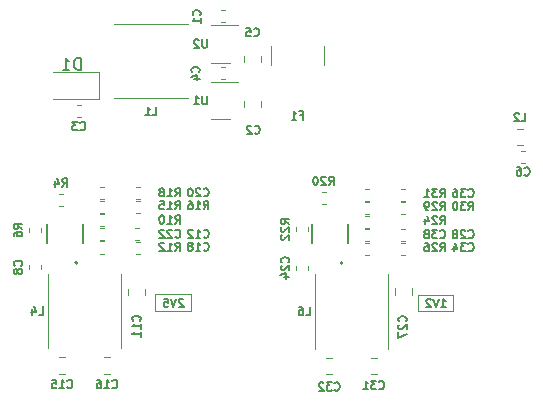
<source format=gbr>
G04 #@! TF.GenerationSoftware,KiCad,Pcbnew,(5.1.5)-3*
G04 #@! TF.CreationDate,2020-04-20T22:46:26+08:00*
G04 #@! TF.ProjectId,ptboard,7074626f-6172-4642-9e6b-696361645f70,rev?*
G04 #@! TF.SameCoordinates,PX2349340PY4b0dde0*
G04 #@! TF.FileFunction,Legend,Bot*
G04 #@! TF.FilePolarity,Positive*
%FSLAX46Y46*%
G04 Gerber Fmt 4.6, Leading zero omitted, Abs format (unit mm)*
G04 Created by KiCad (PCBNEW (5.1.5)-3) date 2020-04-20 22:46:26*
%MOMM*%
%LPD*%
G04 APERTURE LIST*
%ADD10C,0.100000*%
%ADD11C,0.150000*%
%ADD12C,0.120000*%
%ADD13C,0.200000*%
%ADD14C,0.127000*%
%ADD15C,3.500000*%
%ADD16O,1.600000X1.600000*%
%ADD17R,1.600000X1.600000*%
%ADD18O,0.700000X1.300000*%
%ADD19O,0.850000X0.550000*%
%ADD20C,0.550000*%
%ADD21R,1.500000X5.800000*%
%ADD22R,5.800000X1.500000*%
%ADD23R,0.390000X1.240000*%
%ADD24R,0.600000X0.410000*%
G04 APERTURE END LIST*
D10*
X40080000Y13260000D02*
X40080000Y11860000D01*
X40080000Y11860000D02*
X37080000Y11860000D01*
X37080000Y13260000D02*
X37480000Y13260000D01*
X37480000Y13260000D02*
X40080000Y13260000D01*
X37080000Y11860000D02*
X37080000Y13260000D01*
X14870000Y13290000D02*
X15270000Y13290000D01*
X14870000Y11890000D02*
X14870000Y13290000D01*
X17870000Y11890000D02*
X14870000Y11890000D01*
X17870000Y13290000D02*
X17870000Y11890000D01*
X15270000Y13290000D02*
X17870000Y13290000D01*
D11*
X39063333Y12193334D02*
X39463333Y12193334D01*
X39263333Y12193334D02*
X39263333Y12893334D01*
X39330000Y12793334D01*
X39396666Y12726667D01*
X39463333Y12693334D01*
X38863333Y12893334D02*
X38630000Y12193334D01*
X38396666Y12893334D01*
X38196666Y12826667D02*
X38163333Y12860000D01*
X38096666Y12893334D01*
X37930000Y12893334D01*
X37863333Y12860000D01*
X37830000Y12826667D01*
X37796666Y12760000D01*
X37796666Y12693334D01*
X37830000Y12593334D01*
X38230000Y12193334D01*
X37796666Y12193334D01*
X17233333Y12866667D02*
X17200000Y12900000D01*
X17133333Y12933334D01*
X16966666Y12933334D01*
X16900000Y12900000D01*
X16866666Y12866667D01*
X16833333Y12800000D01*
X16833333Y12733334D01*
X16866666Y12633334D01*
X17266666Y12233334D01*
X16833333Y12233334D01*
X16633333Y12933334D02*
X16400000Y12233334D01*
X16166666Y12933334D01*
X15600000Y12933334D02*
X15933333Y12933334D01*
X15966666Y12600000D01*
X15933333Y12633334D01*
X15866666Y12666667D01*
X15700000Y12666667D01*
X15633333Y12633334D01*
X15600000Y12600000D01*
X15566666Y12533334D01*
X15566666Y12366667D01*
X15600000Y12300000D01*
X15633333Y12266667D01*
X15700000Y12233334D01*
X15866666Y12233334D01*
X15933333Y12266667D01*
X15966666Y12300000D01*
D12*
G04 #@! TO.C,D1*
X10085000Y29815000D02*
X6200000Y29815000D01*
X10085000Y32085000D02*
X10085000Y29815000D01*
X6200000Y32085000D02*
X10085000Y32085000D01*
G04 #@! TO.C,L1*
X11340000Y36160000D02*
X17640000Y36160000D01*
X11340000Y29960000D02*
X17640000Y29960000D01*
G04 #@! TO.C,L6*
X34585000Y15000000D02*
X34585000Y8700000D01*
X28385000Y15000000D02*
X28385000Y8700000D01*
G04 #@! TO.C,L4*
X11980000Y15050000D02*
X11980000Y8750000D01*
X5780000Y15050000D02*
X5780000Y8750000D01*
G04 #@! TO.C,C32*
X29846252Y6510000D02*
X29323748Y6510000D01*
X29846252Y7930000D02*
X29323748Y7930000D01*
G04 #@! TO.C,C31*
X33098748Y7930000D02*
X33621252Y7930000D01*
X33098748Y6510000D02*
X33621252Y6510000D01*
G04 #@! TO.C,C27*
X36570000Y13801252D02*
X36570000Y13278748D01*
X35150000Y13801252D02*
X35150000Y13278748D01*
G04 #@! TO.C,C16*
X10498748Y7980000D02*
X11021252Y7980000D01*
X10498748Y6560000D02*
X11021252Y6560000D01*
G04 #@! TO.C,C15*
X7251252Y6560000D02*
X6728748Y6560000D01*
X7251252Y7980000D02*
X6728748Y7980000D01*
G04 #@! TO.C,C11*
X13970000Y13781252D02*
X13970000Y13258748D01*
X12550000Y13781252D02*
X12550000Y13258748D01*
G04 #@! TO.C,C5*
X23810000Y33511252D02*
X23810000Y32988748D01*
X22390000Y33511252D02*
X22390000Y32988748D01*
G04 #@! TO.C,C2*
X23810000Y29681252D02*
X23810000Y29158748D01*
X22390000Y29681252D02*
X22390000Y29158748D01*
G04 #@! TO.C,R4*
X7061267Y21810000D02*
X6718733Y21810000D01*
X7061267Y20790000D02*
X6718733Y20790000D01*
G04 #@! TO.C,R6*
X4190000Y18921267D02*
X4190000Y18578733D01*
X5210000Y18921267D02*
X5210000Y18578733D01*
G04 #@! TO.C,R10*
X10521267Y19050000D02*
X10178733Y19050000D01*
X10521267Y20070000D02*
X10178733Y20070000D01*
G04 #@! TO.C,R12*
X10178733Y17770000D02*
X10521267Y17770000D01*
X10178733Y16750000D02*
X10521267Y16750000D01*
G04 #@! TO.C,R15*
X10208733Y20190000D02*
X10551267Y20190000D01*
X10208733Y21210000D02*
X10551267Y21210000D01*
G04 #@! TO.C,R16*
X13208733Y20190000D02*
X13551267Y20190000D01*
X13208733Y21210000D02*
X13551267Y21210000D01*
G04 #@! TO.C,R18*
X10551267Y22360000D02*
X10208733Y22360000D01*
X10551267Y21340000D02*
X10208733Y21340000D01*
G04 #@! TO.C,R20*
X29281267Y20940000D02*
X28938733Y20940000D01*
X29281267Y21960000D02*
X28938733Y21960000D01*
G04 #@! TO.C,R22*
X27810000Y18971267D02*
X27810000Y18628733D01*
X26790000Y18971267D02*
X26790000Y18628733D01*
G04 #@! TO.C,R24*
X32971267Y18925000D02*
X32628733Y18925000D01*
X32971267Y19945000D02*
X32628733Y19945000D01*
G04 #@! TO.C,R26*
X32628733Y17645000D02*
X32971267Y17645000D01*
X32628733Y16625000D02*
X32971267Y16625000D01*
G04 #@! TO.C,R29*
X32628733Y21090000D02*
X32971267Y21090000D01*
X32628733Y20070000D02*
X32971267Y20070000D01*
G04 #@! TO.C,R30*
X35633733Y21095000D02*
X35976267Y21095000D01*
X35633733Y20075000D02*
X35976267Y20075000D01*
G04 #@! TO.C,R31*
X32971267Y21230000D02*
X32628733Y21230000D01*
X32971267Y22250000D02*
X32628733Y22250000D01*
G04 #@! TO.C,C3*
X8571267Y29310000D02*
X8228733Y29310000D01*
X8571267Y28290000D02*
X8228733Y28290000D01*
G04 #@! TO.C,C12*
X13526267Y18920000D02*
X13183733Y18920000D01*
X13526267Y17900000D02*
X13183733Y17900000D01*
G04 #@! TO.C,C28*
X35971267Y17770000D02*
X35628733Y17770000D01*
X35971267Y18790000D02*
X35628733Y18790000D01*
G04 #@! TO.C,C36*
X35633733Y22245000D02*
X35976267Y22245000D01*
X35633733Y21225000D02*
X35976267Y21225000D01*
G04 #@! TO.C,C4*
X20428733Y32560000D02*
X20771267Y32560000D01*
X20428733Y31540000D02*
X20771267Y31540000D01*
G04 #@! TO.C,C1*
X20428733Y37340000D02*
X20771267Y37340000D01*
X20428733Y36320000D02*
X20771267Y36320000D01*
D13*
G04 #@! TO.C,U6*
X30735000Y15960000D02*
G75*
G03X30735000Y15960000I-100000J0D01*
G01*
D14*
X31200000Y19260000D02*
X31200000Y17660000D01*
X28120000Y17660000D02*
X28120000Y19260000D01*
G04 #@! TO.C,U4*
X5660000Y17660000D02*
X5660000Y19260000D01*
X8740000Y19260000D02*
X8740000Y17660000D01*
D13*
X8275000Y15960000D02*
G75*
G03X8275000Y15960000I-100000J0D01*
G01*
D12*
G04 #@! TO.C,U2*
X19590000Y36120000D02*
X21890000Y36120000D01*
X21190000Y32920000D02*
X19590000Y32920000D01*
G04 #@! TO.C,C38*
X32628733Y18795000D02*
X32971267Y18795000D01*
X32628733Y17775000D02*
X32971267Y17775000D01*
G04 #@! TO.C,C34*
X35971267Y16620000D02*
X35628733Y16620000D01*
X35971267Y17640000D02*
X35628733Y17640000D01*
G04 #@! TO.C,C24*
X27810000Y15721267D02*
X27810000Y15378733D01*
X26790000Y15721267D02*
X26790000Y15378733D01*
G04 #@! TO.C,C22*
X10178733Y18920000D02*
X10521267Y18920000D01*
X10178733Y17900000D02*
X10521267Y17900000D01*
G04 #@! TO.C,C20*
X13208733Y21340000D02*
X13551267Y21340000D01*
X13208733Y22360000D02*
X13551267Y22360000D01*
G04 #@! TO.C,C18*
X13536267Y17760000D02*
X13193733Y17760000D01*
X13536267Y16740000D02*
X13193733Y16740000D01*
G04 #@! TO.C,C8*
X4190000Y15771267D02*
X4190000Y15428733D01*
X5210000Y15771267D02*
X5210000Y15428733D01*
G04 #@! TO.C,L2*
X46002052Y27318400D02*
X45479548Y27318400D01*
X46002052Y25898400D02*
X45479548Y25898400D01*
G04 #@! TO.C,U1*
X21190000Y28110000D02*
X19590000Y28110000D01*
X19590000Y31310000D02*
X21890000Y31310000D01*
G04 #@! TO.C,C6*
X46171267Y25410000D02*
X45828733Y25410000D01*
X46171267Y24390000D02*
X45828733Y24390000D01*
D10*
G04 #@! TO.C,F1*
X24690000Y32702631D02*
X24690000Y34297369D01*
X29110000Y32702631D02*
X29110000Y34297369D01*
G04 #@! TO.C,D1*
D11*
X8538095Y32317620D02*
X8538095Y33317620D01*
X8300000Y33317620D01*
X8157142Y33270000D01*
X8061904Y33174762D01*
X8014285Y33079524D01*
X7966666Y32889048D01*
X7966666Y32746191D01*
X8014285Y32555715D01*
X8061904Y32460477D01*
X8157142Y32365239D01*
X8300000Y32317620D01*
X8538095Y32317620D01*
X7014285Y32317620D02*
X7585714Y32317620D01*
X7300000Y32317620D02*
X7300000Y33317620D01*
X7395238Y33174762D01*
X7490476Y33079524D01*
X7585714Y33031905D01*
G04 #@! TO.C,L1*
X14606666Y28443334D02*
X14940000Y28443334D01*
X14940000Y29143334D01*
X14006666Y28443334D02*
X14406666Y28443334D01*
X14206666Y28443334D02*
X14206666Y29143334D01*
X14273333Y29043334D01*
X14340000Y28976667D01*
X14406666Y28943334D01*
G04 #@! TO.C,L6*
X27601666Y11533334D02*
X27935000Y11533334D01*
X27935000Y12233334D01*
X27068333Y12233334D02*
X27201666Y12233334D01*
X27268333Y12200000D01*
X27301666Y12166667D01*
X27368333Y12066667D01*
X27401666Y11933334D01*
X27401666Y11666667D01*
X27368333Y11600000D01*
X27335000Y11566667D01*
X27268333Y11533334D01*
X27135000Y11533334D01*
X27068333Y11566667D01*
X27035000Y11600000D01*
X27001666Y11666667D01*
X27001666Y11833334D01*
X27035000Y11900000D01*
X27068333Y11933334D01*
X27135000Y11966667D01*
X27268333Y11966667D01*
X27335000Y11933334D01*
X27368333Y11900000D01*
X27401666Y11833334D01*
G04 #@! TO.C,L4*
X4996666Y11583334D02*
X5330000Y11583334D01*
X5330000Y12283334D01*
X4463333Y12050000D02*
X4463333Y11583334D01*
X4630000Y12316667D02*
X4796666Y11816667D01*
X4363333Y11816667D01*
G04 #@! TO.C,C32*
X30035000Y5215000D02*
X30068333Y5181667D01*
X30168333Y5148334D01*
X30235000Y5148334D01*
X30335000Y5181667D01*
X30401666Y5248334D01*
X30435000Y5315000D01*
X30468333Y5448334D01*
X30468333Y5548334D01*
X30435000Y5681667D01*
X30401666Y5748334D01*
X30335000Y5815000D01*
X30235000Y5848334D01*
X30168333Y5848334D01*
X30068333Y5815000D01*
X30035000Y5781667D01*
X29801666Y5848334D02*
X29368333Y5848334D01*
X29601666Y5581667D01*
X29501666Y5581667D01*
X29435000Y5548334D01*
X29401666Y5515000D01*
X29368333Y5448334D01*
X29368333Y5281667D01*
X29401666Y5215000D01*
X29435000Y5181667D01*
X29501666Y5148334D01*
X29701666Y5148334D01*
X29768333Y5181667D01*
X29801666Y5215000D01*
X29101666Y5781667D02*
X29068333Y5815000D01*
X29001666Y5848334D01*
X28835000Y5848334D01*
X28768333Y5815000D01*
X28735000Y5781667D01*
X28701666Y5715000D01*
X28701666Y5648334D01*
X28735000Y5548334D01*
X29135000Y5148334D01*
X28701666Y5148334D01*
G04 #@! TO.C,C31*
X33810000Y5320000D02*
X33843333Y5286667D01*
X33943333Y5253334D01*
X34010000Y5253334D01*
X34110000Y5286667D01*
X34176666Y5353334D01*
X34210000Y5420000D01*
X34243333Y5553334D01*
X34243333Y5653334D01*
X34210000Y5786667D01*
X34176666Y5853334D01*
X34110000Y5920000D01*
X34010000Y5953334D01*
X33943333Y5953334D01*
X33843333Y5920000D01*
X33810000Y5886667D01*
X33576666Y5953334D02*
X33143333Y5953334D01*
X33376666Y5686667D01*
X33276666Y5686667D01*
X33210000Y5653334D01*
X33176666Y5620000D01*
X33143333Y5553334D01*
X33143333Y5386667D01*
X33176666Y5320000D01*
X33210000Y5286667D01*
X33276666Y5253334D01*
X33476666Y5253334D01*
X33543333Y5286667D01*
X33576666Y5320000D01*
X32476666Y5253334D02*
X32876666Y5253334D01*
X32676666Y5253334D02*
X32676666Y5953334D01*
X32743333Y5853334D01*
X32810000Y5786667D01*
X32876666Y5753334D01*
G04 #@! TO.C,C27*
X36080000Y11000000D02*
X36113333Y11033334D01*
X36146666Y11133334D01*
X36146666Y11200000D01*
X36113333Y11300000D01*
X36046666Y11366667D01*
X35980000Y11400000D01*
X35846666Y11433334D01*
X35746666Y11433334D01*
X35613333Y11400000D01*
X35546666Y11366667D01*
X35480000Y11300000D01*
X35446666Y11200000D01*
X35446666Y11133334D01*
X35480000Y11033334D01*
X35513333Y11000000D01*
X35513333Y10733334D02*
X35480000Y10700000D01*
X35446666Y10633334D01*
X35446666Y10466667D01*
X35480000Y10400000D01*
X35513333Y10366667D01*
X35580000Y10333334D01*
X35646666Y10333334D01*
X35746666Y10366667D01*
X36146666Y10766667D01*
X36146666Y10333334D01*
X35446666Y10100000D02*
X35446666Y9633334D01*
X36146666Y9933334D01*
G04 #@! TO.C,C16*
X11220000Y5400000D02*
X11253333Y5366667D01*
X11353333Y5333334D01*
X11420000Y5333334D01*
X11520000Y5366667D01*
X11586666Y5433334D01*
X11620000Y5500000D01*
X11653333Y5633334D01*
X11653333Y5733334D01*
X11620000Y5866667D01*
X11586666Y5933334D01*
X11520000Y6000000D01*
X11420000Y6033334D01*
X11353333Y6033334D01*
X11253333Y6000000D01*
X11220000Y5966667D01*
X10553333Y5333334D02*
X10953333Y5333334D01*
X10753333Y5333334D02*
X10753333Y6033334D01*
X10820000Y5933334D01*
X10886666Y5866667D01*
X10953333Y5833334D01*
X9953333Y6033334D02*
X10086666Y6033334D01*
X10153333Y6000000D01*
X10186666Y5966667D01*
X10253333Y5866667D01*
X10286666Y5733334D01*
X10286666Y5466667D01*
X10253333Y5400000D01*
X10220000Y5366667D01*
X10153333Y5333334D01*
X10020000Y5333334D01*
X9953333Y5366667D01*
X9920000Y5400000D01*
X9886666Y5466667D01*
X9886666Y5633334D01*
X9920000Y5700000D01*
X9953333Y5733334D01*
X10020000Y5766667D01*
X10153333Y5766667D01*
X10220000Y5733334D01*
X10253333Y5700000D01*
X10286666Y5633334D01*
G04 #@! TO.C,C15*
X7420000Y5410000D02*
X7453333Y5376667D01*
X7553333Y5343334D01*
X7620000Y5343334D01*
X7720000Y5376667D01*
X7786666Y5443334D01*
X7820000Y5510000D01*
X7853333Y5643334D01*
X7853333Y5743334D01*
X7820000Y5876667D01*
X7786666Y5943334D01*
X7720000Y6010000D01*
X7620000Y6043334D01*
X7553333Y6043334D01*
X7453333Y6010000D01*
X7420000Y5976667D01*
X6753333Y5343334D02*
X7153333Y5343334D01*
X6953333Y5343334D02*
X6953333Y6043334D01*
X7020000Y5943334D01*
X7086666Y5876667D01*
X7153333Y5843334D01*
X6120000Y6043334D02*
X6453333Y6043334D01*
X6486666Y5710000D01*
X6453333Y5743334D01*
X6386666Y5776667D01*
X6220000Y5776667D01*
X6153333Y5743334D01*
X6120000Y5710000D01*
X6086666Y5643334D01*
X6086666Y5476667D01*
X6120000Y5410000D01*
X6153333Y5376667D01*
X6220000Y5343334D01*
X6386666Y5343334D01*
X6453333Y5376667D01*
X6486666Y5410000D01*
G04 #@! TO.C,C11*
X13550000Y11050000D02*
X13583333Y11083334D01*
X13616666Y11183334D01*
X13616666Y11250000D01*
X13583333Y11350000D01*
X13516666Y11416667D01*
X13450000Y11450000D01*
X13316666Y11483334D01*
X13216666Y11483334D01*
X13083333Y11450000D01*
X13016666Y11416667D01*
X12950000Y11350000D01*
X12916666Y11250000D01*
X12916666Y11183334D01*
X12950000Y11083334D01*
X12983333Y11050000D01*
X13616666Y10383334D02*
X13616666Y10783334D01*
X13616666Y10583334D02*
X12916666Y10583334D01*
X13016666Y10650000D01*
X13083333Y10716667D01*
X13116666Y10783334D01*
X13616666Y9716667D02*
X13616666Y10116667D01*
X13616666Y9916667D02*
X12916666Y9916667D01*
X13016666Y9983334D01*
X13083333Y10050000D01*
X13116666Y10116667D01*
G04 #@! TO.C,C5*
X23216666Y35200000D02*
X23250000Y35166667D01*
X23350000Y35133334D01*
X23416666Y35133334D01*
X23516666Y35166667D01*
X23583333Y35233334D01*
X23616666Y35300000D01*
X23650000Y35433334D01*
X23650000Y35533334D01*
X23616666Y35666667D01*
X23583333Y35733334D01*
X23516666Y35800000D01*
X23416666Y35833334D01*
X23350000Y35833334D01*
X23250000Y35800000D01*
X23216666Y35766667D01*
X22583333Y35833334D02*
X22916666Y35833334D01*
X22950000Y35500000D01*
X22916666Y35533334D01*
X22850000Y35566667D01*
X22683333Y35566667D01*
X22616666Y35533334D01*
X22583333Y35500000D01*
X22550000Y35433334D01*
X22550000Y35266667D01*
X22583333Y35200000D01*
X22616666Y35166667D01*
X22683333Y35133334D01*
X22850000Y35133334D01*
X22916666Y35166667D01*
X22950000Y35200000D01*
G04 #@! TO.C,C2*
X23266666Y26950000D02*
X23300000Y26916667D01*
X23400000Y26883334D01*
X23466666Y26883334D01*
X23566666Y26916667D01*
X23633333Y26983334D01*
X23666666Y27050000D01*
X23700000Y27183334D01*
X23700000Y27283334D01*
X23666666Y27416667D01*
X23633333Y27483334D01*
X23566666Y27550000D01*
X23466666Y27583334D01*
X23400000Y27583334D01*
X23300000Y27550000D01*
X23266666Y27516667D01*
X23000000Y27516667D02*
X22966666Y27550000D01*
X22900000Y27583334D01*
X22733333Y27583334D01*
X22666666Y27550000D01*
X22633333Y27516667D01*
X22600000Y27450000D01*
X22600000Y27383334D01*
X22633333Y27283334D01*
X23033333Y26883334D01*
X22600000Y26883334D01*
G04 #@! TO.C,R4*
X7006666Y22413334D02*
X7240000Y22746667D01*
X7406666Y22413334D02*
X7406666Y23113334D01*
X7140000Y23113334D01*
X7073333Y23080000D01*
X7040000Y23046667D01*
X7006666Y22980000D01*
X7006666Y22880000D01*
X7040000Y22813334D01*
X7073333Y22780000D01*
X7140000Y22746667D01*
X7406666Y22746667D01*
X6406666Y22880000D02*
X6406666Y22413334D01*
X6573333Y23146667D02*
X6740000Y22646667D01*
X6306666Y22646667D01*
G04 #@! TO.C,R6*
X3586666Y18866667D02*
X3253333Y19100000D01*
X3586666Y19266667D02*
X2886666Y19266667D01*
X2886666Y19000000D01*
X2920000Y18933334D01*
X2953333Y18900000D01*
X3020000Y18866667D01*
X3120000Y18866667D01*
X3186666Y18900000D01*
X3220000Y18933334D01*
X3253333Y19000000D01*
X3253333Y19266667D01*
X2886666Y18266667D02*
X2886666Y18400000D01*
X2920000Y18466667D01*
X2953333Y18500000D01*
X3053333Y18566667D01*
X3186666Y18600000D01*
X3453333Y18600000D01*
X3520000Y18566667D01*
X3553333Y18533334D01*
X3586666Y18466667D01*
X3586666Y18333334D01*
X3553333Y18266667D01*
X3520000Y18233334D01*
X3453333Y18200000D01*
X3286666Y18200000D01*
X3220000Y18233334D01*
X3186666Y18266667D01*
X3153333Y18333334D01*
X3153333Y18466667D01*
X3186666Y18533334D01*
X3220000Y18566667D01*
X3286666Y18600000D01*
G04 #@! TO.C,R10*
X16550000Y19283334D02*
X16783333Y19616667D01*
X16950000Y19283334D02*
X16950000Y19983334D01*
X16683333Y19983334D01*
X16616666Y19950000D01*
X16583333Y19916667D01*
X16550000Y19850000D01*
X16550000Y19750000D01*
X16583333Y19683334D01*
X16616666Y19650000D01*
X16683333Y19616667D01*
X16950000Y19616667D01*
X15883333Y19283334D02*
X16283333Y19283334D01*
X16083333Y19283334D02*
X16083333Y19983334D01*
X16150000Y19883334D01*
X16216666Y19816667D01*
X16283333Y19783334D01*
X15450000Y19983334D02*
X15383333Y19983334D01*
X15316666Y19950000D01*
X15283333Y19916667D01*
X15250000Y19850000D01*
X15216666Y19716667D01*
X15216666Y19550000D01*
X15250000Y19416667D01*
X15283333Y19350000D01*
X15316666Y19316667D01*
X15383333Y19283334D01*
X15450000Y19283334D01*
X15516666Y19316667D01*
X15550000Y19350000D01*
X15583333Y19416667D01*
X15616666Y19550000D01*
X15616666Y19716667D01*
X15583333Y19850000D01*
X15550000Y19916667D01*
X15516666Y19950000D01*
X15450000Y19983334D01*
G04 #@! TO.C,R12*
X16550000Y16983334D02*
X16783333Y17316667D01*
X16950000Y16983334D02*
X16950000Y17683334D01*
X16683333Y17683334D01*
X16616666Y17650000D01*
X16583333Y17616667D01*
X16550000Y17550000D01*
X16550000Y17450000D01*
X16583333Y17383334D01*
X16616666Y17350000D01*
X16683333Y17316667D01*
X16950000Y17316667D01*
X15883333Y16983334D02*
X16283333Y16983334D01*
X16083333Y16983334D02*
X16083333Y17683334D01*
X16150000Y17583334D01*
X16216666Y17516667D01*
X16283333Y17483334D01*
X15616666Y17616667D02*
X15583333Y17650000D01*
X15516666Y17683334D01*
X15350000Y17683334D01*
X15283333Y17650000D01*
X15250000Y17616667D01*
X15216666Y17550000D01*
X15216666Y17483334D01*
X15250000Y17383334D01*
X15650000Y16983334D01*
X15216666Y16983334D01*
G04 #@! TO.C,R15*
X16550000Y20483334D02*
X16783333Y20816667D01*
X16950000Y20483334D02*
X16950000Y21183334D01*
X16683333Y21183334D01*
X16616666Y21150000D01*
X16583333Y21116667D01*
X16550000Y21050000D01*
X16550000Y20950000D01*
X16583333Y20883334D01*
X16616666Y20850000D01*
X16683333Y20816667D01*
X16950000Y20816667D01*
X15883333Y20483334D02*
X16283333Y20483334D01*
X16083333Y20483334D02*
X16083333Y21183334D01*
X16150000Y21083334D01*
X16216666Y21016667D01*
X16283333Y20983334D01*
X15250000Y21183334D02*
X15583333Y21183334D01*
X15616666Y20850000D01*
X15583333Y20883334D01*
X15516666Y20916667D01*
X15350000Y20916667D01*
X15283333Y20883334D01*
X15250000Y20850000D01*
X15216666Y20783334D01*
X15216666Y20616667D01*
X15250000Y20550000D01*
X15283333Y20516667D01*
X15350000Y20483334D01*
X15516666Y20483334D01*
X15583333Y20516667D01*
X15616666Y20550000D01*
G04 #@! TO.C,R16*
X18950000Y20483334D02*
X19183333Y20816667D01*
X19350000Y20483334D02*
X19350000Y21183334D01*
X19083333Y21183334D01*
X19016666Y21150000D01*
X18983333Y21116667D01*
X18950000Y21050000D01*
X18950000Y20950000D01*
X18983333Y20883334D01*
X19016666Y20850000D01*
X19083333Y20816667D01*
X19350000Y20816667D01*
X18283333Y20483334D02*
X18683333Y20483334D01*
X18483333Y20483334D02*
X18483333Y21183334D01*
X18550000Y21083334D01*
X18616666Y21016667D01*
X18683333Y20983334D01*
X17683333Y21183334D02*
X17816666Y21183334D01*
X17883333Y21150000D01*
X17916666Y21116667D01*
X17983333Y21016667D01*
X18016666Y20883334D01*
X18016666Y20616667D01*
X17983333Y20550000D01*
X17950000Y20516667D01*
X17883333Y20483334D01*
X17750000Y20483334D01*
X17683333Y20516667D01*
X17650000Y20550000D01*
X17616666Y20616667D01*
X17616666Y20783334D01*
X17650000Y20850000D01*
X17683333Y20883334D01*
X17750000Y20916667D01*
X17883333Y20916667D01*
X17950000Y20883334D01*
X17983333Y20850000D01*
X18016666Y20783334D01*
G04 #@! TO.C,R18*
X16550000Y21583334D02*
X16783333Y21916667D01*
X16950000Y21583334D02*
X16950000Y22283334D01*
X16683333Y22283334D01*
X16616666Y22250000D01*
X16583333Y22216667D01*
X16550000Y22150000D01*
X16550000Y22050000D01*
X16583333Y21983334D01*
X16616666Y21950000D01*
X16683333Y21916667D01*
X16950000Y21916667D01*
X15883333Y21583334D02*
X16283333Y21583334D01*
X16083333Y21583334D02*
X16083333Y22283334D01*
X16150000Y22183334D01*
X16216666Y22116667D01*
X16283333Y22083334D01*
X15483333Y21983334D02*
X15550000Y22016667D01*
X15583333Y22050000D01*
X15616666Y22116667D01*
X15616666Y22150000D01*
X15583333Y22216667D01*
X15550000Y22250000D01*
X15483333Y22283334D01*
X15350000Y22283334D01*
X15283333Y22250000D01*
X15250000Y22216667D01*
X15216666Y22150000D01*
X15216666Y22116667D01*
X15250000Y22050000D01*
X15283333Y22016667D01*
X15350000Y21983334D01*
X15483333Y21983334D01*
X15550000Y21950000D01*
X15583333Y21916667D01*
X15616666Y21850000D01*
X15616666Y21716667D01*
X15583333Y21650000D01*
X15550000Y21616667D01*
X15483333Y21583334D01*
X15350000Y21583334D01*
X15283333Y21616667D01*
X15250000Y21650000D01*
X15216666Y21716667D01*
X15216666Y21850000D01*
X15250000Y21916667D01*
X15283333Y21950000D01*
X15350000Y21983334D01*
G04 #@! TO.C,R20*
X29560000Y22563334D02*
X29793333Y22896667D01*
X29960000Y22563334D02*
X29960000Y23263334D01*
X29693333Y23263334D01*
X29626666Y23230000D01*
X29593333Y23196667D01*
X29560000Y23130000D01*
X29560000Y23030000D01*
X29593333Y22963334D01*
X29626666Y22930000D01*
X29693333Y22896667D01*
X29960000Y22896667D01*
X29293333Y23196667D02*
X29260000Y23230000D01*
X29193333Y23263334D01*
X29026666Y23263334D01*
X28960000Y23230000D01*
X28926666Y23196667D01*
X28893333Y23130000D01*
X28893333Y23063334D01*
X28926666Y22963334D01*
X29326666Y22563334D01*
X28893333Y22563334D01*
X28460000Y23263334D02*
X28393333Y23263334D01*
X28326666Y23230000D01*
X28293333Y23196667D01*
X28260000Y23130000D01*
X28226666Y22996667D01*
X28226666Y22830000D01*
X28260000Y22696667D01*
X28293333Y22630000D01*
X28326666Y22596667D01*
X28393333Y22563334D01*
X28460000Y22563334D01*
X28526666Y22596667D01*
X28560000Y22630000D01*
X28593333Y22696667D01*
X28626666Y22830000D01*
X28626666Y22996667D01*
X28593333Y23130000D01*
X28560000Y23196667D01*
X28526666Y23230000D01*
X28460000Y23263334D01*
G04 #@! TO.C,R22*
X26186666Y19250000D02*
X25853333Y19483334D01*
X26186666Y19650000D02*
X25486666Y19650000D01*
X25486666Y19383334D01*
X25520000Y19316667D01*
X25553333Y19283334D01*
X25620000Y19250000D01*
X25720000Y19250000D01*
X25786666Y19283334D01*
X25820000Y19316667D01*
X25853333Y19383334D01*
X25853333Y19650000D01*
X25553333Y18983334D02*
X25520000Y18950000D01*
X25486666Y18883334D01*
X25486666Y18716667D01*
X25520000Y18650000D01*
X25553333Y18616667D01*
X25620000Y18583334D01*
X25686666Y18583334D01*
X25786666Y18616667D01*
X26186666Y19016667D01*
X26186666Y18583334D01*
X25553333Y18316667D02*
X25520000Y18283334D01*
X25486666Y18216667D01*
X25486666Y18050000D01*
X25520000Y17983334D01*
X25553333Y17950000D01*
X25620000Y17916667D01*
X25686666Y17916667D01*
X25786666Y17950000D01*
X26186666Y18350000D01*
X26186666Y17916667D01*
G04 #@! TO.C,R24*
X38980000Y19233334D02*
X39213333Y19566667D01*
X39380000Y19233334D02*
X39380000Y19933334D01*
X39113333Y19933334D01*
X39046666Y19900000D01*
X39013333Y19866667D01*
X38980000Y19800000D01*
X38980000Y19700000D01*
X39013333Y19633334D01*
X39046666Y19600000D01*
X39113333Y19566667D01*
X39380000Y19566667D01*
X38713333Y19866667D02*
X38680000Y19900000D01*
X38613333Y19933334D01*
X38446666Y19933334D01*
X38380000Y19900000D01*
X38346666Y19866667D01*
X38313333Y19800000D01*
X38313333Y19733334D01*
X38346666Y19633334D01*
X38746666Y19233334D01*
X38313333Y19233334D01*
X37713333Y19700000D02*
X37713333Y19233334D01*
X37880000Y19966667D02*
X38046666Y19466667D01*
X37613333Y19466667D01*
G04 #@! TO.C,R26*
X38980000Y16933334D02*
X39213333Y17266667D01*
X39380000Y16933334D02*
X39380000Y17633334D01*
X39113333Y17633334D01*
X39046666Y17600000D01*
X39013333Y17566667D01*
X38980000Y17500000D01*
X38980000Y17400000D01*
X39013333Y17333334D01*
X39046666Y17300000D01*
X39113333Y17266667D01*
X39380000Y17266667D01*
X38713333Y17566667D02*
X38680000Y17600000D01*
X38613333Y17633334D01*
X38446666Y17633334D01*
X38380000Y17600000D01*
X38346666Y17566667D01*
X38313333Y17500000D01*
X38313333Y17433334D01*
X38346666Y17333334D01*
X38746666Y16933334D01*
X38313333Y16933334D01*
X37713333Y17633334D02*
X37846666Y17633334D01*
X37913333Y17600000D01*
X37946666Y17566667D01*
X38013333Y17466667D01*
X38046666Y17333334D01*
X38046666Y17066667D01*
X38013333Y17000000D01*
X37980000Y16966667D01*
X37913333Y16933334D01*
X37780000Y16933334D01*
X37713333Y16966667D01*
X37680000Y17000000D01*
X37646666Y17066667D01*
X37646666Y17233334D01*
X37680000Y17300000D01*
X37713333Y17333334D01*
X37780000Y17366667D01*
X37913333Y17366667D01*
X37980000Y17333334D01*
X38013333Y17300000D01*
X38046666Y17233334D01*
G04 #@! TO.C,R29*
X38980000Y20433334D02*
X39213333Y20766667D01*
X39380000Y20433334D02*
X39380000Y21133334D01*
X39113333Y21133334D01*
X39046666Y21100000D01*
X39013333Y21066667D01*
X38980000Y21000000D01*
X38980000Y20900000D01*
X39013333Y20833334D01*
X39046666Y20800000D01*
X39113333Y20766667D01*
X39380000Y20766667D01*
X38713333Y21066667D02*
X38680000Y21100000D01*
X38613333Y21133334D01*
X38446666Y21133334D01*
X38380000Y21100000D01*
X38346666Y21066667D01*
X38313333Y21000000D01*
X38313333Y20933334D01*
X38346666Y20833334D01*
X38746666Y20433334D01*
X38313333Y20433334D01*
X37980000Y20433334D02*
X37846666Y20433334D01*
X37780000Y20466667D01*
X37746666Y20500000D01*
X37680000Y20600000D01*
X37646666Y20733334D01*
X37646666Y21000000D01*
X37680000Y21066667D01*
X37713333Y21100000D01*
X37780000Y21133334D01*
X37913333Y21133334D01*
X37980000Y21100000D01*
X38013333Y21066667D01*
X38046666Y21000000D01*
X38046666Y20833334D01*
X38013333Y20766667D01*
X37980000Y20733334D01*
X37913333Y20700000D01*
X37780000Y20700000D01*
X37713333Y20733334D01*
X37680000Y20766667D01*
X37646666Y20833334D01*
G04 #@! TO.C,R30*
X41380000Y20433334D02*
X41613333Y20766667D01*
X41780000Y20433334D02*
X41780000Y21133334D01*
X41513333Y21133334D01*
X41446666Y21100000D01*
X41413333Y21066667D01*
X41380000Y21000000D01*
X41380000Y20900000D01*
X41413333Y20833334D01*
X41446666Y20800000D01*
X41513333Y20766667D01*
X41780000Y20766667D01*
X41146666Y21133334D02*
X40713333Y21133334D01*
X40946666Y20866667D01*
X40846666Y20866667D01*
X40780000Y20833334D01*
X40746666Y20800000D01*
X40713333Y20733334D01*
X40713333Y20566667D01*
X40746666Y20500000D01*
X40780000Y20466667D01*
X40846666Y20433334D01*
X41046666Y20433334D01*
X41113333Y20466667D01*
X41146666Y20500000D01*
X40280000Y21133334D02*
X40213333Y21133334D01*
X40146666Y21100000D01*
X40113333Y21066667D01*
X40080000Y21000000D01*
X40046666Y20866667D01*
X40046666Y20700000D01*
X40080000Y20566667D01*
X40113333Y20500000D01*
X40146666Y20466667D01*
X40213333Y20433334D01*
X40280000Y20433334D01*
X40346666Y20466667D01*
X40380000Y20500000D01*
X40413333Y20566667D01*
X40446666Y20700000D01*
X40446666Y20866667D01*
X40413333Y21000000D01*
X40380000Y21066667D01*
X40346666Y21100000D01*
X40280000Y21133334D01*
G04 #@! TO.C,R31*
X38980000Y21533334D02*
X39213333Y21866667D01*
X39380000Y21533334D02*
X39380000Y22233334D01*
X39113333Y22233334D01*
X39046666Y22200000D01*
X39013333Y22166667D01*
X38980000Y22100000D01*
X38980000Y22000000D01*
X39013333Y21933334D01*
X39046666Y21900000D01*
X39113333Y21866667D01*
X39380000Y21866667D01*
X38746666Y22233334D02*
X38313333Y22233334D01*
X38546666Y21966667D01*
X38446666Y21966667D01*
X38380000Y21933334D01*
X38346666Y21900000D01*
X38313333Y21833334D01*
X38313333Y21666667D01*
X38346666Y21600000D01*
X38380000Y21566667D01*
X38446666Y21533334D01*
X38646666Y21533334D01*
X38713333Y21566667D01*
X38746666Y21600000D01*
X37646666Y21533334D02*
X38046666Y21533334D01*
X37846666Y21533334D02*
X37846666Y22233334D01*
X37913333Y22133334D01*
X37980000Y22066667D01*
X38046666Y22033334D01*
G04 #@! TO.C,C3*
X8516666Y27250000D02*
X8550000Y27216667D01*
X8650000Y27183334D01*
X8716666Y27183334D01*
X8816666Y27216667D01*
X8883333Y27283334D01*
X8916666Y27350000D01*
X8950000Y27483334D01*
X8950000Y27583334D01*
X8916666Y27716667D01*
X8883333Y27783334D01*
X8816666Y27850000D01*
X8716666Y27883334D01*
X8650000Y27883334D01*
X8550000Y27850000D01*
X8516666Y27816667D01*
X8283333Y27883334D02*
X7850000Y27883334D01*
X8083333Y27616667D01*
X7983333Y27616667D01*
X7916666Y27583334D01*
X7883333Y27550000D01*
X7850000Y27483334D01*
X7850000Y27316667D01*
X7883333Y27250000D01*
X7916666Y27216667D01*
X7983333Y27183334D01*
X8183333Y27183334D01*
X8250000Y27216667D01*
X8283333Y27250000D01*
G04 #@! TO.C,C12*
X18950000Y18150000D02*
X18983333Y18116667D01*
X19083333Y18083334D01*
X19150000Y18083334D01*
X19250000Y18116667D01*
X19316666Y18183334D01*
X19350000Y18250000D01*
X19383333Y18383334D01*
X19383333Y18483334D01*
X19350000Y18616667D01*
X19316666Y18683334D01*
X19250000Y18750000D01*
X19150000Y18783334D01*
X19083333Y18783334D01*
X18983333Y18750000D01*
X18950000Y18716667D01*
X18283333Y18083334D02*
X18683333Y18083334D01*
X18483333Y18083334D02*
X18483333Y18783334D01*
X18550000Y18683334D01*
X18616666Y18616667D01*
X18683333Y18583334D01*
X18016666Y18716667D02*
X17983333Y18750000D01*
X17916666Y18783334D01*
X17750000Y18783334D01*
X17683333Y18750000D01*
X17650000Y18716667D01*
X17616666Y18650000D01*
X17616666Y18583334D01*
X17650000Y18483334D01*
X18050000Y18083334D01*
X17616666Y18083334D01*
G04 #@! TO.C,C28*
X41380000Y18100000D02*
X41413333Y18066667D01*
X41513333Y18033334D01*
X41580000Y18033334D01*
X41680000Y18066667D01*
X41746666Y18133334D01*
X41780000Y18200000D01*
X41813333Y18333334D01*
X41813333Y18433334D01*
X41780000Y18566667D01*
X41746666Y18633334D01*
X41680000Y18700000D01*
X41580000Y18733334D01*
X41513333Y18733334D01*
X41413333Y18700000D01*
X41380000Y18666667D01*
X41113333Y18666667D02*
X41080000Y18700000D01*
X41013333Y18733334D01*
X40846666Y18733334D01*
X40780000Y18700000D01*
X40746666Y18666667D01*
X40713333Y18600000D01*
X40713333Y18533334D01*
X40746666Y18433334D01*
X41146666Y18033334D01*
X40713333Y18033334D01*
X40313333Y18433334D02*
X40380000Y18466667D01*
X40413333Y18500000D01*
X40446666Y18566667D01*
X40446666Y18600000D01*
X40413333Y18666667D01*
X40380000Y18700000D01*
X40313333Y18733334D01*
X40180000Y18733334D01*
X40113333Y18700000D01*
X40080000Y18666667D01*
X40046666Y18600000D01*
X40046666Y18566667D01*
X40080000Y18500000D01*
X40113333Y18466667D01*
X40180000Y18433334D01*
X40313333Y18433334D01*
X40380000Y18400000D01*
X40413333Y18366667D01*
X40446666Y18300000D01*
X40446666Y18166667D01*
X40413333Y18100000D01*
X40380000Y18066667D01*
X40313333Y18033334D01*
X40180000Y18033334D01*
X40113333Y18066667D01*
X40080000Y18100000D01*
X40046666Y18166667D01*
X40046666Y18300000D01*
X40080000Y18366667D01*
X40113333Y18400000D01*
X40180000Y18433334D01*
G04 #@! TO.C,C36*
X41380000Y21600000D02*
X41413333Y21566667D01*
X41513333Y21533334D01*
X41580000Y21533334D01*
X41680000Y21566667D01*
X41746666Y21633334D01*
X41780000Y21700000D01*
X41813333Y21833334D01*
X41813333Y21933334D01*
X41780000Y22066667D01*
X41746666Y22133334D01*
X41680000Y22200000D01*
X41580000Y22233334D01*
X41513333Y22233334D01*
X41413333Y22200000D01*
X41380000Y22166667D01*
X41146666Y22233334D02*
X40713333Y22233334D01*
X40946666Y21966667D01*
X40846666Y21966667D01*
X40780000Y21933334D01*
X40746666Y21900000D01*
X40713333Y21833334D01*
X40713333Y21666667D01*
X40746666Y21600000D01*
X40780000Y21566667D01*
X40846666Y21533334D01*
X41046666Y21533334D01*
X41113333Y21566667D01*
X41146666Y21600000D01*
X40113333Y22233334D02*
X40246666Y22233334D01*
X40313333Y22200000D01*
X40346666Y22166667D01*
X40413333Y22066667D01*
X40446666Y21933334D01*
X40446666Y21666667D01*
X40413333Y21600000D01*
X40380000Y21566667D01*
X40313333Y21533334D01*
X40180000Y21533334D01*
X40113333Y21566667D01*
X40080000Y21600000D01*
X40046666Y21666667D01*
X40046666Y21833334D01*
X40080000Y21900000D01*
X40113333Y21933334D01*
X40180000Y21966667D01*
X40313333Y21966667D01*
X40380000Y21933334D01*
X40413333Y21900000D01*
X40446666Y21833334D01*
G04 #@! TO.C,C4*
X18550000Y32116667D02*
X18583333Y32150000D01*
X18616666Y32250000D01*
X18616666Y32316667D01*
X18583333Y32416667D01*
X18516666Y32483334D01*
X18450000Y32516667D01*
X18316666Y32550000D01*
X18216666Y32550000D01*
X18083333Y32516667D01*
X18016666Y32483334D01*
X17950000Y32416667D01*
X17916666Y32316667D01*
X17916666Y32250000D01*
X17950000Y32150000D01*
X17983333Y32116667D01*
X18150000Y31516667D02*
X18616666Y31516667D01*
X17883333Y31683334D02*
X18383333Y31850000D01*
X18383333Y31416667D01*
G04 #@! TO.C,C1*
X18650000Y36916667D02*
X18683333Y36950000D01*
X18716666Y37050000D01*
X18716666Y37116667D01*
X18683333Y37216667D01*
X18616666Y37283334D01*
X18550000Y37316667D01*
X18416666Y37350000D01*
X18316666Y37350000D01*
X18183333Y37316667D01*
X18116666Y37283334D01*
X18050000Y37216667D01*
X18016666Y37116667D01*
X18016666Y37050000D01*
X18050000Y36950000D01*
X18083333Y36916667D01*
X18716666Y36250000D02*
X18716666Y36650000D01*
X18716666Y36450000D02*
X18016666Y36450000D01*
X18116666Y36516667D01*
X18183333Y36583334D01*
X18216666Y36650000D01*
G04 #@! TO.C,U2*
X19233333Y34883334D02*
X19233333Y34316667D01*
X19200000Y34250000D01*
X19166666Y34216667D01*
X19100000Y34183334D01*
X18966666Y34183334D01*
X18900000Y34216667D01*
X18866666Y34250000D01*
X18833333Y34316667D01*
X18833333Y34883334D01*
X18533333Y34816667D02*
X18500000Y34850000D01*
X18433333Y34883334D01*
X18266666Y34883334D01*
X18200000Y34850000D01*
X18166666Y34816667D01*
X18133333Y34750000D01*
X18133333Y34683334D01*
X18166666Y34583334D01*
X18566666Y34183334D01*
X18133333Y34183334D01*
G04 #@! TO.C,C38*
X38980000Y18100000D02*
X39013333Y18066667D01*
X39113333Y18033334D01*
X39180000Y18033334D01*
X39280000Y18066667D01*
X39346666Y18133334D01*
X39380000Y18200000D01*
X39413333Y18333334D01*
X39413333Y18433334D01*
X39380000Y18566667D01*
X39346666Y18633334D01*
X39280000Y18700000D01*
X39180000Y18733334D01*
X39113333Y18733334D01*
X39013333Y18700000D01*
X38980000Y18666667D01*
X38746666Y18733334D02*
X38313333Y18733334D01*
X38546666Y18466667D01*
X38446666Y18466667D01*
X38380000Y18433334D01*
X38346666Y18400000D01*
X38313333Y18333334D01*
X38313333Y18166667D01*
X38346666Y18100000D01*
X38380000Y18066667D01*
X38446666Y18033334D01*
X38646666Y18033334D01*
X38713333Y18066667D01*
X38746666Y18100000D01*
X37913333Y18433334D02*
X37980000Y18466667D01*
X38013333Y18500000D01*
X38046666Y18566667D01*
X38046666Y18600000D01*
X38013333Y18666667D01*
X37980000Y18700000D01*
X37913333Y18733334D01*
X37780000Y18733334D01*
X37713333Y18700000D01*
X37680000Y18666667D01*
X37646666Y18600000D01*
X37646666Y18566667D01*
X37680000Y18500000D01*
X37713333Y18466667D01*
X37780000Y18433334D01*
X37913333Y18433334D01*
X37980000Y18400000D01*
X38013333Y18366667D01*
X38046666Y18300000D01*
X38046666Y18166667D01*
X38013333Y18100000D01*
X37980000Y18066667D01*
X37913333Y18033334D01*
X37780000Y18033334D01*
X37713333Y18066667D01*
X37680000Y18100000D01*
X37646666Y18166667D01*
X37646666Y18300000D01*
X37680000Y18366667D01*
X37713333Y18400000D01*
X37780000Y18433334D01*
G04 #@! TO.C,C34*
X41380000Y17000000D02*
X41413333Y16966667D01*
X41513333Y16933334D01*
X41580000Y16933334D01*
X41680000Y16966667D01*
X41746666Y17033334D01*
X41780000Y17100000D01*
X41813333Y17233334D01*
X41813333Y17333334D01*
X41780000Y17466667D01*
X41746666Y17533334D01*
X41680000Y17600000D01*
X41580000Y17633334D01*
X41513333Y17633334D01*
X41413333Y17600000D01*
X41380000Y17566667D01*
X41146666Y17633334D02*
X40713333Y17633334D01*
X40946666Y17366667D01*
X40846666Y17366667D01*
X40780000Y17333334D01*
X40746666Y17300000D01*
X40713333Y17233334D01*
X40713333Y17066667D01*
X40746666Y17000000D01*
X40780000Y16966667D01*
X40846666Y16933334D01*
X41046666Y16933334D01*
X41113333Y16966667D01*
X41146666Y17000000D01*
X40113333Y17400000D02*
X40113333Y16933334D01*
X40280000Y17666667D02*
X40446666Y17166667D01*
X40013333Y17166667D01*
G04 #@! TO.C,C24*
X26120000Y16000000D02*
X26153333Y16033334D01*
X26186666Y16133334D01*
X26186666Y16200000D01*
X26153333Y16300000D01*
X26086666Y16366667D01*
X26020000Y16400000D01*
X25886666Y16433334D01*
X25786666Y16433334D01*
X25653333Y16400000D01*
X25586666Y16366667D01*
X25520000Y16300000D01*
X25486666Y16200000D01*
X25486666Y16133334D01*
X25520000Y16033334D01*
X25553333Y16000000D01*
X25553333Y15733334D02*
X25520000Y15700000D01*
X25486666Y15633334D01*
X25486666Y15466667D01*
X25520000Y15400000D01*
X25553333Y15366667D01*
X25620000Y15333334D01*
X25686666Y15333334D01*
X25786666Y15366667D01*
X26186666Y15766667D01*
X26186666Y15333334D01*
X25720000Y14733334D02*
X26186666Y14733334D01*
X25453333Y14900000D02*
X25953333Y15066667D01*
X25953333Y14633334D01*
G04 #@! TO.C,C22*
X16550000Y18150000D02*
X16583333Y18116667D01*
X16683333Y18083334D01*
X16750000Y18083334D01*
X16850000Y18116667D01*
X16916666Y18183334D01*
X16950000Y18250000D01*
X16983333Y18383334D01*
X16983333Y18483334D01*
X16950000Y18616667D01*
X16916666Y18683334D01*
X16850000Y18750000D01*
X16750000Y18783334D01*
X16683333Y18783334D01*
X16583333Y18750000D01*
X16550000Y18716667D01*
X16283333Y18716667D02*
X16250000Y18750000D01*
X16183333Y18783334D01*
X16016666Y18783334D01*
X15950000Y18750000D01*
X15916666Y18716667D01*
X15883333Y18650000D01*
X15883333Y18583334D01*
X15916666Y18483334D01*
X16316666Y18083334D01*
X15883333Y18083334D01*
X15616666Y18716667D02*
X15583333Y18750000D01*
X15516666Y18783334D01*
X15350000Y18783334D01*
X15283333Y18750000D01*
X15250000Y18716667D01*
X15216666Y18650000D01*
X15216666Y18583334D01*
X15250000Y18483334D01*
X15650000Y18083334D01*
X15216666Y18083334D01*
G04 #@! TO.C,C20*
X18950000Y21650000D02*
X18983333Y21616667D01*
X19083333Y21583334D01*
X19150000Y21583334D01*
X19250000Y21616667D01*
X19316666Y21683334D01*
X19350000Y21750000D01*
X19383333Y21883334D01*
X19383333Y21983334D01*
X19350000Y22116667D01*
X19316666Y22183334D01*
X19250000Y22250000D01*
X19150000Y22283334D01*
X19083333Y22283334D01*
X18983333Y22250000D01*
X18950000Y22216667D01*
X18683333Y22216667D02*
X18650000Y22250000D01*
X18583333Y22283334D01*
X18416666Y22283334D01*
X18350000Y22250000D01*
X18316666Y22216667D01*
X18283333Y22150000D01*
X18283333Y22083334D01*
X18316666Y21983334D01*
X18716666Y21583334D01*
X18283333Y21583334D01*
X17850000Y22283334D02*
X17783333Y22283334D01*
X17716666Y22250000D01*
X17683333Y22216667D01*
X17650000Y22150000D01*
X17616666Y22016667D01*
X17616666Y21850000D01*
X17650000Y21716667D01*
X17683333Y21650000D01*
X17716666Y21616667D01*
X17783333Y21583334D01*
X17850000Y21583334D01*
X17916666Y21616667D01*
X17950000Y21650000D01*
X17983333Y21716667D01*
X18016666Y21850000D01*
X18016666Y22016667D01*
X17983333Y22150000D01*
X17950000Y22216667D01*
X17916666Y22250000D01*
X17850000Y22283334D01*
G04 #@! TO.C,C18*
X18950000Y17050000D02*
X18983333Y17016667D01*
X19083333Y16983334D01*
X19150000Y16983334D01*
X19250000Y17016667D01*
X19316666Y17083334D01*
X19350000Y17150000D01*
X19383333Y17283334D01*
X19383333Y17383334D01*
X19350000Y17516667D01*
X19316666Y17583334D01*
X19250000Y17650000D01*
X19150000Y17683334D01*
X19083333Y17683334D01*
X18983333Y17650000D01*
X18950000Y17616667D01*
X18283333Y16983334D02*
X18683333Y16983334D01*
X18483333Y16983334D02*
X18483333Y17683334D01*
X18550000Y17583334D01*
X18616666Y17516667D01*
X18683333Y17483334D01*
X17883333Y17383334D02*
X17950000Y17416667D01*
X17983333Y17450000D01*
X18016666Y17516667D01*
X18016666Y17550000D01*
X17983333Y17616667D01*
X17950000Y17650000D01*
X17883333Y17683334D01*
X17750000Y17683334D01*
X17683333Y17650000D01*
X17650000Y17616667D01*
X17616666Y17550000D01*
X17616666Y17516667D01*
X17650000Y17450000D01*
X17683333Y17416667D01*
X17750000Y17383334D01*
X17883333Y17383334D01*
X17950000Y17350000D01*
X17983333Y17316667D01*
X18016666Y17250000D01*
X18016666Y17116667D01*
X17983333Y17050000D01*
X17950000Y17016667D01*
X17883333Y16983334D01*
X17750000Y16983334D01*
X17683333Y17016667D01*
X17650000Y17050000D01*
X17616666Y17116667D01*
X17616666Y17250000D01*
X17650000Y17316667D01*
X17683333Y17350000D01*
X17750000Y17383334D01*
G04 #@! TO.C,C8*
X3520000Y15716667D02*
X3553333Y15750000D01*
X3586666Y15850000D01*
X3586666Y15916667D01*
X3553333Y16016667D01*
X3486666Y16083334D01*
X3420000Y16116667D01*
X3286666Y16150000D01*
X3186666Y16150000D01*
X3053333Y16116667D01*
X2986666Y16083334D01*
X2920000Y16016667D01*
X2886666Y15916667D01*
X2886666Y15850000D01*
X2920000Y15750000D01*
X2953333Y15716667D01*
X3186666Y15316667D02*
X3153333Y15383334D01*
X3120000Y15416667D01*
X3053333Y15450000D01*
X3020000Y15450000D01*
X2953333Y15416667D01*
X2920000Y15383334D01*
X2886666Y15316667D01*
X2886666Y15183334D01*
X2920000Y15116667D01*
X2953333Y15083334D01*
X3020000Y15050000D01*
X3053333Y15050000D01*
X3120000Y15083334D01*
X3153333Y15116667D01*
X3186666Y15183334D01*
X3186666Y15316667D01*
X3220000Y15383334D01*
X3253333Y15416667D01*
X3320000Y15450000D01*
X3453333Y15450000D01*
X3520000Y15416667D01*
X3553333Y15383334D01*
X3586666Y15316667D01*
X3586666Y15183334D01*
X3553333Y15116667D01*
X3520000Y15083334D01*
X3453333Y15050000D01*
X3320000Y15050000D01*
X3253333Y15083334D01*
X3220000Y15116667D01*
X3186666Y15183334D01*
G04 #@! TO.C,L2*
X45857466Y27941734D02*
X46190800Y27941734D01*
X46190800Y28641734D01*
X45657466Y28575067D02*
X45624133Y28608400D01*
X45557466Y28641734D01*
X45390800Y28641734D01*
X45324133Y28608400D01*
X45290800Y28575067D01*
X45257466Y28508400D01*
X45257466Y28441734D01*
X45290800Y28341734D01*
X45690800Y27941734D01*
X45257466Y27941734D01*
G04 #@! TO.C,U1*
X19233333Y30083334D02*
X19233333Y29516667D01*
X19200000Y29450000D01*
X19166666Y29416667D01*
X19100000Y29383334D01*
X18966666Y29383334D01*
X18900000Y29416667D01*
X18866666Y29450000D01*
X18833333Y29516667D01*
X18833333Y30083334D01*
X18133333Y29383334D02*
X18533333Y29383334D01*
X18333333Y29383334D02*
X18333333Y30083334D01*
X18400000Y29983334D01*
X18466666Y29916667D01*
X18533333Y29883334D01*
G04 #@! TO.C,C6*
X46116666Y23418000D02*
X46150000Y23384667D01*
X46250000Y23351334D01*
X46316666Y23351334D01*
X46416666Y23384667D01*
X46483333Y23451334D01*
X46516666Y23518000D01*
X46550000Y23651334D01*
X46550000Y23751334D01*
X46516666Y23884667D01*
X46483333Y23951334D01*
X46416666Y24018000D01*
X46316666Y24051334D01*
X46250000Y24051334D01*
X46150000Y24018000D01*
X46116666Y23984667D01*
X45516666Y24051334D02*
X45650000Y24051334D01*
X45716666Y24018000D01*
X45750000Y23984667D01*
X45816666Y23884667D01*
X45850000Y23751334D01*
X45850000Y23484667D01*
X45816666Y23418000D01*
X45783333Y23384667D01*
X45716666Y23351334D01*
X45583333Y23351334D01*
X45516666Y23384667D01*
X45483333Y23418000D01*
X45450000Y23484667D01*
X45450000Y23651334D01*
X45483333Y23718000D01*
X45516666Y23751334D01*
X45583333Y23784667D01*
X45716666Y23784667D01*
X45783333Y23751334D01*
X45816666Y23718000D01*
X45850000Y23651334D01*
G04 #@! TO.C,F1*
X27133333Y28450000D02*
X27366666Y28450000D01*
X27366666Y28083334D02*
X27366666Y28783334D01*
X27033333Y28783334D01*
X26400000Y28083334D02*
X26800000Y28083334D01*
X26600000Y28083334D02*
X26600000Y28783334D01*
X26666666Y28683334D01*
X26733333Y28616667D01*
X26800000Y28583334D01*
G04 #@! TD*
%LPC*%
D15*
X4450000Y36450000D02*
G75*
G03X4450000Y36450000I-1500000J0D01*
G01*
X4450000Y3050000D02*
G75*
G03X4450000Y3050000I-1500000J0D01*
G01*
X48550000Y2950000D02*
G75*
G03X48550000Y2950000I-1500000J0D01*
G01*
D10*
G04 #@! TO.C,D1*
G36*
X6767544Y31773892D02*
G01*
X6789871Y31770581D01*
X6811765Y31765096D01*
X6833017Y31757492D01*
X6853421Y31747842D01*
X6872781Y31736238D01*
X6890910Y31722792D01*
X6907635Y31707635D01*
X6922792Y31690910D01*
X6936238Y31672781D01*
X6947842Y31653421D01*
X6957492Y31633017D01*
X6965096Y31611765D01*
X6970581Y31589871D01*
X6973892Y31567544D01*
X6975000Y31545000D01*
X6975000Y30355000D01*
X6973892Y30332456D01*
X6970581Y30310129D01*
X6965096Y30288235D01*
X6957492Y30266983D01*
X6947842Y30246579D01*
X6936238Y30227219D01*
X6922792Y30209090D01*
X6907635Y30192365D01*
X6890910Y30177208D01*
X6872781Y30163762D01*
X6853421Y30152158D01*
X6833017Y30142508D01*
X6811765Y30134904D01*
X6789871Y30129419D01*
X6767544Y30126108D01*
X6745000Y30125000D01*
X6055000Y30125000D01*
X6032456Y30126108D01*
X6010129Y30129419D01*
X5988235Y30134904D01*
X5966983Y30142508D01*
X5946579Y30152158D01*
X5927219Y30163762D01*
X5909090Y30177208D01*
X5892365Y30192365D01*
X5877208Y30209090D01*
X5863762Y30227219D01*
X5852158Y30246579D01*
X5842508Y30266983D01*
X5834904Y30288235D01*
X5829419Y30310129D01*
X5826108Y30332456D01*
X5825000Y30355000D01*
X5825000Y31545000D01*
X5826108Y31567544D01*
X5829419Y31589871D01*
X5834904Y31611765D01*
X5842508Y31633017D01*
X5852158Y31653421D01*
X5863762Y31672781D01*
X5877208Y31690910D01*
X5892365Y31707635D01*
X5909090Y31722792D01*
X5927219Y31736238D01*
X5946579Y31747842D01*
X5966983Y31757492D01*
X5988235Y31765096D01*
X6010129Y31770581D01*
X6032456Y31773892D01*
X6055000Y31775000D01*
X6745000Y31775000D01*
X6767544Y31773892D01*
G37*
G36*
X9567544Y31773892D02*
G01*
X9589871Y31770581D01*
X9611765Y31765096D01*
X9633017Y31757492D01*
X9653421Y31747842D01*
X9672781Y31736238D01*
X9690910Y31722792D01*
X9707635Y31707635D01*
X9722792Y31690910D01*
X9736238Y31672781D01*
X9747842Y31653421D01*
X9757492Y31633017D01*
X9765096Y31611765D01*
X9770581Y31589871D01*
X9773892Y31567544D01*
X9775000Y31545000D01*
X9775000Y30355000D01*
X9773892Y30332456D01*
X9770581Y30310129D01*
X9765096Y30288235D01*
X9757492Y30266983D01*
X9747842Y30246579D01*
X9736238Y30227219D01*
X9722792Y30209090D01*
X9707635Y30192365D01*
X9690910Y30177208D01*
X9672781Y30163762D01*
X9653421Y30152158D01*
X9633017Y30142508D01*
X9611765Y30134904D01*
X9589871Y30129419D01*
X9567544Y30126108D01*
X9545000Y30125000D01*
X8855000Y30125000D01*
X8832456Y30126108D01*
X8810129Y30129419D01*
X8788235Y30134904D01*
X8766983Y30142508D01*
X8746579Y30152158D01*
X8727219Y30163762D01*
X8709090Y30177208D01*
X8692365Y30192365D01*
X8677208Y30209090D01*
X8663762Y30227219D01*
X8652158Y30246579D01*
X8642508Y30266983D01*
X8634904Y30288235D01*
X8629419Y30310129D01*
X8626108Y30332456D01*
X8625000Y30355000D01*
X8625000Y31545000D01*
X8626108Y31567544D01*
X8629419Y31589871D01*
X8634904Y31611765D01*
X8642508Y31633017D01*
X8652158Y31653421D01*
X8663762Y31672781D01*
X8677208Y31690910D01*
X8692365Y31707635D01*
X8709090Y31722792D01*
X8727219Y31736238D01*
X8746579Y31747842D01*
X8766983Y31757492D01*
X8788235Y31765096D01*
X8810129Y31770581D01*
X8832456Y31773892D01*
X8855000Y31775000D01*
X9545000Y31775000D01*
X9567544Y31773892D01*
G37*
G04 #@! TD*
D16*
G04 #@! TO.C,J3*
X22180000Y2900000D03*
X24720000Y2900000D03*
X27260000Y2900000D03*
D17*
X29800000Y2900000D03*
G04 #@! TD*
D18*
G04 #@! TO.C,J1*
X45830000Y32590000D03*
X37570000Y32590000D03*
X37210000Y36980000D03*
X46190000Y36980000D03*
D19*
X38100000Y31340000D03*
D20*
X45300000Y31340000D03*
X38900000Y31990000D03*
X40500000Y31990000D03*
X41300000Y31990000D03*
X42100000Y31990000D03*
X42900000Y31990000D03*
X44500000Y31990000D03*
X39300000Y32690000D03*
X40100000Y32690000D03*
X40900000Y32690000D03*
X42500000Y32690000D03*
X43300000Y32690000D03*
X44100000Y32690000D03*
G04 #@! TD*
D21*
G04 #@! TO.C,L1*
X16840000Y33060000D03*
X12140000Y33060000D03*
G04 #@! TD*
D22*
G04 #@! TO.C,L6*
X31485000Y9500000D03*
X31485000Y14200000D03*
G04 #@! TD*
G04 #@! TO.C,L4*
X8880000Y9550000D03*
X8880000Y14250000D03*
G04 #@! TD*
D10*
G04 #@! TO.C,C32*
G36*
X28879113Y7868901D02*
G01*
X28901271Y7865614D01*
X28923000Y7860171D01*
X28944091Y7852625D01*
X28964341Y7843047D01*
X28983554Y7831531D01*
X29001547Y7818187D01*
X29018144Y7803144D01*
X29033187Y7786547D01*
X29046531Y7768554D01*
X29058047Y7749341D01*
X29067625Y7729091D01*
X29075171Y7708000D01*
X29080614Y7686271D01*
X29083901Y7664113D01*
X29085000Y7641740D01*
X29085000Y6798260D01*
X29083901Y6775887D01*
X29080614Y6753729D01*
X29075171Y6732000D01*
X29067625Y6710909D01*
X29058047Y6690659D01*
X29046531Y6671446D01*
X29033187Y6653453D01*
X29018144Y6636856D01*
X29001547Y6621813D01*
X28983554Y6608469D01*
X28964341Y6596953D01*
X28944091Y6587375D01*
X28923000Y6579829D01*
X28901271Y6574386D01*
X28879113Y6571099D01*
X28856740Y6570000D01*
X28263260Y6570000D01*
X28240887Y6571099D01*
X28218729Y6574386D01*
X28197000Y6579829D01*
X28175909Y6587375D01*
X28155659Y6596953D01*
X28136446Y6608469D01*
X28118453Y6621813D01*
X28101856Y6636856D01*
X28086813Y6653453D01*
X28073469Y6671446D01*
X28061953Y6690659D01*
X28052375Y6710909D01*
X28044829Y6732000D01*
X28039386Y6753729D01*
X28036099Y6775887D01*
X28035000Y6798260D01*
X28035000Y7641740D01*
X28036099Y7664113D01*
X28039386Y7686271D01*
X28044829Y7708000D01*
X28052375Y7729091D01*
X28061953Y7749341D01*
X28073469Y7768554D01*
X28086813Y7786547D01*
X28101856Y7803144D01*
X28118453Y7818187D01*
X28136446Y7831531D01*
X28155659Y7843047D01*
X28175909Y7852625D01*
X28197000Y7860171D01*
X28218729Y7865614D01*
X28240887Y7868901D01*
X28263260Y7870000D01*
X28856740Y7870000D01*
X28879113Y7868901D01*
G37*
G36*
X30929113Y7868901D02*
G01*
X30951271Y7865614D01*
X30973000Y7860171D01*
X30994091Y7852625D01*
X31014341Y7843047D01*
X31033554Y7831531D01*
X31051547Y7818187D01*
X31068144Y7803144D01*
X31083187Y7786547D01*
X31096531Y7768554D01*
X31108047Y7749341D01*
X31117625Y7729091D01*
X31125171Y7708000D01*
X31130614Y7686271D01*
X31133901Y7664113D01*
X31135000Y7641740D01*
X31135000Y6798260D01*
X31133901Y6775887D01*
X31130614Y6753729D01*
X31125171Y6732000D01*
X31117625Y6710909D01*
X31108047Y6690659D01*
X31096531Y6671446D01*
X31083187Y6653453D01*
X31068144Y6636856D01*
X31051547Y6621813D01*
X31033554Y6608469D01*
X31014341Y6596953D01*
X30994091Y6587375D01*
X30973000Y6579829D01*
X30951271Y6574386D01*
X30929113Y6571099D01*
X30906740Y6570000D01*
X30313260Y6570000D01*
X30290887Y6571099D01*
X30268729Y6574386D01*
X30247000Y6579829D01*
X30225909Y6587375D01*
X30205659Y6596953D01*
X30186446Y6608469D01*
X30168453Y6621813D01*
X30151856Y6636856D01*
X30136813Y6653453D01*
X30123469Y6671446D01*
X30111953Y6690659D01*
X30102375Y6710909D01*
X30094829Y6732000D01*
X30089386Y6753729D01*
X30086099Y6775887D01*
X30085000Y6798260D01*
X30085000Y7641740D01*
X30086099Y7664113D01*
X30089386Y7686271D01*
X30094829Y7708000D01*
X30102375Y7729091D01*
X30111953Y7749341D01*
X30123469Y7768554D01*
X30136813Y7786547D01*
X30151856Y7803144D01*
X30168453Y7818187D01*
X30186446Y7831531D01*
X30205659Y7843047D01*
X30225909Y7852625D01*
X30247000Y7860171D01*
X30268729Y7865614D01*
X30290887Y7868901D01*
X30313260Y7870000D01*
X30906740Y7870000D01*
X30929113Y7868901D01*
G37*
G04 #@! TD*
G04 #@! TO.C,C31*
G36*
X34704113Y7868901D02*
G01*
X34726271Y7865614D01*
X34748000Y7860171D01*
X34769091Y7852625D01*
X34789341Y7843047D01*
X34808554Y7831531D01*
X34826547Y7818187D01*
X34843144Y7803144D01*
X34858187Y7786547D01*
X34871531Y7768554D01*
X34883047Y7749341D01*
X34892625Y7729091D01*
X34900171Y7708000D01*
X34905614Y7686271D01*
X34908901Y7664113D01*
X34910000Y7641740D01*
X34910000Y6798260D01*
X34908901Y6775887D01*
X34905614Y6753729D01*
X34900171Y6732000D01*
X34892625Y6710909D01*
X34883047Y6690659D01*
X34871531Y6671446D01*
X34858187Y6653453D01*
X34843144Y6636856D01*
X34826547Y6621813D01*
X34808554Y6608469D01*
X34789341Y6596953D01*
X34769091Y6587375D01*
X34748000Y6579829D01*
X34726271Y6574386D01*
X34704113Y6571099D01*
X34681740Y6570000D01*
X34088260Y6570000D01*
X34065887Y6571099D01*
X34043729Y6574386D01*
X34022000Y6579829D01*
X34000909Y6587375D01*
X33980659Y6596953D01*
X33961446Y6608469D01*
X33943453Y6621813D01*
X33926856Y6636856D01*
X33911813Y6653453D01*
X33898469Y6671446D01*
X33886953Y6690659D01*
X33877375Y6710909D01*
X33869829Y6732000D01*
X33864386Y6753729D01*
X33861099Y6775887D01*
X33860000Y6798260D01*
X33860000Y7641740D01*
X33861099Y7664113D01*
X33864386Y7686271D01*
X33869829Y7708000D01*
X33877375Y7729091D01*
X33886953Y7749341D01*
X33898469Y7768554D01*
X33911813Y7786547D01*
X33926856Y7803144D01*
X33943453Y7818187D01*
X33961446Y7831531D01*
X33980659Y7843047D01*
X34000909Y7852625D01*
X34022000Y7860171D01*
X34043729Y7865614D01*
X34065887Y7868901D01*
X34088260Y7870000D01*
X34681740Y7870000D01*
X34704113Y7868901D01*
G37*
G36*
X32654113Y7868901D02*
G01*
X32676271Y7865614D01*
X32698000Y7860171D01*
X32719091Y7852625D01*
X32739341Y7843047D01*
X32758554Y7831531D01*
X32776547Y7818187D01*
X32793144Y7803144D01*
X32808187Y7786547D01*
X32821531Y7768554D01*
X32833047Y7749341D01*
X32842625Y7729091D01*
X32850171Y7708000D01*
X32855614Y7686271D01*
X32858901Y7664113D01*
X32860000Y7641740D01*
X32860000Y6798260D01*
X32858901Y6775887D01*
X32855614Y6753729D01*
X32850171Y6732000D01*
X32842625Y6710909D01*
X32833047Y6690659D01*
X32821531Y6671446D01*
X32808187Y6653453D01*
X32793144Y6636856D01*
X32776547Y6621813D01*
X32758554Y6608469D01*
X32739341Y6596953D01*
X32719091Y6587375D01*
X32698000Y6579829D01*
X32676271Y6574386D01*
X32654113Y6571099D01*
X32631740Y6570000D01*
X32038260Y6570000D01*
X32015887Y6571099D01*
X31993729Y6574386D01*
X31972000Y6579829D01*
X31950909Y6587375D01*
X31930659Y6596953D01*
X31911446Y6608469D01*
X31893453Y6621813D01*
X31876856Y6636856D01*
X31861813Y6653453D01*
X31848469Y6671446D01*
X31836953Y6690659D01*
X31827375Y6710909D01*
X31819829Y6732000D01*
X31814386Y6753729D01*
X31811099Y6775887D01*
X31810000Y6798260D01*
X31810000Y7641740D01*
X31811099Y7664113D01*
X31814386Y7686271D01*
X31819829Y7708000D01*
X31827375Y7729091D01*
X31836953Y7749341D01*
X31848469Y7768554D01*
X31861813Y7786547D01*
X31876856Y7803144D01*
X31893453Y7818187D01*
X31911446Y7831531D01*
X31930659Y7843047D01*
X31950909Y7852625D01*
X31972000Y7860171D01*
X31993729Y7865614D01*
X32015887Y7868901D01*
X32038260Y7870000D01*
X32631740Y7870000D01*
X32654113Y7868901D01*
G37*
G04 #@! TD*
G04 #@! TO.C,C27*
G36*
X36304113Y13038901D02*
G01*
X36326271Y13035614D01*
X36348000Y13030171D01*
X36369091Y13022625D01*
X36389341Y13013047D01*
X36408554Y13001531D01*
X36426547Y12988187D01*
X36443144Y12973144D01*
X36458187Y12956547D01*
X36471531Y12938554D01*
X36483047Y12919341D01*
X36492625Y12899091D01*
X36500171Y12878000D01*
X36505614Y12856271D01*
X36508901Y12834113D01*
X36510000Y12811740D01*
X36510000Y12218260D01*
X36508901Y12195887D01*
X36505614Y12173729D01*
X36500171Y12152000D01*
X36492625Y12130909D01*
X36483047Y12110659D01*
X36471531Y12091446D01*
X36458187Y12073453D01*
X36443144Y12056856D01*
X36426547Y12041813D01*
X36408554Y12028469D01*
X36389341Y12016953D01*
X36369091Y12007375D01*
X36348000Y11999829D01*
X36326271Y11994386D01*
X36304113Y11991099D01*
X36281740Y11990000D01*
X35438260Y11990000D01*
X35415887Y11991099D01*
X35393729Y11994386D01*
X35372000Y11999829D01*
X35350909Y12007375D01*
X35330659Y12016953D01*
X35311446Y12028469D01*
X35293453Y12041813D01*
X35276856Y12056856D01*
X35261813Y12073453D01*
X35248469Y12091446D01*
X35236953Y12110659D01*
X35227375Y12130909D01*
X35219829Y12152000D01*
X35214386Y12173729D01*
X35211099Y12195887D01*
X35210000Y12218260D01*
X35210000Y12811740D01*
X35211099Y12834113D01*
X35214386Y12856271D01*
X35219829Y12878000D01*
X35227375Y12899091D01*
X35236953Y12919341D01*
X35248469Y12938554D01*
X35261813Y12956547D01*
X35276856Y12973144D01*
X35293453Y12988187D01*
X35311446Y13001531D01*
X35330659Y13013047D01*
X35350909Y13022625D01*
X35372000Y13030171D01*
X35393729Y13035614D01*
X35415887Y13038901D01*
X35438260Y13040000D01*
X36281740Y13040000D01*
X36304113Y13038901D01*
G37*
G36*
X36304113Y15088901D02*
G01*
X36326271Y15085614D01*
X36348000Y15080171D01*
X36369091Y15072625D01*
X36389341Y15063047D01*
X36408554Y15051531D01*
X36426547Y15038187D01*
X36443144Y15023144D01*
X36458187Y15006547D01*
X36471531Y14988554D01*
X36483047Y14969341D01*
X36492625Y14949091D01*
X36500171Y14928000D01*
X36505614Y14906271D01*
X36508901Y14884113D01*
X36510000Y14861740D01*
X36510000Y14268260D01*
X36508901Y14245887D01*
X36505614Y14223729D01*
X36500171Y14202000D01*
X36492625Y14180909D01*
X36483047Y14160659D01*
X36471531Y14141446D01*
X36458187Y14123453D01*
X36443144Y14106856D01*
X36426547Y14091813D01*
X36408554Y14078469D01*
X36389341Y14066953D01*
X36369091Y14057375D01*
X36348000Y14049829D01*
X36326271Y14044386D01*
X36304113Y14041099D01*
X36281740Y14040000D01*
X35438260Y14040000D01*
X35415887Y14041099D01*
X35393729Y14044386D01*
X35372000Y14049829D01*
X35350909Y14057375D01*
X35330659Y14066953D01*
X35311446Y14078469D01*
X35293453Y14091813D01*
X35276856Y14106856D01*
X35261813Y14123453D01*
X35248469Y14141446D01*
X35236953Y14160659D01*
X35227375Y14180909D01*
X35219829Y14202000D01*
X35214386Y14223729D01*
X35211099Y14245887D01*
X35210000Y14268260D01*
X35210000Y14861740D01*
X35211099Y14884113D01*
X35214386Y14906271D01*
X35219829Y14928000D01*
X35227375Y14949091D01*
X35236953Y14969341D01*
X35248469Y14988554D01*
X35261813Y15006547D01*
X35276856Y15023144D01*
X35293453Y15038187D01*
X35311446Y15051531D01*
X35330659Y15063047D01*
X35350909Y15072625D01*
X35372000Y15080171D01*
X35393729Y15085614D01*
X35415887Y15088901D01*
X35438260Y15090000D01*
X36281740Y15090000D01*
X36304113Y15088901D01*
G37*
G04 #@! TD*
G04 #@! TO.C,C16*
G36*
X12104113Y7918901D02*
G01*
X12126271Y7915614D01*
X12148000Y7910171D01*
X12169091Y7902625D01*
X12189341Y7893047D01*
X12208554Y7881531D01*
X12226547Y7868187D01*
X12243144Y7853144D01*
X12258187Y7836547D01*
X12271531Y7818554D01*
X12283047Y7799341D01*
X12292625Y7779091D01*
X12300171Y7758000D01*
X12305614Y7736271D01*
X12308901Y7714113D01*
X12310000Y7691740D01*
X12310000Y6848260D01*
X12308901Y6825887D01*
X12305614Y6803729D01*
X12300171Y6782000D01*
X12292625Y6760909D01*
X12283047Y6740659D01*
X12271531Y6721446D01*
X12258187Y6703453D01*
X12243144Y6686856D01*
X12226547Y6671813D01*
X12208554Y6658469D01*
X12189341Y6646953D01*
X12169091Y6637375D01*
X12148000Y6629829D01*
X12126271Y6624386D01*
X12104113Y6621099D01*
X12081740Y6620000D01*
X11488260Y6620000D01*
X11465887Y6621099D01*
X11443729Y6624386D01*
X11422000Y6629829D01*
X11400909Y6637375D01*
X11380659Y6646953D01*
X11361446Y6658469D01*
X11343453Y6671813D01*
X11326856Y6686856D01*
X11311813Y6703453D01*
X11298469Y6721446D01*
X11286953Y6740659D01*
X11277375Y6760909D01*
X11269829Y6782000D01*
X11264386Y6803729D01*
X11261099Y6825887D01*
X11260000Y6848260D01*
X11260000Y7691740D01*
X11261099Y7714113D01*
X11264386Y7736271D01*
X11269829Y7758000D01*
X11277375Y7779091D01*
X11286953Y7799341D01*
X11298469Y7818554D01*
X11311813Y7836547D01*
X11326856Y7853144D01*
X11343453Y7868187D01*
X11361446Y7881531D01*
X11380659Y7893047D01*
X11400909Y7902625D01*
X11422000Y7910171D01*
X11443729Y7915614D01*
X11465887Y7918901D01*
X11488260Y7920000D01*
X12081740Y7920000D01*
X12104113Y7918901D01*
G37*
G36*
X10054113Y7918901D02*
G01*
X10076271Y7915614D01*
X10098000Y7910171D01*
X10119091Y7902625D01*
X10139341Y7893047D01*
X10158554Y7881531D01*
X10176547Y7868187D01*
X10193144Y7853144D01*
X10208187Y7836547D01*
X10221531Y7818554D01*
X10233047Y7799341D01*
X10242625Y7779091D01*
X10250171Y7758000D01*
X10255614Y7736271D01*
X10258901Y7714113D01*
X10260000Y7691740D01*
X10260000Y6848260D01*
X10258901Y6825887D01*
X10255614Y6803729D01*
X10250171Y6782000D01*
X10242625Y6760909D01*
X10233047Y6740659D01*
X10221531Y6721446D01*
X10208187Y6703453D01*
X10193144Y6686856D01*
X10176547Y6671813D01*
X10158554Y6658469D01*
X10139341Y6646953D01*
X10119091Y6637375D01*
X10098000Y6629829D01*
X10076271Y6624386D01*
X10054113Y6621099D01*
X10031740Y6620000D01*
X9438260Y6620000D01*
X9415887Y6621099D01*
X9393729Y6624386D01*
X9372000Y6629829D01*
X9350909Y6637375D01*
X9330659Y6646953D01*
X9311446Y6658469D01*
X9293453Y6671813D01*
X9276856Y6686856D01*
X9261813Y6703453D01*
X9248469Y6721446D01*
X9236953Y6740659D01*
X9227375Y6760909D01*
X9219829Y6782000D01*
X9214386Y6803729D01*
X9211099Y6825887D01*
X9210000Y6848260D01*
X9210000Y7691740D01*
X9211099Y7714113D01*
X9214386Y7736271D01*
X9219829Y7758000D01*
X9227375Y7779091D01*
X9236953Y7799341D01*
X9248469Y7818554D01*
X9261813Y7836547D01*
X9276856Y7853144D01*
X9293453Y7868187D01*
X9311446Y7881531D01*
X9330659Y7893047D01*
X9350909Y7902625D01*
X9372000Y7910171D01*
X9393729Y7915614D01*
X9415887Y7918901D01*
X9438260Y7920000D01*
X10031740Y7920000D01*
X10054113Y7918901D01*
G37*
G04 #@! TD*
G04 #@! TO.C,C15*
G36*
X6284113Y7918901D02*
G01*
X6306271Y7915614D01*
X6328000Y7910171D01*
X6349091Y7902625D01*
X6369341Y7893047D01*
X6388554Y7881531D01*
X6406547Y7868187D01*
X6423144Y7853144D01*
X6438187Y7836547D01*
X6451531Y7818554D01*
X6463047Y7799341D01*
X6472625Y7779091D01*
X6480171Y7758000D01*
X6485614Y7736271D01*
X6488901Y7714113D01*
X6490000Y7691740D01*
X6490000Y6848260D01*
X6488901Y6825887D01*
X6485614Y6803729D01*
X6480171Y6782000D01*
X6472625Y6760909D01*
X6463047Y6740659D01*
X6451531Y6721446D01*
X6438187Y6703453D01*
X6423144Y6686856D01*
X6406547Y6671813D01*
X6388554Y6658469D01*
X6369341Y6646953D01*
X6349091Y6637375D01*
X6328000Y6629829D01*
X6306271Y6624386D01*
X6284113Y6621099D01*
X6261740Y6620000D01*
X5668260Y6620000D01*
X5645887Y6621099D01*
X5623729Y6624386D01*
X5602000Y6629829D01*
X5580909Y6637375D01*
X5560659Y6646953D01*
X5541446Y6658469D01*
X5523453Y6671813D01*
X5506856Y6686856D01*
X5491813Y6703453D01*
X5478469Y6721446D01*
X5466953Y6740659D01*
X5457375Y6760909D01*
X5449829Y6782000D01*
X5444386Y6803729D01*
X5441099Y6825887D01*
X5440000Y6848260D01*
X5440000Y7691740D01*
X5441099Y7714113D01*
X5444386Y7736271D01*
X5449829Y7758000D01*
X5457375Y7779091D01*
X5466953Y7799341D01*
X5478469Y7818554D01*
X5491813Y7836547D01*
X5506856Y7853144D01*
X5523453Y7868187D01*
X5541446Y7881531D01*
X5560659Y7893047D01*
X5580909Y7902625D01*
X5602000Y7910171D01*
X5623729Y7915614D01*
X5645887Y7918901D01*
X5668260Y7920000D01*
X6261740Y7920000D01*
X6284113Y7918901D01*
G37*
G36*
X8334113Y7918901D02*
G01*
X8356271Y7915614D01*
X8378000Y7910171D01*
X8399091Y7902625D01*
X8419341Y7893047D01*
X8438554Y7881531D01*
X8456547Y7868187D01*
X8473144Y7853144D01*
X8488187Y7836547D01*
X8501531Y7818554D01*
X8513047Y7799341D01*
X8522625Y7779091D01*
X8530171Y7758000D01*
X8535614Y7736271D01*
X8538901Y7714113D01*
X8540000Y7691740D01*
X8540000Y6848260D01*
X8538901Y6825887D01*
X8535614Y6803729D01*
X8530171Y6782000D01*
X8522625Y6760909D01*
X8513047Y6740659D01*
X8501531Y6721446D01*
X8488187Y6703453D01*
X8473144Y6686856D01*
X8456547Y6671813D01*
X8438554Y6658469D01*
X8419341Y6646953D01*
X8399091Y6637375D01*
X8378000Y6629829D01*
X8356271Y6624386D01*
X8334113Y6621099D01*
X8311740Y6620000D01*
X7718260Y6620000D01*
X7695887Y6621099D01*
X7673729Y6624386D01*
X7652000Y6629829D01*
X7630909Y6637375D01*
X7610659Y6646953D01*
X7591446Y6658469D01*
X7573453Y6671813D01*
X7556856Y6686856D01*
X7541813Y6703453D01*
X7528469Y6721446D01*
X7516953Y6740659D01*
X7507375Y6760909D01*
X7499829Y6782000D01*
X7494386Y6803729D01*
X7491099Y6825887D01*
X7490000Y6848260D01*
X7490000Y7691740D01*
X7491099Y7714113D01*
X7494386Y7736271D01*
X7499829Y7758000D01*
X7507375Y7779091D01*
X7516953Y7799341D01*
X7528469Y7818554D01*
X7541813Y7836547D01*
X7556856Y7853144D01*
X7573453Y7868187D01*
X7591446Y7881531D01*
X7610659Y7893047D01*
X7630909Y7902625D01*
X7652000Y7910171D01*
X7673729Y7915614D01*
X7695887Y7918901D01*
X7718260Y7920000D01*
X8311740Y7920000D01*
X8334113Y7918901D01*
G37*
G04 #@! TD*
G04 #@! TO.C,C11*
G36*
X13704113Y13018901D02*
G01*
X13726271Y13015614D01*
X13748000Y13010171D01*
X13769091Y13002625D01*
X13789341Y12993047D01*
X13808554Y12981531D01*
X13826547Y12968187D01*
X13843144Y12953144D01*
X13858187Y12936547D01*
X13871531Y12918554D01*
X13883047Y12899341D01*
X13892625Y12879091D01*
X13900171Y12858000D01*
X13905614Y12836271D01*
X13908901Y12814113D01*
X13910000Y12791740D01*
X13910000Y12198260D01*
X13908901Y12175887D01*
X13905614Y12153729D01*
X13900171Y12132000D01*
X13892625Y12110909D01*
X13883047Y12090659D01*
X13871531Y12071446D01*
X13858187Y12053453D01*
X13843144Y12036856D01*
X13826547Y12021813D01*
X13808554Y12008469D01*
X13789341Y11996953D01*
X13769091Y11987375D01*
X13748000Y11979829D01*
X13726271Y11974386D01*
X13704113Y11971099D01*
X13681740Y11970000D01*
X12838260Y11970000D01*
X12815887Y11971099D01*
X12793729Y11974386D01*
X12772000Y11979829D01*
X12750909Y11987375D01*
X12730659Y11996953D01*
X12711446Y12008469D01*
X12693453Y12021813D01*
X12676856Y12036856D01*
X12661813Y12053453D01*
X12648469Y12071446D01*
X12636953Y12090659D01*
X12627375Y12110909D01*
X12619829Y12132000D01*
X12614386Y12153729D01*
X12611099Y12175887D01*
X12610000Y12198260D01*
X12610000Y12791740D01*
X12611099Y12814113D01*
X12614386Y12836271D01*
X12619829Y12858000D01*
X12627375Y12879091D01*
X12636953Y12899341D01*
X12648469Y12918554D01*
X12661813Y12936547D01*
X12676856Y12953144D01*
X12693453Y12968187D01*
X12711446Y12981531D01*
X12730659Y12993047D01*
X12750909Y13002625D01*
X12772000Y13010171D01*
X12793729Y13015614D01*
X12815887Y13018901D01*
X12838260Y13020000D01*
X13681740Y13020000D01*
X13704113Y13018901D01*
G37*
G36*
X13704113Y15068901D02*
G01*
X13726271Y15065614D01*
X13748000Y15060171D01*
X13769091Y15052625D01*
X13789341Y15043047D01*
X13808554Y15031531D01*
X13826547Y15018187D01*
X13843144Y15003144D01*
X13858187Y14986547D01*
X13871531Y14968554D01*
X13883047Y14949341D01*
X13892625Y14929091D01*
X13900171Y14908000D01*
X13905614Y14886271D01*
X13908901Y14864113D01*
X13910000Y14841740D01*
X13910000Y14248260D01*
X13908901Y14225887D01*
X13905614Y14203729D01*
X13900171Y14182000D01*
X13892625Y14160909D01*
X13883047Y14140659D01*
X13871531Y14121446D01*
X13858187Y14103453D01*
X13843144Y14086856D01*
X13826547Y14071813D01*
X13808554Y14058469D01*
X13789341Y14046953D01*
X13769091Y14037375D01*
X13748000Y14029829D01*
X13726271Y14024386D01*
X13704113Y14021099D01*
X13681740Y14020000D01*
X12838260Y14020000D01*
X12815887Y14021099D01*
X12793729Y14024386D01*
X12772000Y14029829D01*
X12750909Y14037375D01*
X12730659Y14046953D01*
X12711446Y14058469D01*
X12693453Y14071813D01*
X12676856Y14086856D01*
X12661813Y14103453D01*
X12648469Y14121446D01*
X12636953Y14140659D01*
X12627375Y14160909D01*
X12619829Y14182000D01*
X12614386Y14203729D01*
X12611099Y14225887D01*
X12610000Y14248260D01*
X12610000Y14841740D01*
X12611099Y14864113D01*
X12614386Y14886271D01*
X12619829Y14908000D01*
X12627375Y14929091D01*
X12636953Y14949341D01*
X12648469Y14968554D01*
X12661813Y14986547D01*
X12676856Y15003144D01*
X12693453Y15018187D01*
X12711446Y15031531D01*
X12730659Y15043047D01*
X12750909Y15052625D01*
X12772000Y15060171D01*
X12793729Y15065614D01*
X12815887Y15068901D01*
X12838260Y15070000D01*
X13681740Y15070000D01*
X13704113Y15068901D01*
G37*
G04 #@! TD*
G04 #@! TO.C,C5*
G36*
X23544113Y32748901D02*
G01*
X23566271Y32745614D01*
X23588000Y32740171D01*
X23609091Y32732625D01*
X23629341Y32723047D01*
X23648554Y32711531D01*
X23666547Y32698187D01*
X23683144Y32683144D01*
X23698187Y32666547D01*
X23711531Y32648554D01*
X23723047Y32629341D01*
X23732625Y32609091D01*
X23740171Y32588000D01*
X23745614Y32566271D01*
X23748901Y32544113D01*
X23750000Y32521740D01*
X23750000Y31928260D01*
X23748901Y31905887D01*
X23745614Y31883729D01*
X23740171Y31862000D01*
X23732625Y31840909D01*
X23723047Y31820659D01*
X23711531Y31801446D01*
X23698187Y31783453D01*
X23683144Y31766856D01*
X23666547Y31751813D01*
X23648554Y31738469D01*
X23629341Y31726953D01*
X23609091Y31717375D01*
X23588000Y31709829D01*
X23566271Y31704386D01*
X23544113Y31701099D01*
X23521740Y31700000D01*
X22678260Y31700000D01*
X22655887Y31701099D01*
X22633729Y31704386D01*
X22612000Y31709829D01*
X22590909Y31717375D01*
X22570659Y31726953D01*
X22551446Y31738469D01*
X22533453Y31751813D01*
X22516856Y31766856D01*
X22501813Y31783453D01*
X22488469Y31801446D01*
X22476953Y31820659D01*
X22467375Y31840909D01*
X22459829Y31862000D01*
X22454386Y31883729D01*
X22451099Y31905887D01*
X22450000Y31928260D01*
X22450000Y32521740D01*
X22451099Y32544113D01*
X22454386Y32566271D01*
X22459829Y32588000D01*
X22467375Y32609091D01*
X22476953Y32629341D01*
X22488469Y32648554D01*
X22501813Y32666547D01*
X22516856Y32683144D01*
X22533453Y32698187D01*
X22551446Y32711531D01*
X22570659Y32723047D01*
X22590909Y32732625D01*
X22612000Y32740171D01*
X22633729Y32745614D01*
X22655887Y32748901D01*
X22678260Y32750000D01*
X23521740Y32750000D01*
X23544113Y32748901D01*
G37*
G36*
X23544113Y34798901D02*
G01*
X23566271Y34795614D01*
X23588000Y34790171D01*
X23609091Y34782625D01*
X23629341Y34773047D01*
X23648554Y34761531D01*
X23666547Y34748187D01*
X23683144Y34733144D01*
X23698187Y34716547D01*
X23711531Y34698554D01*
X23723047Y34679341D01*
X23732625Y34659091D01*
X23740171Y34638000D01*
X23745614Y34616271D01*
X23748901Y34594113D01*
X23750000Y34571740D01*
X23750000Y33978260D01*
X23748901Y33955887D01*
X23745614Y33933729D01*
X23740171Y33912000D01*
X23732625Y33890909D01*
X23723047Y33870659D01*
X23711531Y33851446D01*
X23698187Y33833453D01*
X23683144Y33816856D01*
X23666547Y33801813D01*
X23648554Y33788469D01*
X23629341Y33776953D01*
X23609091Y33767375D01*
X23588000Y33759829D01*
X23566271Y33754386D01*
X23544113Y33751099D01*
X23521740Y33750000D01*
X22678260Y33750000D01*
X22655887Y33751099D01*
X22633729Y33754386D01*
X22612000Y33759829D01*
X22590909Y33767375D01*
X22570659Y33776953D01*
X22551446Y33788469D01*
X22533453Y33801813D01*
X22516856Y33816856D01*
X22501813Y33833453D01*
X22488469Y33851446D01*
X22476953Y33870659D01*
X22467375Y33890909D01*
X22459829Y33912000D01*
X22454386Y33933729D01*
X22451099Y33955887D01*
X22450000Y33978260D01*
X22450000Y34571740D01*
X22451099Y34594113D01*
X22454386Y34616271D01*
X22459829Y34638000D01*
X22467375Y34659091D01*
X22476953Y34679341D01*
X22488469Y34698554D01*
X22501813Y34716547D01*
X22516856Y34733144D01*
X22533453Y34748187D01*
X22551446Y34761531D01*
X22570659Y34773047D01*
X22590909Y34782625D01*
X22612000Y34790171D01*
X22633729Y34795614D01*
X22655887Y34798901D01*
X22678260Y34800000D01*
X23521740Y34800000D01*
X23544113Y34798901D01*
G37*
G04 #@! TD*
G04 #@! TO.C,C2*
G36*
X23544113Y28918901D02*
G01*
X23566271Y28915614D01*
X23588000Y28910171D01*
X23609091Y28902625D01*
X23629341Y28893047D01*
X23648554Y28881531D01*
X23666547Y28868187D01*
X23683144Y28853144D01*
X23698187Y28836547D01*
X23711531Y28818554D01*
X23723047Y28799341D01*
X23732625Y28779091D01*
X23740171Y28758000D01*
X23745614Y28736271D01*
X23748901Y28714113D01*
X23750000Y28691740D01*
X23750000Y28098260D01*
X23748901Y28075887D01*
X23745614Y28053729D01*
X23740171Y28032000D01*
X23732625Y28010909D01*
X23723047Y27990659D01*
X23711531Y27971446D01*
X23698187Y27953453D01*
X23683144Y27936856D01*
X23666547Y27921813D01*
X23648554Y27908469D01*
X23629341Y27896953D01*
X23609091Y27887375D01*
X23588000Y27879829D01*
X23566271Y27874386D01*
X23544113Y27871099D01*
X23521740Y27870000D01*
X22678260Y27870000D01*
X22655887Y27871099D01*
X22633729Y27874386D01*
X22612000Y27879829D01*
X22590909Y27887375D01*
X22570659Y27896953D01*
X22551446Y27908469D01*
X22533453Y27921813D01*
X22516856Y27936856D01*
X22501813Y27953453D01*
X22488469Y27971446D01*
X22476953Y27990659D01*
X22467375Y28010909D01*
X22459829Y28032000D01*
X22454386Y28053729D01*
X22451099Y28075887D01*
X22450000Y28098260D01*
X22450000Y28691740D01*
X22451099Y28714113D01*
X22454386Y28736271D01*
X22459829Y28758000D01*
X22467375Y28779091D01*
X22476953Y28799341D01*
X22488469Y28818554D01*
X22501813Y28836547D01*
X22516856Y28853144D01*
X22533453Y28868187D01*
X22551446Y28881531D01*
X22570659Y28893047D01*
X22590909Y28902625D01*
X22612000Y28910171D01*
X22633729Y28915614D01*
X22655887Y28918901D01*
X22678260Y28920000D01*
X23521740Y28920000D01*
X23544113Y28918901D01*
G37*
G36*
X23544113Y30968901D02*
G01*
X23566271Y30965614D01*
X23588000Y30960171D01*
X23609091Y30952625D01*
X23629341Y30943047D01*
X23648554Y30931531D01*
X23666547Y30918187D01*
X23683144Y30903144D01*
X23698187Y30886547D01*
X23711531Y30868554D01*
X23723047Y30849341D01*
X23732625Y30829091D01*
X23740171Y30808000D01*
X23745614Y30786271D01*
X23748901Y30764113D01*
X23750000Y30741740D01*
X23750000Y30148260D01*
X23748901Y30125887D01*
X23745614Y30103729D01*
X23740171Y30082000D01*
X23732625Y30060909D01*
X23723047Y30040659D01*
X23711531Y30021446D01*
X23698187Y30003453D01*
X23683144Y29986856D01*
X23666547Y29971813D01*
X23648554Y29958469D01*
X23629341Y29946953D01*
X23609091Y29937375D01*
X23588000Y29929829D01*
X23566271Y29924386D01*
X23544113Y29921099D01*
X23521740Y29920000D01*
X22678260Y29920000D01*
X22655887Y29921099D01*
X22633729Y29924386D01*
X22612000Y29929829D01*
X22590909Y29937375D01*
X22570659Y29946953D01*
X22551446Y29958469D01*
X22533453Y29971813D01*
X22516856Y29986856D01*
X22501813Y30003453D01*
X22488469Y30021446D01*
X22476953Y30040659D01*
X22467375Y30060909D01*
X22459829Y30082000D01*
X22454386Y30103729D01*
X22451099Y30125887D01*
X22450000Y30148260D01*
X22450000Y30741740D01*
X22451099Y30764113D01*
X22454386Y30786271D01*
X22459829Y30808000D01*
X22467375Y30829091D01*
X22476953Y30849341D01*
X22488469Y30868554D01*
X22501813Y30886547D01*
X22516856Y30903144D01*
X22533453Y30918187D01*
X22551446Y30931531D01*
X22570659Y30943047D01*
X22590909Y30952625D01*
X22612000Y30960171D01*
X22633729Y30965614D01*
X22655887Y30968901D01*
X22678260Y30970000D01*
X23521740Y30970000D01*
X23544113Y30968901D01*
G37*
G04 #@! TD*
G04 #@! TO.C,R4*
G36*
X8048329Y21723977D02*
G01*
X8068957Y21720917D01*
X8089185Y21715850D01*
X8108820Y21708824D01*
X8127672Y21699908D01*
X8145559Y21689187D01*
X8162309Y21676765D01*
X8177760Y21662760D01*
X8191765Y21647309D01*
X8204187Y21630559D01*
X8214908Y21612672D01*
X8223824Y21593820D01*
X8230850Y21574185D01*
X8235917Y21553957D01*
X8238977Y21533329D01*
X8240000Y21512500D01*
X8240000Y21087500D01*
X8238977Y21066671D01*
X8235917Y21046043D01*
X8230850Y21025815D01*
X8223824Y21006180D01*
X8214908Y20987328D01*
X8204187Y20969441D01*
X8191765Y20952691D01*
X8177760Y20937240D01*
X8162309Y20923235D01*
X8145559Y20910813D01*
X8127672Y20900092D01*
X8108820Y20891176D01*
X8089185Y20884150D01*
X8068957Y20879083D01*
X8048329Y20876023D01*
X8027500Y20875000D01*
X7502500Y20875000D01*
X7481671Y20876023D01*
X7461043Y20879083D01*
X7440815Y20884150D01*
X7421180Y20891176D01*
X7402328Y20900092D01*
X7384441Y20910813D01*
X7367691Y20923235D01*
X7352240Y20937240D01*
X7338235Y20952691D01*
X7325813Y20969441D01*
X7315092Y20987328D01*
X7306176Y21006180D01*
X7299150Y21025815D01*
X7294083Y21046043D01*
X7291023Y21066671D01*
X7290000Y21087500D01*
X7290000Y21512500D01*
X7291023Y21533329D01*
X7294083Y21553957D01*
X7299150Y21574185D01*
X7306176Y21593820D01*
X7315092Y21612672D01*
X7325813Y21630559D01*
X7338235Y21647309D01*
X7352240Y21662760D01*
X7367691Y21676765D01*
X7384441Y21689187D01*
X7402328Y21699908D01*
X7421180Y21708824D01*
X7440815Y21715850D01*
X7461043Y21720917D01*
X7481671Y21723977D01*
X7502500Y21725000D01*
X8027500Y21725000D01*
X8048329Y21723977D01*
G37*
G36*
X6298329Y21723977D02*
G01*
X6318957Y21720917D01*
X6339185Y21715850D01*
X6358820Y21708824D01*
X6377672Y21699908D01*
X6395559Y21689187D01*
X6412309Y21676765D01*
X6427760Y21662760D01*
X6441765Y21647309D01*
X6454187Y21630559D01*
X6464908Y21612672D01*
X6473824Y21593820D01*
X6480850Y21574185D01*
X6485917Y21553957D01*
X6488977Y21533329D01*
X6490000Y21512500D01*
X6490000Y21087500D01*
X6488977Y21066671D01*
X6485917Y21046043D01*
X6480850Y21025815D01*
X6473824Y21006180D01*
X6464908Y20987328D01*
X6454187Y20969441D01*
X6441765Y20952691D01*
X6427760Y20937240D01*
X6412309Y20923235D01*
X6395559Y20910813D01*
X6377672Y20900092D01*
X6358820Y20891176D01*
X6339185Y20884150D01*
X6318957Y20879083D01*
X6298329Y20876023D01*
X6277500Y20875000D01*
X5752500Y20875000D01*
X5731671Y20876023D01*
X5711043Y20879083D01*
X5690815Y20884150D01*
X5671180Y20891176D01*
X5652328Y20900092D01*
X5634441Y20910813D01*
X5617691Y20923235D01*
X5602240Y20937240D01*
X5588235Y20952691D01*
X5575813Y20969441D01*
X5565092Y20987328D01*
X5556176Y21006180D01*
X5549150Y21025815D01*
X5544083Y21046043D01*
X5541023Y21066671D01*
X5540000Y21087500D01*
X5540000Y21512500D01*
X5541023Y21533329D01*
X5544083Y21553957D01*
X5549150Y21574185D01*
X5556176Y21593820D01*
X5565092Y21612672D01*
X5575813Y21630559D01*
X5588235Y21647309D01*
X5602240Y21662760D01*
X5617691Y21676765D01*
X5634441Y21689187D01*
X5652328Y21699908D01*
X5671180Y21708824D01*
X5690815Y21715850D01*
X5711043Y21720917D01*
X5731671Y21723977D01*
X5752500Y21725000D01*
X6277500Y21725000D01*
X6298329Y21723977D01*
G37*
G04 #@! TD*
G04 #@! TO.C,R6*
G36*
X4933329Y20098977D02*
G01*
X4953957Y20095917D01*
X4974185Y20090850D01*
X4993820Y20083824D01*
X5012672Y20074908D01*
X5030559Y20064187D01*
X5047309Y20051765D01*
X5062760Y20037760D01*
X5076765Y20022309D01*
X5089187Y20005559D01*
X5099908Y19987672D01*
X5108824Y19968820D01*
X5115850Y19949185D01*
X5120917Y19928957D01*
X5123977Y19908329D01*
X5125000Y19887500D01*
X5125000Y19362500D01*
X5123977Y19341671D01*
X5120917Y19321043D01*
X5115850Y19300815D01*
X5108824Y19281180D01*
X5099908Y19262328D01*
X5089187Y19244441D01*
X5076765Y19227691D01*
X5062760Y19212240D01*
X5047309Y19198235D01*
X5030559Y19185813D01*
X5012672Y19175092D01*
X4993820Y19166176D01*
X4974185Y19159150D01*
X4953957Y19154083D01*
X4933329Y19151023D01*
X4912500Y19150000D01*
X4487500Y19150000D01*
X4466671Y19151023D01*
X4446043Y19154083D01*
X4425815Y19159150D01*
X4406180Y19166176D01*
X4387328Y19175092D01*
X4369441Y19185813D01*
X4352691Y19198235D01*
X4337240Y19212240D01*
X4323235Y19227691D01*
X4310813Y19244441D01*
X4300092Y19262328D01*
X4291176Y19281180D01*
X4284150Y19300815D01*
X4279083Y19321043D01*
X4276023Y19341671D01*
X4275000Y19362500D01*
X4275000Y19887500D01*
X4276023Y19908329D01*
X4279083Y19928957D01*
X4284150Y19949185D01*
X4291176Y19968820D01*
X4300092Y19987672D01*
X4310813Y20005559D01*
X4323235Y20022309D01*
X4337240Y20037760D01*
X4352691Y20051765D01*
X4369441Y20064187D01*
X4387328Y20074908D01*
X4406180Y20083824D01*
X4425815Y20090850D01*
X4446043Y20095917D01*
X4466671Y20098977D01*
X4487500Y20100000D01*
X4912500Y20100000D01*
X4933329Y20098977D01*
G37*
G36*
X4933329Y18348977D02*
G01*
X4953957Y18345917D01*
X4974185Y18340850D01*
X4993820Y18333824D01*
X5012672Y18324908D01*
X5030559Y18314187D01*
X5047309Y18301765D01*
X5062760Y18287760D01*
X5076765Y18272309D01*
X5089187Y18255559D01*
X5099908Y18237672D01*
X5108824Y18218820D01*
X5115850Y18199185D01*
X5120917Y18178957D01*
X5123977Y18158329D01*
X5125000Y18137500D01*
X5125000Y17612500D01*
X5123977Y17591671D01*
X5120917Y17571043D01*
X5115850Y17550815D01*
X5108824Y17531180D01*
X5099908Y17512328D01*
X5089187Y17494441D01*
X5076765Y17477691D01*
X5062760Y17462240D01*
X5047309Y17448235D01*
X5030559Y17435813D01*
X5012672Y17425092D01*
X4993820Y17416176D01*
X4974185Y17409150D01*
X4953957Y17404083D01*
X4933329Y17401023D01*
X4912500Y17400000D01*
X4487500Y17400000D01*
X4466671Y17401023D01*
X4446043Y17404083D01*
X4425815Y17409150D01*
X4406180Y17416176D01*
X4387328Y17425092D01*
X4369441Y17435813D01*
X4352691Y17448235D01*
X4337240Y17462240D01*
X4323235Y17477691D01*
X4310813Y17494441D01*
X4300092Y17512328D01*
X4291176Y17531180D01*
X4284150Y17550815D01*
X4279083Y17571043D01*
X4276023Y17591671D01*
X4275000Y17612500D01*
X4275000Y18137500D01*
X4276023Y18158329D01*
X4279083Y18178957D01*
X4284150Y18199185D01*
X4291176Y18218820D01*
X4300092Y18237672D01*
X4310813Y18255559D01*
X4323235Y18272309D01*
X4337240Y18287760D01*
X4352691Y18301765D01*
X4369441Y18314187D01*
X4387328Y18324908D01*
X4406180Y18333824D01*
X4425815Y18340850D01*
X4446043Y18345917D01*
X4466671Y18348977D01*
X4487500Y18350000D01*
X4912500Y18350000D01*
X4933329Y18348977D01*
G37*
G04 #@! TD*
G04 #@! TO.C,R10*
G36*
X9758329Y19983977D02*
G01*
X9778957Y19980917D01*
X9799185Y19975850D01*
X9818820Y19968824D01*
X9837672Y19959908D01*
X9855559Y19949187D01*
X9872309Y19936765D01*
X9887760Y19922760D01*
X9901765Y19907309D01*
X9914187Y19890559D01*
X9924908Y19872672D01*
X9933824Y19853820D01*
X9940850Y19834185D01*
X9945917Y19813957D01*
X9948977Y19793329D01*
X9950000Y19772500D01*
X9950000Y19347500D01*
X9948977Y19326671D01*
X9945917Y19306043D01*
X9940850Y19285815D01*
X9933824Y19266180D01*
X9924908Y19247328D01*
X9914187Y19229441D01*
X9901765Y19212691D01*
X9887760Y19197240D01*
X9872309Y19183235D01*
X9855559Y19170813D01*
X9837672Y19160092D01*
X9818820Y19151176D01*
X9799185Y19144150D01*
X9778957Y19139083D01*
X9758329Y19136023D01*
X9737500Y19135000D01*
X9212500Y19135000D01*
X9191671Y19136023D01*
X9171043Y19139083D01*
X9150815Y19144150D01*
X9131180Y19151176D01*
X9112328Y19160092D01*
X9094441Y19170813D01*
X9077691Y19183235D01*
X9062240Y19197240D01*
X9048235Y19212691D01*
X9035813Y19229441D01*
X9025092Y19247328D01*
X9016176Y19266180D01*
X9009150Y19285815D01*
X9004083Y19306043D01*
X9001023Y19326671D01*
X9000000Y19347500D01*
X9000000Y19772500D01*
X9001023Y19793329D01*
X9004083Y19813957D01*
X9009150Y19834185D01*
X9016176Y19853820D01*
X9025092Y19872672D01*
X9035813Y19890559D01*
X9048235Y19907309D01*
X9062240Y19922760D01*
X9077691Y19936765D01*
X9094441Y19949187D01*
X9112328Y19959908D01*
X9131180Y19968824D01*
X9150815Y19975850D01*
X9171043Y19980917D01*
X9191671Y19983977D01*
X9212500Y19985000D01*
X9737500Y19985000D01*
X9758329Y19983977D01*
G37*
G36*
X11508329Y19983977D02*
G01*
X11528957Y19980917D01*
X11549185Y19975850D01*
X11568820Y19968824D01*
X11587672Y19959908D01*
X11605559Y19949187D01*
X11622309Y19936765D01*
X11637760Y19922760D01*
X11651765Y19907309D01*
X11664187Y19890559D01*
X11674908Y19872672D01*
X11683824Y19853820D01*
X11690850Y19834185D01*
X11695917Y19813957D01*
X11698977Y19793329D01*
X11700000Y19772500D01*
X11700000Y19347500D01*
X11698977Y19326671D01*
X11695917Y19306043D01*
X11690850Y19285815D01*
X11683824Y19266180D01*
X11674908Y19247328D01*
X11664187Y19229441D01*
X11651765Y19212691D01*
X11637760Y19197240D01*
X11622309Y19183235D01*
X11605559Y19170813D01*
X11587672Y19160092D01*
X11568820Y19151176D01*
X11549185Y19144150D01*
X11528957Y19139083D01*
X11508329Y19136023D01*
X11487500Y19135000D01*
X10962500Y19135000D01*
X10941671Y19136023D01*
X10921043Y19139083D01*
X10900815Y19144150D01*
X10881180Y19151176D01*
X10862328Y19160092D01*
X10844441Y19170813D01*
X10827691Y19183235D01*
X10812240Y19197240D01*
X10798235Y19212691D01*
X10785813Y19229441D01*
X10775092Y19247328D01*
X10766176Y19266180D01*
X10759150Y19285815D01*
X10754083Y19306043D01*
X10751023Y19326671D01*
X10750000Y19347500D01*
X10750000Y19772500D01*
X10751023Y19793329D01*
X10754083Y19813957D01*
X10759150Y19834185D01*
X10766176Y19853820D01*
X10775092Y19872672D01*
X10785813Y19890559D01*
X10798235Y19907309D01*
X10812240Y19922760D01*
X10827691Y19936765D01*
X10844441Y19949187D01*
X10862328Y19959908D01*
X10881180Y19968824D01*
X10900815Y19975850D01*
X10921043Y19980917D01*
X10941671Y19983977D01*
X10962500Y19985000D01*
X11487500Y19985000D01*
X11508329Y19983977D01*
G37*
G04 #@! TD*
G04 #@! TO.C,R12*
G36*
X11508329Y17683977D02*
G01*
X11528957Y17680917D01*
X11549185Y17675850D01*
X11568820Y17668824D01*
X11587672Y17659908D01*
X11605559Y17649187D01*
X11622309Y17636765D01*
X11637760Y17622760D01*
X11651765Y17607309D01*
X11664187Y17590559D01*
X11674908Y17572672D01*
X11683824Y17553820D01*
X11690850Y17534185D01*
X11695917Y17513957D01*
X11698977Y17493329D01*
X11700000Y17472500D01*
X11700000Y17047500D01*
X11698977Y17026671D01*
X11695917Y17006043D01*
X11690850Y16985815D01*
X11683824Y16966180D01*
X11674908Y16947328D01*
X11664187Y16929441D01*
X11651765Y16912691D01*
X11637760Y16897240D01*
X11622309Y16883235D01*
X11605559Y16870813D01*
X11587672Y16860092D01*
X11568820Y16851176D01*
X11549185Y16844150D01*
X11528957Y16839083D01*
X11508329Y16836023D01*
X11487500Y16835000D01*
X10962500Y16835000D01*
X10941671Y16836023D01*
X10921043Y16839083D01*
X10900815Y16844150D01*
X10881180Y16851176D01*
X10862328Y16860092D01*
X10844441Y16870813D01*
X10827691Y16883235D01*
X10812240Y16897240D01*
X10798235Y16912691D01*
X10785813Y16929441D01*
X10775092Y16947328D01*
X10766176Y16966180D01*
X10759150Y16985815D01*
X10754083Y17006043D01*
X10751023Y17026671D01*
X10750000Y17047500D01*
X10750000Y17472500D01*
X10751023Y17493329D01*
X10754083Y17513957D01*
X10759150Y17534185D01*
X10766176Y17553820D01*
X10775092Y17572672D01*
X10785813Y17590559D01*
X10798235Y17607309D01*
X10812240Y17622760D01*
X10827691Y17636765D01*
X10844441Y17649187D01*
X10862328Y17659908D01*
X10881180Y17668824D01*
X10900815Y17675850D01*
X10921043Y17680917D01*
X10941671Y17683977D01*
X10962500Y17685000D01*
X11487500Y17685000D01*
X11508329Y17683977D01*
G37*
G36*
X9758329Y17683977D02*
G01*
X9778957Y17680917D01*
X9799185Y17675850D01*
X9818820Y17668824D01*
X9837672Y17659908D01*
X9855559Y17649187D01*
X9872309Y17636765D01*
X9887760Y17622760D01*
X9901765Y17607309D01*
X9914187Y17590559D01*
X9924908Y17572672D01*
X9933824Y17553820D01*
X9940850Y17534185D01*
X9945917Y17513957D01*
X9948977Y17493329D01*
X9950000Y17472500D01*
X9950000Y17047500D01*
X9948977Y17026671D01*
X9945917Y17006043D01*
X9940850Y16985815D01*
X9933824Y16966180D01*
X9924908Y16947328D01*
X9914187Y16929441D01*
X9901765Y16912691D01*
X9887760Y16897240D01*
X9872309Y16883235D01*
X9855559Y16870813D01*
X9837672Y16860092D01*
X9818820Y16851176D01*
X9799185Y16844150D01*
X9778957Y16839083D01*
X9758329Y16836023D01*
X9737500Y16835000D01*
X9212500Y16835000D01*
X9191671Y16836023D01*
X9171043Y16839083D01*
X9150815Y16844150D01*
X9131180Y16851176D01*
X9112328Y16860092D01*
X9094441Y16870813D01*
X9077691Y16883235D01*
X9062240Y16897240D01*
X9048235Y16912691D01*
X9035813Y16929441D01*
X9025092Y16947328D01*
X9016176Y16966180D01*
X9009150Y16985815D01*
X9004083Y17006043D01*
X9001023Y17026671D01*
X9000000Y17047500D01*
X9000000Y17472500D01*
X9001023Y17493329D01*
X9004083Y17513957D01*
X9009150Y17534185D01*
X9016176Y17553820D01*
X9025092Y17572672D01*
X9035813Y17590559D01*
X9048235Y17607309D01*
X9062240Y17622760D01*
X9077691Y17636765D01*
X9094441Y17649187D01*
X9112328Y17659908D01*
X9131180Y17668824D01*
X9150815Y17675850D01*
X9171043Y17680917D01*
X9191671Y17683977D01*
X9212500Y17685000D01*
X9737500Y17685000D01*
X9758329Y17683977D01*
G37*
G04 #@! TD*
G04 #@! TO.C,R15*
G36*
X9788329Y21123977D02*
G01*
X9808957Y21120917D01*
X9829185Y21115850D01*
X9848820Y21108824D01*
X9867672Y21099908D01*
X9885559Y21089187D01*
X9902309Y21076765D01*
X9917760Y21062760D01*
X9931765Y21047309D01*
X9944187Y21030559D01*
X9954908Y21012672D01*
X9963824Y20993820D01*
X9970850Y20974185D01*
X9975917Y20953957D01*
X9978977Y20933329D01*
X9980000Y20912500D01*
X9980000Y20487500D01*
X9978977Y20466671D01*
X9975917Y20446043D01*
X9970850Y20425815D01*
X9963824Y20406180D01*
X9954908Y20387328D01*
X9944187Y20369441D01*
X9931765Y20352691D01*
X9917760Y20337240D01*
X9902309Y20323235D01*
X9885559Y20310813D01*
X9867672Y20300092D01*
X9848820Y20291176D01*
X9829185Y20284150D01*
X9808957Y20279083D01*
X9788329Y20276023D01*
X9767500Y20275000D01*
X9242500Y20275000D01*
X9221671Y20276023D01*
X9201043Y20279083D01*
X9180815Y20284150D01*
X9161180Y20291176D01*
X9142328Y20300092D01*
X9124441Y20310813D01*
X9107691Y20323235D01*
X9092240Y20337240D01*
X9078235Y20352691D01*
X9065813Y20369441D01*
X9055092Y20387328D01*
X9046176Y20406180D01*
X9039150Y20425815D01*
X9034083Y20446043D01*
X9031023Y20466671D01*
X9030000Y20487500D01*
X9030000Y20912500D01*
X9031023Y20933329D01*
X9034083Y20953957D01*
X9039150Y20974185D01*
X9046176Y20993820D01*
X9055092Y21012672D01*
X9065813Y21030559D01*
X9078235Y21047309D01*
X9092240Y21062760D01*
X9107691Y21076765D01*
X9124441Y21089187D01*
X9142328Y21099908D01*
X9161180Y21108824D01*
X9180815Y21115850D01*
X9201043Y21120917D01*
X9221671Y21123977D01*
X9242500Y21125000D01*
X9767500Y21125000D01*
X9788329Y21123977D01*
G37*
G36*
X11538329Y21123977D02*
G01*
X11558957Y21120917D01*
X11579185Y21115850D01*
X11598820Y21108824D01*
X11617672Y21099908D01*
X11635559Y21089187D01*
X11652309Y21076765D01*
X11667760Y21062760D01*
X11681765Y21047309D01*
X11694187Y21030559D01*
X11704908Y21012672D01*
X11713824Y20993820D01*
X11720850Y20974185D01*
X11725917Y20953957D01*
X11728977Y20933329D01*
X11730000Y20912500D01*
X11730000Y20487500D01*
X11728977Y20466671D01*
X11725917Y20446043D01*
X11720850Y20425815D01*
X11713824Y20406180D01*
X11704908Y20387328D01*
X11694187Y20369441D01*
X11681765Y20352691D01*
X11667760Y20337240D01*
X11652309Y20323235D01*
X11635559Y20310813D01*
X11617672Y20300092D01*
X11598820Y20291176D01*
X11579185Y20284150D01*
X11558957Y20279083D01*
X11538329Y20276023D01*
X11517500Y20275000D01*
X10992500Y20275000D01*
X10971671Y20276023D01*
X10951043Y20279083D01*
X10930815Y20284150D01*
X10911180Y20291176D01*
X10892328Y20300092D01*
X10874441Y20310813D01*
X10857691Y20323235D01*
X10842240Y20337240D01*
X10828235Y20352691D01*
X10815813Y20369441D01*
X10805092Y20387328D01*
X10796176Y20406180D01*
X10789150Y20425815D01*
X10784083Y20446043D01*
X10781023Y20466671D01*
X10780000Y20487500D01*
X10780000Y20912500D01*
X10781023Y20933329D01*
X10784083Y20953957D01*
X10789150Y20974185D01*
X10796176Y20993820D01*
X10805092Y21012672D01*
X10815813Y21030559D01*
X10828235Y21047309D01*
X10842240Y21062760D01*
X10857691Y21076765D01*
X10874441Y21089187D01*
X10892328Y21099908D01*
X10911180Y21108824D01*
X10930815Y21115850D01*
X10951043Y21120917D01*
X10971671Y21123977D01*
X10992500Y21125000D01*
X11517500Y21125000D01*
X11538329Y21123977D01*
G37*
G04 #@! TD*
G04 #@! TO.C,R16*
G36*
X12788329Y21123977D02*
G01*
X12808957Y21120917D01*
X12829185Y21115850D01*
X12848820Y21108824D01*
X12867672Y21099908D01*
X12885559Y21089187D01*
X12902309Y21076765D01*
X12917760Y21062760D01*
X12931765Y21047309D01*
X12944187Y21030559D01*
X12954908Y21012672D01*
X12963824Y20993820D01*
X12970850Y20974185D01*
X12975917Y20953957D01*
X12978977Y20933329D01*
X12980000Y20912500D01*
X12980000Y20487500D01*
X12978977Y20466671D01*
X12975917Y20446043D01*
X12970850Y20425815D01*
X12963824Y20406180D01*
X12954908Y20387328D01*
X12944187Y20369441D01*
X12931765Y20352691D01*
X12917760Y20337240D01*
X12902309Y20323235D01*
X12885559Y20310813D01*
X12867672Y20300092D01*
X12848820Y20291176D01*
X12829185Y20284150D01*
X12808957Y20279083D01*
X12788329Y20276023D01*
X12767500Y20275000D01*
X12242500Y20275000D01*
X12221671Y20276023D01*
X12201043Y20279083D01*
X12180815Y20284150D01*
X12161180Y20291176D01*
X12142328Y20300092D01*
X12124441Y20310813D01*
X12107691Y20323235D01*
X12092240Y20337240D01*
X12078235Y20352691D01*
X12065813Y20369441D01*
X12055092Y20387328D01*
X12046176Y20406180D01*
X12039150Y20425815D01*
X12034083Y20446043D01*
X12031023Y20466671D01*
X12030000Y20487500D01*
X12030000Y20912500D01*
X12031023Y20933329D01*
X12034083Y20953957D01*
X12039150Y20974185D01*
X12046176Y20993820D01*
X12055092Y21012672D01*
X12065813Y21030559D01*
X12078235Y21047309D01*
X12092240Y21062760D01*
X12107691Y21076765D01*
X12124441Y21089187D01*
X12142328Y21099908D01*
X12161180Y21108824D01*
X12180815Y21115850D01*
X12201043Y21120917D01*
X12221671Y21123977D01*
X12242500Y21125000D01*
X12767500Y21125000D01*
X12788329Y21123977D01*
G37*
G36*
X14538329Y21123977D02*
G01*
X14558957Y21120917D01*
X14579185Y21115850D01*
X14598820Y21108824D01*
X14617672Y21099908D01*
X14635559Y21089187D01*
X14652309Y21076765D01*
X14667760Y21062760D01*
X14681765Y21047309D01*
X14694187Y21030559D01*
X14704908Y21012672D01*
X14713824Y20993820D01*
X14720850Y20974185D01*
X14725917Y20953957D01*
X14728977Y20933329D01*
X14730000Y20912500D01*
X14730000Y20487500D01*
X14728977Y20466671D01*
X14725917Y20446043D01*
X14720850Y20425815D01*
X14713824Y20406180D01*
X14704908Y20387328D01*
X14694187Y20369441D01*
X14681765Y20352691D01*
X14667760Y20337240D01*
X14652309Y20323235D01*
X14635559Y20310813D01*
X14617672Y20300092D01*
X14598820Y20291176D01*
X14579185Y20284150D01*
X14558957Y20279083D01*
X14538329Y20276023D01*
X14517500Y20275000D01*
X13992500Y20275000D01*
X13971671Y20276023D01*
X13951043Y20279083D01*
X13930815Y20284150D01*
X13911180Y20291176D01*
X13892328Y20300092D01*
X13874441Y20310813D01*
X13857691Y20323235D01*
X13842240Y20337240D01*
X13828235Y20352691D01*
X13815813Y20369441D01*
X13805092Y20387328D01*
X13796176Y20406180D01*
X13789150Y20425815D01*
X13784083Y20446043D01*
X13781023Y20466671D01*
X13780000Y20487500D01*
X13780000Y20912500D01*
X13781023Y20933329D01*
X13784083Y20953957D01*
X13789150Y20974185D01*
X13796176Y20993820D01*
X13805092Y21012672D01*
X13815813Y21030559D01*
X13828235Y21047309D01*
X13842240Y21062760D01*
X13857691Y21076765D01*
X13874441Y21089187D01*
X13892328Y21099908D01*
X13911180Y21108824D01*
X13930815Y21115850D01*
X13951043Y21120917D01*
X13971671Y21123977D01*
X13992500Y21125000D01*
X14517500Y21125000D01*
X14538329Y21123977D01*
G37*
G04 #@! TD*
G04 #@! TO.C,R18*
G36*
X11538329Y22273977D02*
G01*
X11558957Y22270917D01*
X11579185Y22265850D01*
X11598820Y22258824D01*
X11617672Y22249908D01*
X11635559Y22239187D01*
X11652309Y22226765D01*
X11667760Y22212760D01*
X11681765Y22197309D01*
X11694187Y22180559D01*
X11704908Y22162672D01*
X11713824Y22143820D01*
X11720850Y22124185D01*
X11725917Y22103957D01*
X11728977Y22083329D01*
X11730000Y22062500D01*
X11730000Y21637500D01*
X11728977Y21616671D01*
X11725917Y21596043D01*
X11720850Y21575815D01*
X11713824Y21556180D01*
X11704908Y21537328D01*
X11694187Y21519441D01*
X11681765Y21502691D01*
X11667760Y21487240D01*
X11652309Y21473235D01*
X11635559Y21460813D01*
X11617672Y21450092D01*
X11598820Y21441176D01*
X11579185Y21434150D01*
X11558957Y21429083D01*
X11538329Y21426023D01*
X11517500Y21425000D01*
X10992500Y21425000D01*
X10971671Y21426023D01*
X10951043Y21429083D01*
X10930815Y21434150D01*
X10911180Y21441176D01*
X10892328Y21450092D01*
X10874441Y21460813D01*
X10857691Y21473235D01*
X10842240Y21487240D01*
X10828235Y21502691D01*
X10815813Y21519441D01*
X10805092Y21537328D01*
X10796176Y21556180D01*
X10789150Y21575815D01*
X10784083Y21596043D01*
X10781023Y21616671D01*
X10780000Y21637500D01*
X10780000Y22062500D01*
X10781023Y22083329D01*
X10784083Y22103957D01*
X10789150Y22124185D01*
X10796176Y22143820D01*
X10805092Y22162672D01*
X10815813Y22180559D01*
X10828235Y22197309D01*
X10842240Y22212760D01*
X10857691Y22226765D01*
X10874441Y22239187D01*
X10892328Y22249908D01*
X10911180Y22258824D01*
X10930815Y22265850D01*
X10951043Y22270917D01*
X10971671Y22273977D01*
X10992500Y22275000D01*
X11517500Y22275000D01*
X11538329Y22273977D01*
G37*
G36*
X9788329Y22273977D02*
G01*
X9808957Y22270917D01*
X9829185Y22265850D01*
X9848820Y22258824D01*
X9867672Y22249908D01*
X9885559Y22239187D01*
X9902309Y22226765D01*
X9917760Y22212760D01*
X9931765Y22197309D01*
X9944187Y22180559D01*
X9954908Y22162672D01*
X9963824Y22143820D01*
X9970850Y22124185D01*
X9975917Y22103957D01*
X9978977Y22083329D01*
X9980000Y22062500D01*
X9980000Y21637500D01*
X9978977Y21616671D01*
X9975917Y21596043D01*
X9970850Y21575815D01*
X9963824Y21556180D01*
X9954908Y21537328D01*
X9944187Y21519441D01*
X9931765Y21502691D01*
X9917760Y21487240D01*
X9902309Y21473235D01*
X9885559Y21460813D01*
X9867672Y21450092D01*
X9848820Y21441176D01*
X9829185Y21434150D01*
X9808957Y21429083D01*
X9788329Y21426023D01*
X9767500Y21425000D01*
X9242500Y21425000D01*
X9221671Y21426023D01*
X9201043Y21429083D01*
X9180815Y21434150D01*
X9161180Y21441176D01*
X9142328Y21450092D01*
X9124441Y21460813D01*
X9107691Y21473235D01*
X9092240Y21487240D01*
X9078235Y21502691D01*
X9065813Y21519441D01*
X9055092Y21537328D01*
X9046176Y21556180D01*
X9039150Y21575815D01*
X9034083Y21596043D01*
X9031023Y21616671D01*
X9030000Y21637500D01*
X9030000Y22062500D01*
X9031023Y22083329D01*
X9034083Y22103957D01*
X9039150Y22124185D01*
X9046176Y22143820D01*
X9055092Y22162672D01*
X9065813Y22180559D01*
X9078235Y22197309D01*
X9092240Y22212760D01*
X9107691Y22226765D01*
X9124441Y22239187D01*
X9142328Y22249908D01*
X9161180Y22258824D01*
X9180815Y22265850D01*
X9201043Y22270917D01*
X9221671Y22273977D01*
X9242500Y22275000D01*
X9767500Y22275000D01*
X9788329Y22273977D01*
G37*
G04 #@! TD*
G04 #@! TO.C,R20*
G36*
X28518329Y21873977D02*
G01*
X28538957Y21870917D01*
X28559185Y21865850D01*
X28578820Y21858824D01*
X28597672Y21849908D01*
X28615559Y21839187D01*
X28632309Y21826765D01*
X28647760Y21812760D01*
X28661765Y21797309D01*
X28674187Y21780559D01*
X28684908Y21762672D01*
X28693824Y21743820D01*
X28700850Y21724185D01*
X28705917Y21703957D01*
X28708977Y21683329D01*
X28710000Y21662500D01*
X28710000Y21237500D01*
X28708977Y21216671D01*
X28705917Y21196043D01*
X28700850Y21175815D01*
X28693824Y21156180D01*
X28684908Y21137328D01*
X28674187Y21119441D01*
X28661765Y21102691D01*
X28647760Y21087240D01*
X28632309Y21073235D01*
X28615559Y21060813D01*
X28597672Y21050092D01*
X28578820Y21041176D01*
X28559185Y21034150D01*
X28538957Y21029083D01*
X28518329Y21026023D01*
X28497500Y21025000D01*
X27972500Y21025000D01*
X27951671Y21026023D01*
X27931043Y21029083D01*
X27910815Y21034150D01*
X27891180Y21041176D01*
X27872328Y21050092D01*
X27854441Y21060813D01*
X27837691Y21073235D01*
X27822240Y21087240D01*
X27808235Y21102691D01*
X27795813Y21119441D01*
X27785092Y21137328D01*
X27776176Y21156180D01*
X27769150Y21175815D01*
X27764083Y21196043D01*
X27761023Y21216671D01*
X27760000Y21237500D01*
X27760000Y21662500D01*
X27761023Y21683329D01*
X27764083Y21703957D01*
X27769150Y21724185D01*
X27776176Y21743820D01*
X27785092Y21762672D01*
X27795813Y21780559D01*
X27808235Y21797309D01*
X27822240Y21812760D01*
X27837691Y21826765D01*
X27854441Y21839187D01*
X27872328Y21849908D01*
X27891180Y21858824D01*
X27910815Y21865850D01*
X27931043Y21870917D01*
X27951671Y21873977D01*
X27972500Y21875000D01*
X28497500Y21875000D01*
X28518329Y21873977D01*
G37*
G36*
X30268329Y21873977D02*
G01*
X30288957Y21870917D01*
X30309185Y21865850D01*
X30328820Y21858824D01*
X30347672Y21849908D01*
X30365559Y21839187D01*
X30382309Y21826765D01*
X30397760Y21812760D01*
X30411765Y21797309D01*
X30424187Y21780559D01*
X30434908Y21762672D01*
X30443824Y21743820D01*
X30450850Y21724185D01*
X30455917Y21703957D01*
X30458977Y21683329D01*
X30460000Y21662500D01*
X30460000Y21237500D01*
X30458977Y21216671D01*
X30455917Y21196043D01*
X30450850Y21175815D01*
X30443824Y21156180D01*
X30434908Y21137328D01*
X30424187Y21119441D01*
X30411765Y21102691D01*
X30397760Y21087240D01*
X30382309Y21073235D01*
X30365559Y21060813D01*
X30347672Y21050092D01*
X30328820Y21041176D01*
X30309185Y21034150D01*
X30288957Y21029083D01*
X30268329Y21026023D01*
X30247500Y21025000D01*
X29722500Y21025000D01*
X29701671Y21026023D01*
X29681043Y21029083D01*
X29660815Y21034150D01*
X29641180Y21041176D01*
X29622328Y21050092D01*
X29604441Y21060813D01*
X29587691Y21073235D01*
X29572240Y21087240D01*
X29558235Y21102691D01*
X29545813Y21119441D01*
X29535092Y21137328D01*
X29526176Y21156180D01*
X29519150Y21175815D01*
X29514083Y21196043D01*
X29511023Y21216671D01*
X29510000Y21237500D01*
X29510000Y21662500D01*
X29511023Y21683329D01*
X29514083Y21703957D01*
X29519150Y21724185D01*
X29526176Y21743820D01*
X29535092Y21762672D01*
X29545813Y21780559D01*
X29558235Y21797309D01*
X29572240Y21812760D01*
X29587691Y21826765D01*
X29604441Y21839187D01*
X29622328Y21849908D01*
X29641180Y21858824D01*
X29660815Y21865850D01*
X29681043Y21870917D01*
X29701671Y21873977D01*
X29722500Y21875000D01*
X30247500Y21875000D01*
X30268329Y21873977D01*
G37*
G04 #@! TD*
G04 #@! TO.C,R22*
G36*
X27533329Y18398977D02*
G01*
X27553957Y18395917D01*
X27574185Y18390850D01*
X27593820Y18383824D01*
X27612672Y18374908D01*
X27630559Y18364187D01*
X27647309Y18351765D01*
X27662760Y18337760D01*
X27676765Y18322309D01*
X27689187Y18305559D01*
X27699908Y18287672D01*
X27708824Y18268820D01*
X27715850Y18249185D01*
X27720917Y18228957D01*
X27723977Y18208329D01*
X27725000Y18187500D01*
X27725000Y17662500D01*
X27723977Y17641671D01*
X27720917Y17621043D01*
X27715850Y17600815D01*
X27708824Y17581180D01*
X27699908Y17562328D01*
X27689187Y17544441D01*
X27676765Y17527691D01*
X27662760Y17512240D01*
X27647309Y17498235D01*
X27630559Y17485813D01*
X27612672Y17475092D01*
X27593820Y17466176D01*
X27574185Y17459150D01*
X27553957Y17454083D01*
X27533329Y17451023D01*
X27512500Y17450000D01*
X27087500Y17450000D01*
X27066671Y17451023D01*
X27046043Y17454083D01*
X27025815Y17459150D01*
X27006180Y17466176D01*
X26987328Y17475092D01*
X26969441Y17485813D01*
X26952691Y17498235D01*
X26937240Y17512240D01*
X26923235Y17527691D01*
X26910813Y17544441D01*
X26900092Y17562328D01*
X26891176Y17581180D01*
X26884150Y17600815D01*
X26879083Y17621043D01*
X26876023Y17641671D01*
X26875000Y17662500D01*
X26875000Y18187500D01*
X26876023Y18208329D01*
X26879083Y18228957D01*
X26884150Y18249185D01*
X26891176Y18268820D01*
X26900092Y18287672D01*
X26910813Y18305559D01*
X26923235Y18322309D01*
X26937240Y18337760D01*
X26952691Y18351765D01*
X26969441Y18364187D01*
X26987328Y18374908D01*
X27006180Y18383824D01*
X27025815Y18390850D01*
X27046043Y18395917D01*
X27066671Y18398977D01*
X27087500Y18400000D01*
X27512500Y18400000D01*
X27533329Y18398977D01*
G37*
G36*
X27533329Y20148977D02*
G01*
X27553957Y20145917D01*
X27574185Y20140850D01*
X27593820Y20133824D01*
X27612672Y20124908D01*
X27630559Y20114187D01*
X27647309Y20101765D01*
X27662760Y20087760D01*
X27676765Y20072309D01*
X27689187Y20055559D01*
X27699908Y20037672D01*
X27708824Y20018820D01*
X27715850Y19999185D01*
X27720917Y19978957D01*
X27723977Y19958329D01*
X27725000Y19937500D01*
X27725000Y19412500D01*
X27723977Y19391671D01*
X27720917Y19371043D01*
X27715850Y19350815D01*
X27708824Y19331180D01*
X27699908Y19312328D01*
X27689187Y19294441D01*
X27676765Y19277691D01*
X27662760Y19262240D01*
X27647309Y19248235D01*
X27630559Y19235813D01*
X27612672Y19225092D01*
X27593820Y19216176D01*
X27574185Y19209150D01*
X27553957Y19204083D01*
X27533329Y19201023D01*
X27512500Y19200000D01*
X27087500Y19200000D01*
X27066671Y19201023D01*
X27046043Y19204083D01*
X27025815Y19209150D01*
X27006180Y19216176D01*
X26987328Y19225092D01*
X26969441Y19235813D01*
X26952691Y19248235D01*
X26937240Y19262240D01*
X26923235Y19277691D01*
X26910813Y19294441D01*
X26900092Y19312328D01*
X26891176Y19331180D01*
X26884150Y19350815D01*
X26879083Y19371043D01*
X26876023Y19391671D01*
X26875000Y19412500D01*
X26875000Y19937500D01*
X26876023Y19958329D01*
X26879083Y19978957D01*
X26884150Y19999185D01*
X26891176Y20018820D01*
X26900092Y20037672D01*
X26910813Y20055559D01*
X26923235Y20072309D01*
X26937240Y20087760D01*
X26952691Y20101765D01*
X26969441Y20114187D01*
X26987328Y20124908D01*
X27006180Y20133824D01*
X27025815Y20140850D01*
X27046043Y20145917D01*
X27066671Y20148977D01*
X27087500Y20150000D01*
X27512500Y20150000D01*
X27533329Y20148977D01*
G37*
G04 #@! TD*
G04 #@! TO.C,R24*
G36*
X32208329Y19858977D02*
G01*
X32228957Y19855917D01*
X32249185Y19850850D01*
X32268820Y19843824D01*
X32287672Y19834908D01*
X32305559Y19824187D01*
X32322309Y19811765D01*
X32337760Y19797760D01*
X32351765Y19782309D01*
X32364187Y19765559D01*
X32374908Y19747672D01*
X32383824Y19728820D01*
X32390850Y19709185D01*
X32395917Y19688957D01*
X32398977Y19668329D01*
X32400000Y19647500D01*
X32400000Y19222500D01*
X32398977Y19201671D01*
X32395917Y19181043D01*
X32390850Y19160815D01*
X32383824Y19141180D01*
X32374908Y19122328D01*
X32364187Y19104441D01*
X32351765Y19087691D01*
X32337760Y19072240D01*
X32322309Y19058235D01*
X32305559Y19045813D01*
X32287672Y19035092D01*
X32268820Y19026176D01*
X32249185Y19019150D01*
X32228957Y19014083D01*
X32208329Y19011023D01*
X32187500Y19010000D01*
X31662500Y19010000D01*
X31641671Y19011023D01*
X31621043Y19014083D01*
X31600815Y19019150D01*
X31581180Y19026176D01*
X31562328Y19035092D01*
X31544441Y19045813D01*
X31527691Y19058235D01*
X31512240Y19072240D01*
X31498235Y19087691D01*
X31485813Y19104441D01*
X31475092Y19122328D01*
X31466176Y19141180D01*
X31459150Y19160815D01*
X31454083Y19181043D01*
X31451023Y19201671D01*
X31450000Y19222500D01*
X31450000Y19647500D01*
X31451023Y19668329D01*
X31454083Y19688957D01*
X31459150Y19709185D01*
X31466176Y19728820D01*
X31475092Y19747672D01*
X31485813Y19765559D01*
X31498235Y19782309D01*
X31512240Y19797760D01*
X31527691Y19811765D01*
X31544441Y19824187D01*
X31562328Y19834908D01*
X31581180Y19843824D01*
X31600815Y19850850D01*
X31621043Y19855917D01*
X31641671Y19858977D01*
X31662500Y19860000D01*
X32187500Y19860000D01*
X32208329Y19858977D01*
G37*
G36*
X33958329Y19858977D02*
G01*
X33978957Y19855917D01*
X33999185Y19850850D01*
X34018820Y19843824D01*
X34037672Y19834908D01*
X34055559Y19824187D01*
X34072309Y19811765D01*
X34087760Y19797760D01*
X34101765Y19782309D01*
X34114187Y19765559D01*
X34124908Y19747672D01*
X34133824Y19728820D01*
X34140850Y19709185D01*
X34145917Y19688957D01*
X34148977Y19668329D01*
X34150000Y19647500D01*
X34150000Y19222500D01*
X34148977Y19201671D01*
X34145917Y19181043D01*
X34140850Y19160815D01*
X34133824Y19141180D01*
X34124908Y19122328D01*
X34114187Y19104441D01*
X34101765Y19087691D01*
X34087760Y19072240D01*
X34072309Y19058235D01*
X34055559Y19045813D01*
X34037672Y19035092D01*
X34018820Y19026176D01*
X33999185Y19019150D01*
X33978957Y19014083D01*
X33958329Y19011023D01*
X33937500Y19010000D01*
X33412500Y19010000D01*
X33391671Y19011023D01*
X33371043Y19014083D01*
X33350815Y19019150D01*
X33331180Y19026176D01*
X33312328Y19035092D01*
X33294441Y19045813D01*
X33277691Y19058235D01*
X33262240Y19072240D01*
X33248235Y19087691D01*
X33235813Y19104441D01*
X33225092Y19122328D01*
X33216176Y19141180D01*
X33209150Y19160815D01*
X33204083Y19181043D01*
X33201023Y19201671D01*
X33200000Y19222500D01*
X33200000Y19647500D01*
X33201023Y19668329D01*
X33204083Y19688957D01*
X33209150Y19709185D01*
X33216176Y19728820D01*
X33225092Y19747672D01*
X33235813Y19765559D01*
X33248235Y19782309D01*
X33262240Y19797760D01*
X33277691Y19811765D01*
X33294441Y19824187D01*
X33312328Y19834908D01*
X33331180Y19843824D01*
X33350815Y19850850D01*
X33371043Y19855917D01*
X33391671Y19858977D01*
X33412500Y19860000D01*
X33937500Y19860000D01*
X33958329Y19858977D01*
G37*
G04 #@! TD*
G04 #@! TO.C,R26*
G36*
X33958329Y17558977D02*
G01*
X33978957Y17555917D01*
X33999185Y17550850D01*
X34018820Y17543824D01*
X34037672Y17534908D01*
X34055559Y17524187D01*
X34072309Y17511765D01*
X34087760Y17497760D01*
X34101765Y17482309D01*
X34114187Y17465559D01*
X34124908Y17447672D01*
X34133824Y17428820D01*
X34140850Y17409185D01*
X34145917Y17388957D01*
X34148977Y17368329D01*
X34150000Y17347500D01*
X34150000Y16922500D01*
X34148977Y16901671D01*
X34145917Y16881043D01*
X34140850Y16860815D01*
X34133824Y16841180D01*
X34124908Y16822328D01*
X34114187Y16804441D01*
X34101765Y16787691D01*
X34087760Y16772240D01*
X34072309Y16758235D01*
X34055559Y16745813D01*
X34037672Y16735092D01*
X34018820Y16726176D01*
X33999185Y16719150D01*
X33978957Y16714083D01*
X33958329Y16711023D01*
X33937500Y16710000D01*
X33412500Y16710000D01*
X33391671Y16711023D01*
X33371043Y16714083D01*
X33350815Y16719150D01*
X33331180Y16726176D01*
X33312328Y16735092D01*
X33294441Y16745813D01*
X33277691Y16758235D01*
X33262240Y16772240D01*
X33248235Y16787691D01*
X33235813Y16804441D01*
X33225092Y16822328D01*
X33216176Y16841180D01*
X33209150Y16860815D01*
X33204083Y16881043D01*
X33201023Y16901671D01*
X33200000Y16922500D01*
X33200000Y17347500D01*
X33201023Y17368329D01*
X33204083Y17388957D01*
X33209150Y17409185D01*
X33216176Y17428820D01*
X33225092Y17447672D01*
X33235813Y17465559D01*
X33248235Y17482309D01*
X33262240Y17497760D01*
X33277691Y17511765D01*
X33294441Y17524187D01*
X33312328Y17534908D01*
X33331180Y17543824D01*
X33350815Y17550850D01*
X33371043Y17555917D01*
X33391671Y17558977D01*
X33412500Y17560000D01*
X33937500Y17560000D01*
X33958329Y17558977D01*
G37*
G36*
X32208329Y17558977D02*
G01*
X32228957Y17555917D01*
X32249185Y17550850D01*
X32268820Y17543824D01*
X32287672Y17534908D01*
X32305559Y17524187D01*
X32322309Y17511765D01*
X32337760Y17497760D01*
X32351765Y17482309D01*
X32364187Y17465559D01*
X32374908Y17447672D01*
X32383824Y17428820D01*
X32390850Y17409185D01*
X32395917Y17388957D01*
X32398977Y17368329D01*
X32400000Y17347500D01*
X32400000Y16922500D01*
X32398977Y16901671D01*
X32395917Y16881043D01*
X32390850Y16860815D01*
X32383824Y16841180D01*
X32374908Y16822328D01*
X32364187Y16804441D01*
X32351765Y16787691D01*
X32337760Y16772240D01*
X32322309Y16758235D01*
X32305559Y16745813D01*
X32287672Y16735092D01*
X32268820Y16726176D01*
X32249185Y16719150D01*
X32228957Y16714083D01*
X32208329Y16711023D01*
X32187500Y16710000D01*
X31662500Y16710000D01*
X31641671Y16711023D01*
X31621043Y16714083D01*
X31600815Y16719150D01*
X31581180Y16726176D01*
X31562328Y16735092D01*
X31544441Y16745813D01*
X31527691Y16758235D01*
X31512240Y16772240D01*
X31498235Y16787691D01*
X31485813Y16804441D01*
X31475092Y16822328D01*
X31466176Y16841180D01*
X31459150Y16860815D01*
X31454083Y16881043D01*
X31451023Y16901671D01*
X31450000Y16922500D01*
X31450000Y17347500D01*
X31451023Y17368329D01*
X31454083Y17388957D01*
X31459150Y17409185D01*
X31466176Y17428820D01*
X31475092Y17447672D01*
X31485813Y17465559D01*
X31498235Y17482309D01*
X31512240Y17497760D01*
X31527691Y17511765D01*
X31544441Y17524187D01*
X31562328Y17534908D01*
X31581180Y17543824D01*
X31600815Y17550850D01*
X31621043Y17555917D01*
X31641671Y17558977D01*
X31662500Y17560000D01*
X32187500Y17560000D01*
X32208329Y17558977D01*
G37*
G04 #@! TD*
G04 #@! TO.C,R29*
G36*
X33958329Y21003977D02*
G01*
X33978957Y21000917D01*
X33999185Y20995850D01*
X34018820Y20988824D01*
X34037672Y20979908D01*
X34055559Y20969187D01*
X34072309Y20956765D01*
X34087760Y20942760D01*
X34101765Y20927309D01*
X34114187Y20910559D01*
X34124908Y20892672D01*
X34133824Y20873820D01*
X34140850Y20854185D01*
X34145917Y20833957D01*
X34148977Y20813329D01*
X34150000Y20792500D01*
X34150000Y20367500D01*
X34148977Y20346671D01*
X34145917Y20326043D01*
X34140850Y20305815D01*
X34133824Y20286180D01*
X34124908Y20267328D01*
X34114187Y20249441D01*
X34101765Y20232691D01*
X34087760Y20217240D01*
X34072309Y20203235D01*
X34055559Y20190813D01*
X34037672Y20180092D01*
X34018820Y20171176D01*
X33999185Y20164150D01*
X33978957Y20159083D01*
X33958329Y20156023D01*
X33937500Y20155000D01*
X33412500Y20155000D01*
X33391671Y20156023D01*
X33371043Y20159083D01*
X33350815Y20164150D01*
X33331180Y20171176D01*
X33312328Y20180092D01*
X33294441Y20190813D01*
X33277691Y20203235D01*
X33262240Y20217240D01*
X33248235Y20232691D01*
X33235813Y20249441D01*
X33225092Y20267328D01*
X33216176Y20286180D01*
X33209150Y20305815D01*
X33204083Y20326043D01*
X33201023Y20346671D01*
X33200000Y20367500D01*
X33200000Y20792500D01*
X33201023Y20813329D01*
X33204083Y20833957D01*
X33209150Y20854185D01*
X33216176Y20873820D01*
X33225092Y20892672D01*
X33235813Y20910559D01*
X33248235Y20927309D01*
X33262240Y20942760D01*
X33277691Y20956765D01*
X33294441Y20969187D01*
X33312328Y20979908D01*
X33331180Y20988824D01*
X33350815Y20995850D01*
X33371043Y21000917D01*
X33391671Y21003977D01*
X33412500Y21005000D01*
X33937500Y21005000D01*
X33958329Y21003977D01*
G37*
G36*
X32208329Y21003977D02*
G01*
X32228957Y21000917D01*
X32249185Y20995850D01*
X32268820Y20988824D01*
X32287672Y20979908D01*
X32305559Y20969187D01*
X32322309Y20956765D01*
X32337760Y20942760D01*
X32351765Y20927309D01*
X32364187Y20910559D01*
X32374908Y20892672D01*
X32383824Y20873820D01*
X32390850Y20854185D01*
X32395917Y20833957D01*
X32398977Y20813329D01*
X32400000Y20792500D01*
X32400000Y20367500D01*
X32398977Y20346671D01*
X32395917Y20326043D01*
X32390850Y20305815D01*
X32383824Y20286180D01*
X32374908Y20267328D01*
X32364187Y20249441D01*
X32351765Y20232691D01*
X32337760Y20217240D01*
X32322309Y20203235D01*
X32305559Y20190813D01*
X32287672Y20180092D01*
X32268820Y20171176D01*
X32249185Y20164150D01*
X32228957Y20159083D01*
X32208329Y20156023D01*
X32187500Y20155000D01*
X31662500Y20155000D01*
X31641671Y20156023D01*
X31621043Y20159083D01*
X31600815Y20164150D01*
X31581180Y20171176D01*
X31562328Y20180092D01*
X31544441Y20190813D01*
X31527691Y20203235D01*
X31512240Y20217240D01*
X31498235Y20232691D01*
X31485813Y20249441D01*
X31475092Y20267328D01*
X31466176Y20286180D01*
X31459150Y20305815D01*
X31454083Y20326043D01*
X31451023Y20346671D01*
X31450000Y20367500D01*
X31450000Y20792500D01*
X31451023Y20813329D01*
X31454083Y20833957D01*
X31459150Y20854185D01*
X31466176Y20873820D01*
X31475092Y20892672D01*
X31485813Y20910559D01*
X31498235Y20927309D01*
X31512240Y20942760D01*
X31527691Y20956765D01*
X31544441Y20969187D01*
X31562328Y20979908D01*
X31581180Y20988824D01*
X31600815Y20995850D01*
X31621043Y21000917D01*
X31641671Y21003977D01*
X31662500Y21005000D01*
X32187500Y21005000D01*
X32208329Y21003977D01*
G37*
G04 #@! TD*
G04 #@! TO.C,R30*
G36*
X36963329Y21008977D02*
G01*
X36983957Y21005917D01*
X37004185Y21000850D01*
X37023820Y20993824D01*
X37042672Y20984908D01*
X37060559Y20974187D01*
X37077309Y20961765D01*
X37092760Y20947760D01*
X37106765Y20932309D01*
X37119187Y20915559D01*
X37129908Y20897672D01*
X37138824Y20878820D01*
X37145850Y20859185D01*
X37150917Y20838957D01*
X37153977Y20818329D01*
X37155000Y20797500D01*
X37155000Y20372500D01*
X37153977Y20351671D01*
X37150917Y20331043D01*
X37145850Y20310815D01*
X37138824Y20291180D01*
X37129908Y20272328D01*
X37119187Y20254441D01*
X37106765Y20237691D01*
X37092760Y20222240D01*
X37077309Y20208235D01*
X37060559Y20195813D01*
X37042672Y20185092D01*
X37023820Y20176176D01*
X37004185Y20169150D01*
X36983957Y20164083D01*
X36963329Y20161023D01*
X36942500Y20160000D01*
X36417500Y20160000D01*
X36396671Y20161023D01*
X36376043Y20164083D01*
X36355815Y20169150D01*
X36336180Y20176176D01*
X36317328Y20185092D01*
X36299441Y20195813D01*
X36282691Y20208235D01*
X36267240Y20222240D01*
X36253235Y20237691D01*
X36240813Y20254441D01*
X36230092Y20272328D01*
X36221176Y20291180D01*
X36214150Y20310815D01*
X36209083Y20331043D01*
X36206023Y20351671D01*
X36205000Y20372500D01*
X36205000Y20797500D01*
X36206023Y20818329D01*
X36209083Y20838957D01*
X36214150Y20859185D01*
X36221176Y20878820D01*
X36230092Y20897672D01*
X36240813Y20915559D01*
X36253235Y20932309D01*
X36267240Y20947760D01*
X36282691Y20961765D01*
X36299441Y20974187D01*
X36317328Y20984908D01*
X36336180Y20993824D01*
X36355815Y21000850D01*
X36376043Y21005917D01*
X36396671Y21008977D01*
X36417500Y21010000D01*
X36942500Y21010000D01*
X36963329Y21008977D01*
G37*
G36*
X35213329Y21008977D02*
G01*
X35233957Y21005917D01*
X35254185Y21000850D01*
X35273820Y20993824D01*
X35292672Y20984908D01*
X35310559Y20974187D01*
X35327309Y20961765D01*
X35342760Y20947760D01*
X35356765Y20932309D01*
X35369187Y20915559D01*
X35379908Y20897672D01*
X35388824Y20878820D01*
X35395850Y20859185D01*
X35400917Y20838957D01*
X35403977Y20818329D01*
X35405000Y20797500D01*
X35405000Y20372500D01*
X35403977Y20351671D01*
X35400917Y20331043D01*
X35395850Y20310815D01*
X35388824Y20291180D01*
X35379908Y20272328D01*
X35369187Y20254441D01*
X35356765Y20237691D01*
X35342760Y20222240D01*
X35327309Y20208235D01*
X35310559Y20195813D01*
X35292672Y20185092D01*
X35273820Y20176176D01*
X35254185Y20169150D01*
X35233957Y20164083D01*
X35213329Y20161023D01*
X35192500Y20160000D01*
X34667500Y20160000D01*
X34646671Y20161023D01*
X34626043Y20164083D01*
X34605815Y20169150D01*
X34586180Y20176176D01*
X34567328Y20185092D01*
X34549441Y20195813D01*
X34532691Y20208235D01*
X34517240Y20222240D01*
X34503235Y20237691D01*
X34490813Y20254441D01*
X34480092Y20272328D01*
X34471176Y20291180D01*
X34464150Y20310815D01*
X34459083Y20331043D01*
X34456023Y20351671D01*
X34455000Y20372500D01*
X34455000Y20797500D01*
X34456023Y20818329D01*
X34459083Y20838957D01*
X34464150Y20859185D01*
X34471176Y20878820D01*
X34480092Y20897672D01*
X34490813Y20915559D01*
X34503235Y20932309D01*
X34517240Y20947760D01*
X34532691Y20961765D01*
X34549441Y20974187D01*
X34567328Y20984908D01*
X34586180Y20993824D01*
X34605815Y21000850D01*
X34626043Y21005917D01*
X34646671Y21008977D01*
X34667500Y21010000D01*
X35192500Y21010000D01*
X35213329Y21008977D01*
G37*
G04 #@! TD*
G04 #@! TO.C,R31*
G36*
X32208329Y22163977D02*
G01*
X32228957Y22160917D01*
X32249185Y22155850D01*
X32268820Y22148824D01*
X32287672Y22139908D01*
X32305559Y22129187D01*
X32322309Y22116765D01*
X32337760Y22102760D01*
X32351765Y22087309D01*
X32364187Y22070559D01*
X32374908Y22052672D01*
X32383824Y22033820D01*
X32390850Y22014185D01*
X32395917Y21993957D01*
X32398977Y21973329D01*
X32400000Y21952500D01*
X32400000Y21527500D01*
X32398977Y21506671D01*
X32395917Y21486043D01*
X32390850Y21465815D01*
X32383824Y21446180D01*
X32374908Y21427328D01*
X32364187Y21409441D01*
X32351765Y21392691D01*
X32337760Y21377240D01*
X32322309Y21363235D01*
X32305559Y21350813D01*
X32287672Y21340092D01*
X32268820Y21331176D01*
X32249185Y21324150D01*
X32228957Y21319083D01*
X32208329Y21316023D01*
X32187500Y21315000D01*
X31662500Y21315000D01*
X31641671Y21316023D01*
X31621043Y21319083D01*
X31600815Y21324150D01*
X31581180Y21331176D01*
X31562328Y21340092D01*
X31544441Y21350813D01*
X31527691Y21363235D01*
X31512240Y21377240D01*
X31498235Y21392691D01*
X31485813Y21409441D01*
X31475092Y21427328D01*
X31466176Y21446180D01*
X31459150Y21465815D01*
X31454083Y21486043D01*
X31451023Y21506671D01*
X31450000Y21527500D01*
X31450000Y21952500D01*
X31451023Y21973329D01*
X31454083Y21993957D01*
X31459150Y22014185D01*
X31466176Y22033820D01*
X31475092Y22052672D01*
X31485813Y22070559D01*
X31498235Y22087309D01*
X31512240Y22102760D01*
X31527691Y22116765D01*
X31544441Y22129187D01*
X31562328Y22139908D01*
X31581180Y22148824D01*
X31600815Y22155850D01*
X31621043Y22160917D01*
X31641671Y22163977D01*
X31662500Y22165000D01*
X32187500Y22165000D01*
X32208329Y22163977D01*
G37*
G36*
X33958329Y22163977D02*
G01*
X33978957Y22160917D01*
X33999185Y22155850D01*
X34018820Y22148824D01*
X34037672Y22139908D01*
X34055559Y22129187D01*
X34072309Y22116765D01*
X34087760Y22102760D01*
X34101765Y22087309D01*
X34114187Y22070559D01*
X34124908Y22052672D01*
X34133824Y22033820D01*
X34140850Y22014185D01*
X34145917Y21993957D01*
X34148977Y21973329D01*
X34150000Y21952500D01*
X34150000Y21527500D01*
X34148977Y21506671D01*
X34145917Y21486043D01*
X34140850Y21465815D01*
X34133824Y21446180D01*
X34124908Y21427328D01*
X34114187Y21409441D01*
X34101765Y21392691D01*
X34087760Y21377240D01*
X34072309Y21363235D01*
X34055559Y21350813D01*
X34037672Y21340092D01*
X34018820Y21331176D01*
X33999185Y21324150D01*
X33978957Y21319083D01*
X33958329Y21316023D01*
X33937500Y21315000D01*
X33412500Y21315000D01*
X33391671Y21316023D01*
X33371043Y21319083D01*
X33350815Y21324150D01*
X33331180Y21331176D01*
X33312328Y21340092D01*
X33294441Y21350813D01*
X33277691Y21363235D01*
X33262240Y21377240D01*
X33248235Y21392691D01*
X33235813Y21409441D01*
X33225092Y21427328D01*
X33216176Y21446180D01*
X33209150Y21465815D01*
X33204083Y21486043D01*
X33201023Y21506671D01*
X33200000Y21527500D01*
X33200000Y21952500D01*
X33201023Y21973329D01*
X33204083Y21993957D01*
X33209150Y22014185D01*
X33216176Y22033820D01*
X33225092Y22052672D01*
X33235813Y22070559D01*
X33248235Y22087309D01*
X33262240Y22102760D01*
X33277691Y22116765D01*
X33294441Y22129187D01*
X33312328Y22139908D01*
X33331180Y22148824D01*
X33350815Y22155850D01*
X33371043Y22160917D01*
X33391671Y22163977D01*
X33412500Y22165000D01*
X33937500Y22165000D01*
X33958329Y22163977D01*
G37*
G04 #@! TD*
G04 #@! TO.C,C3*
G36*
X9558329Y29223977D02*
G01*
X9578957Y29220917D01*
X9599185Y29215850D01*
X9618820Y29208824D01*
X9637672Y29199908D01*
X9655559Y29189187D01*
X9672309Y29176765D01*
X9687760Y29162760D01*
X9701765Y29147309D01*
X9714187Y29130559D01*
X9724908Y29112672D01*
X9733824Y29093820D01*
X9740850Y29074185D01*
X9745917Y29053957D01*
X9748977Y29033329D01*
X9750000Y29012500D01*
X9750000Y28587500D01*
X9748977Y28566671D01*
X9745917Y28546043D01*
X9740850Y28525815D01*
X9733824Y28506180D01*
X9724908Y28487328D01*
X9714187Y28469441D01*
X9701765Y28452691D01*
X9687760Y28437240D01*
X9672309Y28423235D01*
X9655559Y28410813D01*
X9637672Y28400092D01*
X9618820Y28391176D01*
X9599185Y28384150D01*
X9578957Y28379083D01*
X9558329Y28376023D01*
X9537500Y28375000D01*
X9012500Y28375000D01*
X8991671Y28376023D01*
X8971043Y28379083D01*
X8950815Y28384150D01*
X8931180Y28391176D01*
X8912328Y28400092D01*
X8894441Y28410813D01*
X8877691Y28423235D01*
X8862240Y28437240D01*
X8848235Y28452691D01*
X8835813Y28469441D01*
X8825092Y28487328D01*
X8816176Y28506180D01*
X8809150Y28525815D01*
X8804083Y28546043D01*
X8801023Y28566671D01*
X8800000Y28587500D01*
X8800000Y29012500D01*
X8801023Y29033329D01*
X8804083Y29053957D01*
X8809150Y29074185D01*
X8816176Y29093820D01*
X8825092Y29112672D01*
X8835813Y29130559D01*
X8848235Y29147309D01*
X8862240Y29162760D01*
X8877691Y29176765D01*
X8894441Y29189187D01*
X8912328Y29199908D01*
X8931180Y29208824D01*
X8950815Y29215850D01*
X8971043Y29220917D01*
X8991671Y29223977D01*
X9012500Y29225000D01*
X9537500Y29225000D01*
X9558329Y29223977D01*
G37*
G36*
X7808329Y29223977D02*
G01*
X7828957Y29220917D01*
X7849185Y29215850D01*
X7868820Y29208824D01*
X7887672Y29199908D01*
X7905559Y29189187D01*
X7922309Y29176765D01*
X7937760Y29162760D01*
X7951765Y29147309D01*
X7964187Y29130559D01*
X7974908Y29112672D01*
X7983824Y29093820D01*
X7990850Y29074185D01*
X7995917Y29053957D01*
X7998977Y29033329D01*
X8000000Y29012500D01*
X8000000Y28587500D01*
X7998977Y28566671D01*
X7995917Y28546043D01*
X7990850Y28525815D01*
X7983824Y28506180D01*
X7974908Y28487328D01*
X7964187Y28469441D01*
X7951765Y28452691D01*
X7937760Y28437240D01*
X7922309Y28423235D01*
X7905559Y28410813D01*
X7887672Y28400092D01*
X7868820Y28391176D01*
X7849185Y28384150D01*
X7828957Y28379083D01*
X7808329Y28376023D01*
X7787500Y28375000D01*
X7262500Y28375000D01*
X7241671Y28376023D01*
X7221043Y28379083D01*
X7200815Y28384150D01*
X7181180Y28391176D01*
X7162328Y28400092D01*
X7144441Y28410813D01*
X7127691Y28423235D01*
X7112240Y28437240D01*
X7098235Y28452691D01*
X7085813Y28469441D01*
X7075092Y28487328D01*
X7066176Y28506180D01*
X7059150Y28525815D01*
X7054083Y28546043D01*
X7051023Y28566671D01*
X7050000Y28587500D01*
X7050000Y29012500D01*
X7051023Y29033329D01*
X7054083Y29053957D01*
X7059150Y29074185D01*
X7066176Y29093820D01*
X7075092Y29112672D01*
X7085813Y29130559D01*
X7098235Y29147309D01*
X7112240Y29162760D01*
X7127691Y29176765D01*
X7144441Y29189187D01*
X7162328Y29199908D01*
X7181180Y29208824D01*
X7200815Y29215850D01*
X7221043Y29220917D01*
X7241671Y29223977D01*
X7262500Y29225000D01*
X7787500Y29225000D01*
X7808329Y29223977D01*
G37*
G04 #@! TD*
G04 #@! TO.C,C12*
G36*
X14513329Y18833977D02*
G01*
X14533957Y18830917D01*
X14554185Y18825850D01*
X14573820Y18818824D01*
X14592672Y18809908D01*
X14610559Y18799187D01*
X14627309Y18786765D01*
X14642760Y18772760D01*
X14656765Y18757309D01*
X14669187Y18740559D01*
X14679908Y18722672D01*
X14688824Y18703820D01*
X14695850Y18684185D01*
X14700917Y18663957D01*
X14703977Y18643329D01*
X14705000Y18622500D01*
X14705000Y18197500D01*
X14703977Y18176671D01*
X14700917Y18156043D01*
X14695850Y18135815D01*
X14688824Y18116180D01*
X14679908Y18097328D01*
X14669187Y18079441D01*
X14656765Y18062691D01*
X14642760Y18047240D01*
X14627309Y18033235D01*
X14610559Y18020813D01*
X14592672Y18010092D01*
X14573820Y18001176D01*
X14554185Y17994150D01*
X14533957Y17989083D01*
X14513329Y17986023D01*
X14492500Y17985000D01*
X13967500Y17985000D01*
X13946671Y17986023D01*
X13926043Y17989083D01*
X13905815Y17994150D01*
X13886180Y18001176D01*
X13867328Y18010092D01*
X13849441Y18020813D01*
X13832691Y18033235D01*
X13817240Y18047240D01*
X13803235Y18062691D01*
X13790813Y18079441D01*
X13780092Y18097328D01*
X13771176Y18116180D01*
X13764150Y18135815D01*
X13759083Y18156043D01*
X13756023Y18176671D01*
X13755000Y18197500D01*
X13755000Y18622500D01*
X13756023Y18643329D01*
X13759083Y18663957D01*
X13764150Y18684185D01*
X13771176Y18703820D01*
X13780092Y18722672D01*
X13790813Y18740559D01*
X13803235Y18757309D01*
X13817240Y18772760D01*
X13832691Y18786765D01*
X13849441Y18799187D01*
X13867328Y18809908D01*
X13886180Y18818824D01*
X13905815Y18825850D01*
X13926043Y18830917D01*
X13946671Y18833977D01*
X13967500Y18835000D01*
X14492500Y18835000D01*
X14513329Y18833977D01*
G37*
G36*
X12763329Y18833977D02*
G01*
X12783957Y18830917D01*
X12804185Y18825850D01*
X12823820Y18818824D01*
X12842672Y18809908D01*
X12860559Y18799187D01*
X12877309Y18786765D01*
X12892760Y18772760D01*
X12906765Y18757309D01*
X12919187Y18740559D01*
X12929908Y18722672D01*
X12938824Y18703820D01*
X12945850Y18684185D01*
X12950917Y18663957D01*
X12953977Y18643329D01*
X12955000Y18622500D01*
X12955000Y18197500D01*
X12953977Y18176671D01*
X12950917Y18156043D01*
X12945850Y18135815D01*
X12938824Y18116180D01*
X12929908Y18097328D01*
X12919187Y18079441D01*
X12906765Y18062691D01*
X12892760Y18047240D01*
X12877309Y18033235D01*
X12860559Y18020813D01*
X12842672Y18010092D01*
X12823820Y18001176D01*
X12804185Y17994150D01*
X12783957Y17989083D01*
X12763329Y17986023D01*
X12742500Y17985000D01*
X12217500Y17985000D01*
X12196671Y17986023D01*
X12176043Y17989083D01*
X12155815Y17994150D01*
X12136180Y18001176D01*
X12117328Y18010092D01*
X12099441Y18020813D01*
X12082691Y18033235D01*
X12067240Y18047240D01*
X12053235Y18062691D01*
X12040813Y18079441D01*
X12030092Y18097328D01*
X12021176Y18116180D01*
X12014150Y18135815D01*
X12009083Y18156043D01*
X12006023Y18176671D01*
X12005000Y18197500D01*
X12005000Y18622500D01*
X12006023Y18643329D01*
X12009083Y18663957D01*
X12014150Y18684185D01*
X12021176Y18703820D01*
X12030092Y18722672D01*
X12040813Y18740559D01*
X12053235Y18757309D01*
X12067240Y18772760D01*
X12082691Y18786765D01*
X12099441Y18799187D01*
X12117328Y18809908D01*
X12136180Y18818824D01*
X12155815Y18825850D01*
X12176043Y18830917D01*
X12196671Y18833977D01*
X12217500Y18835000D01*
X12742500Y18835000D01*
X12763329Y18833977D01*
G37*
G04 #@! TD*
G04 #@! TO.C,C28*
G36*
X35208329Y18703977D02*
G01*
X35228957Y18700917D01*
X35249185Y18695850D01*
X35268820Y18688824D01*
X35287672Y18679908D01*
X35305559Y18669187D01*
X35322309Y18656765D01*
X35337760Y18642760D01*
X35351765Y18627309D01*
X35364187Y18610559D01*
X35374908Y18592672D01*
X35383824Y18573820D01*
X35390850Y18554185D01*
X35395917Y18533957D01*
X35398977Y18513329D01*
X35400000Y18492500D01*
X35400000Y18067500D01*
X35398977Y18046671D01*
X35395917Y18026043D01*
X35390850Y18005815D01*
X35383824Y17986180D01*
X35374908Y17967328D01*
X35364187Y17949441D01*
X35351765Y17932691D01*
X35337760Y17917240D01*
X35322309Y17903235D01*
X35305559Y17890813D01*
X35287672Y17880092D01*
X35268820Y17871176D01*
X35249185Y17864150D01*
X35228957Y17859083D01*
X35208329Y17856023D01*
X35187500Y17855000D01*
X34662500Y17855000D01*
X34641671Y17856023D01*
X34621043Y17859083D01*
X34600815Y17864150D01*
X34581180Y17871176D01*
X34562328Y17880092D01*
X34544441Y17890813D01*
X34527691Y17903235D01*
X34512240Y17917240D01*
X34498235Y17932691D01*
X34485813Y17949441D01*
X34475092Y17967328D01*
X34466176Y17986180D01*
X34459150Y18005815D01*
X34454083Y18026043D01*
X34451023Y18046671D01*
X34450000Y18067500D01*
X34450000Y18492500D01*
X34451023Y18513329D01*
X34454083Y18533957D01*
X34459150Y18554185D01*
X34466176Y18573820D01*
X34475092Y18592672D01*
X34485813Y18610559D01*
X34498235Y18627309D01*
X34512240Y18642760D01*
X34527691Y18656765D01*
X34544441Y18669187D01*
X34562328Y18679908D01*
X34581180Y18688824D01*
X34600815Y18695850D01*
X34621043Y18700917D01*
X34641671Y18703977D01*
X34662500Y18705000D01*
X35187500Y18705000D01*
X35208329Y18703977D01*
G37*
G36*
X36958329Y18703977D02*
G01*
X36978957Y18700917D01*
X36999185Y18695850D01*
X37018820Y18688824D01*
X37037672Y18679908D01*
X37055559Y18669187D01*
X37072309Y18656765D01*
X37087760Y18642760D01*
X37101765Y18627309D01*
X37114187Y18610559D01*
X37124908Y18592672D01*
X37133824Y18573820D01*
X37140850Y18554185D01*
X37145917Y18533957D01*
X37148977Y18513329D01*
X37150000Y18492500D01*
X37150000Y18067500D01*
X37148977Y18046671D01*
X37145917Y18026043D01*
X37140850Y18005815D01*
X37133824Y17986180D01*
X37124908Y17967328D01*
X37114187Y17949441D01*
X37101765Y17932691D01*
X37087760Y17917240D01*
X37072309Y17903235D01*
X37055559Y17890813D01*
X37037672Y17880092D01*
X37018820Y17871176D01*
X36999185Y17864150D01*
X36978957Y17859083D01*
X36958329Y17856023D01*
X36937500Y17855000D01*
X36412500Y17855000D01*
X36391671Y17856023D01*
X36371043Y17859083D01*
X36350815Y17864150D01*
X36331180Y17871176D01*
X36312328Y17880092D01*
X36294441Y17890813D01*
X36277691Y17903235D01*
X36262240Y17917240D01*
X36248235Y17932691D01*
X36235813Y17949441D01*
X36225092Y17967328D01*
X36216176Y17986180D01*
X36209150Y18005815D01*
X36204083Y18026043D01*
X36201023Y18046671D01*
X36200000Y18067500D01*
X36200000Y18492500D01*
X36201023Y18513329D01*
X36204083Y18533957D01*
X36209150Y18554185D01*
X36216176Y18573820D01*
X36225092Y18592672D01*
X36235813Y18610559D01*
X36248235Y18627309D01*
X36262240Y18642760D01*
X36277691Y18656765D01*
X36294441Y18669187D01*
X36312328Y18679908D01*
X36331180Y18688824D01*
X36350815Y18695850D01*
X36371043Y18700917D01*
X36391671Y18703977D01*
X36412500Y18705000D01*
X36937500Y18705000D01*
X36958329Y18703977D01*
G37*
G04 #@! TD*
G04 #@! TO.C,C36*
G36*
X36963329Y22158977D02*
G01*
X36983957Y22155917D01*
X37004185Y22150850D01*
X37023820Y22143824D01*
X37042672Y22134908D01*
X37060559Y22124187D01*
X37077309Y22111765D01*
X37092760Y22097760D01*
X37106765Y22082309D01*
X37119187Y22065559D01*
X37129908Y22047672D01*
X37138824Y22028820D01*
X37145850Y22009185D01*
X37150917Y21988957D01*
X37153977Y21968329D01*
X37155000Y21947500D01*
X37155000Y21522500D01*
X37153977Y21501671D01*
X37150917Y21481043D01*
X37145850Y21460815D01*
X37138824Y21441180D01*
X37129908Y21422328D01*
X37119187Y21404441D01*
X37106765Y21387691D01*
X37092760Y21372240D01*
X37077309Y21358235D01*
X37060559Y21345813D01*
X37042672Y21335092D01*
X37023820Y21326176D01*
X37004185Y21319150D01*
X36983957Y21314083D01*
X36963329Y21311023D01*
X36942500Y21310000D01*
X36417500Y21310000D01*
X36396671Y21311023D01*
X36376043Y21314083D01*
X36355815Y21319150D01*
X36336180Y21326176D01*
X36317328Y21335092D01*
X36299441Y21345813D01*
X36282691Y21358235D01*
X36267240Y21372240D01*
X36253235Y21387691D01*
X36240813Y21404441D01*
X36230092Y21422328D01*
X36221176Y21441180D01*
X36214150Y21460815D01*
X36209083Y21481043D01*
X36206023Y21501671D01*
X36205000Y21522500D01*
X36205000Y21947500D01*
X36206023Y21968329D01*
X36209083Y21988957D01*
X36214150Y22009185D01*
X36221176Y22028820D01*
X36230092Y22047672D01*
X36240813Y22065559D01*
X36253235Y22082309D01*
X36267240Y22097760D01*
X36282691Y22111765D01*
X36299441Y22124187D01*
X36317328Y22134908D01*
X36336180Y22143824D01*
X36355815Y22150850D01*
X36376043Y22155917D01*
X36396671Y22158977D01*
X36417500Y22160000D01*
X36942500Y22160000D01*
X36963329Y22158977D01*
G37*
G36*
X35213329Y22158977D02*
G01*
X35233957Y22155917D01*
X35254185Y22150850D01*
X35273820Y22143824D01*
X35292672Y22134908D01*
X35310559Y22124187D01*
X35327309Y22111765D01*
X35342760Y22097760D01*
X35356765Y22082309D01*
X35369187Y22065559D01*
X35379908Y22047672D01*
X35388824Y22028820D01*
X35395850Y22009185D01*
X35400917Y21988957D01*
X35403977Y21968329D01*
X35405000Y21947500D01*
X35405000Y21522500D01*
X35403977Y21501671D01*
X35400917Y21481043D01*
X35395850Y21460815D01*
X35388824Y21441180D01*
X35379908Y21422328D01*
X35369187Y21404441D01*
X35356765Y21387691D01*
X35342760Y21372240D01*
X35327309Y21358235D01*
X35310559Y21345813D01*
X35292672Y21335092D01*
X35273820Y21326176D01*
X35254185Y21319150D01*
X35233957Y21314083D01*
X35213329Y21311023D01*
X35192500Y21310000D01*
X34667500Y21310000D01*
X34646671Y21311023D01*
X34626043Y21314083D01*
X34605815Y21319150D01*
X34586180Y21326176D01*
X34567328Y21335092D01*
X34549441Y21345813D01*
X34532691Y21358235D01*
X34517240Y21372240D01*
X34503235Y21387691D01*
X34490813Y21404441D01*
X34480092Y21422328D01*
X34471176Y21441180D01*
X34464150Y21460815D01*
X34459083Y21481043D01*
X34456023Y21501671D01*
X34455000Y21522500D01*
X34455000Y21947500D01*
X34456023Y21968329D01*
X34459083Y21988957D01*
X34464150Y22009185D01*
X34471176Y22028820D01*
X34480092Y22047672D01*
X34490813Y22065559D01*
X34503235Y22082309D01*
X34517240Y22097760D01*
X34532691Y22111765D01*
X34549441Y22124187D01*
X34567328Y22134908D01*
X34586180Y22143824D01*
X34605815Y22150850D01*
X34626043Y22155917D01*
X34646671Y22158977D01*
X34667500Y22160000D01*
X35192500Y22160000D01*
X35213329Y22158977D01*
G37*
G04 #@! TD*
G04 #@! TO.C,C4*
G36*
X21758329Y32473977D02*
G01*
X21778957Y32470917D01*
X21799185Y32465850D01*
X21818820Y32458824D01*
X21837672Y32449908D01*
X21855559Y32439187D01*
X21872309Y32426765D01*
X21887760Y32412760D01*
X21901765Y32397309D01*
X21914187Y32380559D01*
X21924908Y32362672D01*
X21933824Y32343820D01*
X21940850Y32324185D01*
X21945917Y32303957D01*
X21948977Y32283329D01*
X21950000Y32262500D01*
X21950000Y31837500D01*
X21948977Y31816671D01*
X21945917Y31796043D01*
X21940850Y31775815D01*
X21933824Y31756180D01*
X21924908Y31737328D01*
X21914187Y31719441D01*
X21901765Y31702691D01*
X21887760Y31687240D01*
X21872309Y31673235D01*
X21855559Y31660813D01*
X21837672Y31650092D01*
X21818820Y31641176D01*
X21799185Y31634150D01*
X21778957Y31629083D01*
X21758329Y31626023D01*
X21737500Y31625000D01*
X21212500Y31625000D01*
X21191671Y31626023D01*
X21171043Y31629083D01*
X21150815Y31634150D01*
X21131180Y31641176D01*
X21112328Y31650092D01*
X21094441Y31660813D01*
X21077691Y31673235D01*
X21062240Y31687240D01*
X21048235Y31702691D01*
X21035813Y31719441D01*
X21025092Y31737328D01*
X21016176Y31756180D01*
X21009150Y31775815D01*
X21004083Y31796043D01*
X21001023Y31816671D01*
X21000000Y31837500D01*
X21000000Y32262500D01*
X21001023Y32283329D01*
X21004083Y32303957D01*
X21009150Y32324185D01*
X21016176Y32343820D01*
X21025092Y32362672D01*
X21035813Y32380559D01*
X21048235Y32397309D01*
X21062240Y32412760D01*
X21077691Y32426765D01*
X21094441Y32439187D01*
X21112328Y32449908D01*
X21131180Y32458824D01*
X21150815Y32465850D01*
X21171043Y32470917D01*
X21191671Y32473977D01*
X21212500Y32475000D01*
X21737500Y32475000D01*
X21758329Y32473977D01*
G37*
G36*
X20008329Y32473977D02*
G01*
X20028957Y32470917D01*
X20049185Y32465850D01*
X20068820Y32458824D01*
X20087672Y32449908D01*
X20105559Y32439187D01*
X20122309Y32426765D01*
X20137760Y32412760D01*
X20151765Y32397309D01*
X20164187Y32380559D01*
X20174908Y32362672D01*
X20183824Y32343820D01*
X20190850Y32324185D01*
X20195917Y32303957D01*
X20198977Y32283329D01*
X20200000Y32262500D01*
X20200000Y31837500D01*
X20198977Y31816671D01*
X20195917Y31796043D01*
X20190850Y31775815D01*
X20183824Y31756180D01*
X20174908Y31737328D01*
X20164187Y31719441D01*
X20151765Y31702691D01*
X20137760Y31687240D01*
X20122309Y31673235D01*
X20105559Y31660813D01*
X20087672Y31650092D01*
X20068820Y31641176D01*
X20049185Y31634150D01*
X20028957Y31629083D01*
X20008329Y31626023D01*
X19987500Y31625000D01*
X19462500Y31625000D01*
X19441671Y31626023D01*
X19421043Y31629083D01*
X19400815Y31634150D01*
X19381180Y31641176D01*
X19362328Y31650092D01*
X19344441Y31660813D01*
X19327691Y31673235D01*
X19312240Y31687240D01*
X19298235Y31702691D01*
X19285813Y31719441D01*
X19275092Y31737328D01*
X19266176Y31756180D01*
X19259150Y31775815D01*
X19254083Y31796043D01*
X19251023Y31816671D01*
X19250000Y31837500D01*
X19250000Y32262500D01*
X19251023Y32283329D01*
X19254083Y32303957D01*
X19259150Y32324185D01*
X19266176Y32343820D01*
X19275092Y32362672D01*
X19285813Y32380559D01*
X19298235Y32397309D01*
X19312240Y32412760D01*
X19327691Y32426765D01*
X19344441Y32439187D01*
X19362328Y32449908D01*
X19381180Y32458824D01*
X19400815Y32465850D01*
X19421043Y32470917D01*
X19441671Y32473977D01*
X19462500Y32475000D01*
X19987500Y32475000D01*
X20008329Y32473977D01*
G37*
G04 #@! TD*
G04 #@! TO.C,C1*
G36*
X21758329Y37253977D02*
G01*
X21778957Y37250917D01*
X21799185Y37245850D01*
X21818820Y37238824D01*
X21837672Y37229908D01*
X21855559Y37219187D01*
X21872309Y37206765D01*
X21887760Y37192760D01*
X21901765Y37177309D01*
X21914187Y37160559D01*
X21924908Y37142672D01*
X21933824Y37123820D01*
X21940850Y37104185D01*
X21945917Y37083957D01*
X21948977Y37063329D01*
X21950000Y37042500D01*
X21950000Y36617500D01*
X21948977Y36596671D01*
X21945917Y36576043D01*
X21940850Y36555815D01*
X21933824Y36536180D01*
X21924908Y36517328D01*
X21914187Y36499441D01*
X21901765Y36482691D01*
X21887760Y36467240D01*
X21872309Y36453235D01*
X21855559Y36440813D01*
X21837672Y36430092D01*
X21818820Y36421176D01*
X21799185Y36414150D01*
X21778957Y36409083D01*
X21758329Y36406023D01*
X21737500Y36405000D01*
X21212500Y36405000D01*
X21191671Y36406023D01*
X21171043Y36409083D01*
X21150815Y36414150D01*
X21131180Y36421176D01*
X21112328Y36430092D01*
X21094441Y36440813D01*
X21077691Y36453235D01*
X21062240Y36467240D01*
X21048235Y36482691D01*
X21035813Y36499441D01*
X21025092Y36517328D01*
X21016176Y36536180D01*
X21009150Y36555815D01*
X21004083Y36576043D01*
X21001023Y36596671D01*
X21000000Y36617500D01*
X21000000Y37042500D01*
X21001023Y37063329D01*
X21004083Y37083957D01*
X21009150Y37104185D01*
X21016176Y37123820D01*
X21025092Y37142672D01*
X21035813Y37160559D01*
X21048235Y37177309D01*
X21062240Y37192760D01*
X21077691Y37206765D01*
X21094441Y37219187D01*
X21112328Y37229908D01*
X21131180Y37238824D01*
X21150815Y37245850D01*
X21171043Y37250917D01*
X21191671Y37253977D01*
X21212500Y37255000D01*
X21737500Y37255000D01*
X21758329Y37253977D01*
G37*
G36*
X20008329Y37253977D02*
G01*
X20028957Y37250917D01*
X20049185Y37245850D01*
X20068820Y37238824D01*
X20087672Y37229908D01*
X20105559Y37219187D01*
X20122309Y37206765D01*
X20137760Y37192760D01*
X20151765Y37177309D01*
X20164187Y37160559D01*
X20174908Y37142672D01*
X20183824Y37123820D01*
X20190850Y37104185D01*
X20195917Y37083957D01*
X20198977Y37063329D01*
X20200000Y37042500D01*
X20200000Y36617500D01*
X20198977Y36596671D01*
X20195917Y36576043D01*
X20190850Y36555815D01*
X20183824Y36536180D01*
X20174908Y36517328D01*
X20164187Y36499441D01*
X20151765Y36482691D01*
X20137760Y36467240D01*
X20122309Y36453235D01*
X20105559Y36440813D01*
X20087672Y36430092D01*
X20068820Y36421176D01*
X20049185Y36414150D01*
X20028957Y36409083D01*
X20008329Y36406023D01*
X19987500Y36405000D01*
X19462500Y36405000D01*
X19441671Y36406023D01*
X19421043Y36409083D01*
X19400815Y36414150D01*
X19381180Y36421176D01*
X19362328Y36430092D01*
X19344441Y36440813D01*
X19327691Y36453235D01*
X19312240Y36467240D01*
X19298235Y36482691D01*
X19285813Y36499441D01*
X19275092Y36517328D01*
X19266176Y36536180D01*
X19259150Y36555815D01*
X19254083Y36576043D01*
X19251023Y36596671D01*
X19250000Y36617500D01*
X19250000Y37042500D01*
X19251023Y37063329D01*
X19254083Y37083957D01*
X19259150Y37104185D01*
X19266176Y37123820D01*
X19275092Y37142672D01*
X19285813Y37160559D01*
X19298235Y37177309D01*
X19312240Y37192760D01*
X19327691Y37206765D01*
X19344441Y37219187D01*
X19362328Y37229908D01*
X19381180Y37238824D01*
X19400815Y37245850D01*
X19421043Y37250917D01*
X19441671Y37253977D01*
X19462500Y37255000D01*
X19987500Y37255000D01*
X20008329Y37253977D01*
G37*
G04 #@! TD*
D23*
G04 #@! TO.C,U6*
X30635000Y19650000D03*
X29985000Y19650000D03*
X29335000Y19650000D03*
X28685000Y19650000D03*
X28685000Y17270000D03*
X29335000Y17270000D03*
X29985000Y17270000D03*
X30635000Y17270000D03*
G04 #@! TD*
G04 #@! TO.C,U4*
X8175000Y17270000D03*
X7525000Y17270000D03*
X6875000Y17270000D03*
X6225000Y17270000D03*
X6225000Y19650000D03*
X6875000Y19650000D03*
X7525000Y19650000D03*
X8175000Y19650000D03*
G04 #@! TD*
D24*
G04 #@! TO.C,U2*
X19230000Y35470000D03*
X19230000Y33570000D03*
X21550000Y33570000D03*
X21550000Y34520000D03*
X21550000Y35470000D03*
G04 #@! TD*
D10*
G04 #@! TO.C,C38*
G36*
X33958329Y18708977D02*
G01*
X33978957Y18705917D01*
X33999185Y18700850D01*
X34018820Y18693824D01*
X34037672Y18684908D01*
X34055559Y18674187D01*
X34072309Y18661765D01*
X34087760Y18647760D01*
X34101765Y18632309D01*
X34114187Y18615559D01*
X34124908Y18597672D01*
X34133824Y18578820D01*
X34140850Y18559185D01*
X34145917Y18538957D01*
X34148977Y18518329D01*
X34150000Y18497500D01*
X34150000Y18072500D01*
X34148977Y18051671D01*
X34145917Y18031043D01*
X34140850Y18010815D01*
X34133824Y17991180D01*
X34124908Y17972328D01*
X34114187Y17954441D01*
X34101765Y17937691D01*
X34087760Y17922240D01*
X34072309Y17908235D01*
X34055559Y17895813D01*
X34037672Y17885092D01*
X34018820Y17876176D01*
X33999185Y17869150D01*
X33978957Y17864083D01*
X33958329Y17861023D01*
X33937500Y17860000D01*
X33412500Y17860000D01*
X33391671Y17861023D01*
X33371043Y17864083D01*
X33350815Y17869150D01*
X33331180Y17876176D01*
X33312328Y17885092D01*
X33294441Y17895813D01*
X33277691Y17908235D01*
X33262240Y17922240D01*
X33248235Y17937691D01*
X33235813Y17954441D01*
X33225092Y17972328D01*
X33216176Y17991180D01*
X33209150Y18010815D01*
X33204083Y18031043D01*
X33201023Y18051671D01*
X33200000Y18072500D01*
X33200000Y18497500D01*
X33201023Y18518329D01*
X33204083Y18538957D01*
X33209150Y18559185D01*
X33216176Y18578820D01*
X33225092Y18597672D01*
X33235813Y18615559D01*
X33248235Y18632309D01*
X33262240Y18647760D01*
X33277691Y18661765D01*
X33294441Y18674187D01*
X33312328Y18684908D01*
X33331180Y18693824D01*
X33350815Y18700850D01*
X33371043Y18705917D01*
X33391671Y18708977D01*
X33412500Y18710000D01*
X33937500Y18710000D01*
X33958329Y18708977D01*
G37*
G36*
X32208329Y18708977D02*
G01*
X32228957Y18705917D01*
X32249185Y18700850D01*
X32268820Y18693824D01*
X32287672Y18684908D01*
X32305559Y18674187D01*
X32322309Y18661765D01*
X32337760Y18647760D01*
X32351765Y18632309D01*
X32364187Y18615559D01*
X32374908Y18597672D01*
X32383824Y18578820D01*
X32390850Y18559185D01*
X32395917Y18538957D01*
X32398977Y18518329D01*
X32400000Y18497500D01*
X32400000Y18072500D01*
X32398977Y18051671D01*
X32395917Y18031043D01*
X32390850Y18010815D01*
X32383824Y17991180D01*
X32374908Y17972328D01*
X32364187Y17954441D01*
X32351765Y17937691D01*
X32337760Y17922240D01*
X32322309Y17908235D01*
X32305559Y17895813D01*
X32287672Y17885092D01*
X32268820Y17876176D01*
X32249185Y17869150D01*
X32228957Y17864083D01*
X32208329Y17861023D01*
X32187500Y17860000D01*
X31662500Y17860000D01*
X31641671Y17861023D01*
X31621043Y17864083D01*
X31600815Y17869150D01*
X31581180Y17876176D01*
X31562328Y17885092D01*
X31544441Y17895813D01*
X31527691Y17908235D01*
X31512240Y17922240D01*
X31498235Y17937691D01*
X31485813Y17954441D01*
X31475092Y17972328D01*
X31466176Y17991180D01*
X31459150Y18010815D01*
X31454083Y18031043D01*
X31451023Y18051671D01*
X31450000Y18072500D01*
X31450000Y18497500D01*
X31451023Y18518329D01*
X31454083Y18538957D01*
X31459150Y18559185D01*
X31466176Y18578820D01*
X31475092Y18597672D01*
X31485813Y18615559D01*
X31498235Y18632309D01*
X31512240Y18647760D01*
X31527691Y18661765D01*
X31544441Y18674187D01*
X31562328Y18684908D01*
X31581180Y18693824D01*
X31600815Y18700850D01*
X31621043Y18705917D01*
X31641671Y18708977D01*
X31662500Y18710000D01*
X32187500Y18710000D01*
X32208329Y18708977D01*
G37*
G04 #@! TD*
G04 #@! TO.C,C34*
G36*
X35208329Y17553977D02*
G01*
X35228957Y17550917D01*
X35249185Y17545850D01*
X35268820Y17538824D01*
X35287672Y17529908D01*
X35305559Y17519187D01*
X35322309Y17506765D01*
X35337760Y17492760D01*
X35351765Y17477309D01*
X35364187Y17460559D01*
X35374908Y17442672D01*
X35383824Y17423820D01*
X35390850Y17404185D01*
X35395917Y17383957D01*
X35398977Y17363329D01*
X35400000Y17342500D01*
X35400000Y16917500D01*
X35398977Y16896671D01*
X35395917Y16876043D01*
X35390850Y16855815D01*
X35383824Y16836180D01*
X35374908Y16817328D01*
X35364187Y16799441D01*
X35351765Y16782691D01*
X35337760Y16767240D01*
X35322309Y16753235D01*
X35305559Y16740813D01*
X35287672Y16730092D01*
X35268820Y16721176D01*
X35249185Y16714150D01*
X35228957Y16709083D01*
X35208329Y16706023D01*
X35187500Y16705000D01*
X34662500Y16705000D01*
X34641671Y16706023D01*
X34621043Y16709083D01*
X34600815Y16714150D01*
X34581180Y16721176D01*
X34562328Y16730092D01*
X34544441Y16740813D01*
X34527691Y16753235D01*
X34512240Y16767240D01*
X34498235Y16782691D01*
X34485813Y16799441D01*
X34475092Y16817328D01*
X34466176Y16836180D01*
X34459150Y16855815D01*
X34454083Y16876043D01*
X34451023Y16896671D01*
X34450000Y16917500D01*
X34450000Y17342500D01*
X34451023Y17363329D01*
X34454083Y17383957D01*
X34459150Y17404185D01*
X34466176Y17423820D01*
X34475092Y17442672D01*
X34485813Y17460559D01*
X34498235Y17477309D01*
X34512240Y17492760D01*
X34527691Y17506765D01*
X34544441Y17519187D01*
X34562328Y17529908D01*
X34581180Y17538824D01*
X34600815Y17545850D01*
X34621043Y17550917D01*
X34641671Y17553977D01*
X34662500Y17555000D01*
X35187500Y17555000D01*
X35208329Y17553977D01*
G37*
G36*
X36958329Y17553977D02*
G01*
X36978957Y17550917D01*
X36999185Y17545850D01*
X37018820Y17538824D01*
X37037672Y17529908D01*
X37055559Y17519187D01*
X37072309Y17506765D01*
X37087760Y17492760D01*
X37101765Y17477309D01*
X37114187Y17460559D01*
X37124908Y17442672D01*
X37133824Y17423820D01*
X37140850Y17404185D01*
X37145917Y17383957D01*
X37148977Y17363329D01*
X37150000Y17342500D01*
X37150000Y16917500D01*
X37148977Y16896671D01*
X37145917Y16876043D01*
X37140850Y16855815D01*
X37133824Y16836180D01*
X37124908Y16817328D01*
X37114187Y16799441D01*
X37101765Y16782691D01*
X37087760Y16767240D01*
X37072309Y16753235D01*
X37055559Y16740813D01*
X37037672Y16730092D01*
X37018820Y16721176D01*
X36999185Y16714150D01*
X36978957Y16709083D01*
X36958329Y16706023D01*
X36937500Y16705000D01*
X36412500Y16705000D01*
X36391671Y16706023D01*
X36371043Y16709083D01*
X36350815Y16714150D01*
X36331180Y16721176D01*
X36312328Y16730092D01*
X36294441Y16740813D01*
X36277691Y16753235D01*
X36262240Y16767240D01*
X36248235Y16782691D01*
X36235813Y16799441D01*
X36225092Y16817328D01*
X36216176Y16836180D01*
X36209150Y16855815D01*
X36204083Y16876043D01*
X36201023Y16896671D01*
X36200000Y16917500D01*
X36200000Y17342500D01*
X36201023Y17363329D01*
X36204083Y17383957D01*
X36209150Y17404185D01*
X36216176Y17423820D01*
X36225092Y17442672D01*
X36235813Y17460559D01*
X36248235Y17477309D01*
X36262240Y17492760D01*
X36277691Y17506765D01*
X36294441Y17519187D01*
X36312328Y17529908D01*
X36331180Y17538824D01*
X36350815Y17545850D01*
X36371043Y17550917D01*
X36391671Y17553977D01*
X36412500Y17555000D01*
X36937500Y17555000D01*
X36958329Y17553977D01*
G37*
G04 #@! TD*
G04 #@! TO.C,C24*
G36*
X27533329Y15148977D02*
G01*
X27553957Y15145917D01*
X27574185Y15140850D01*
X27593820Y15133824D01*
X27612672Y15124908D01*
X27630559Y15114187D01*
X27647309Y15101765D01*
X27662760Y15087760D01*
X27676765Y15072309D01*
X27689187Y15055559D01*
X27699908Y15037672D01*
X27708824Y15018820D01*
X27715850Y14999185D01*
X27720917Y14978957D01*
X27723977Y14958329D01*
X27725000Y14937500D01*
X27725000Y14412500D01*
X27723977Y14391671D01*
X27720917Y14371043D01*
X27715850Y14350815D01*
X27708824Y14331180D01*
X27699908Y14312328D01*
X27689187Y14294441D01*
X27676765Y14277691D01*
X27662760Y14262240D01*
X27647309Y14248235D01*
X27630559Y14235813D01*
X27612672Y14225092D01*
X27593820Y14216176D01*
X27574185Y14209150D01*
X27553957Y14204083D01*
X27533329Y14201023D01*
X27512500Y14200000D01*
X27087500Y14200000D01*
X27066671Y14201023D01*
X27046043Y14204083D01*
X27025815Y14209150D01*
X27006180Y14216176D01*
X26987328Y14225092D01*
X26969441Y14235813D01*
X26952691Y14248235D01*
X26937240Y14262240D01*
X26923235Y14277691D01*
X26910813Y14294441D01*
X26900092Y14312328D01*
X26891176Y14331180D01*
X26884150Y14350815D01*
X26879083Y14371043D01*
X26876023Y14391671D01*
X26875000Y14412500D01*
X26875000Y14937500D01*
X26876023Y14958329D01*
X26879083Y14978957D01*
X26884150Y14999185D01*
X26891176Y15018820D01*
X26900092Y15037672D01*
X26910813Y15055559D01*
X26923235Y15072309D01*
X26937240Y15087760D01*
X26952691Y15101765D01*
X26969441Y15114187D01*
X26987328Y15124908D01*
X27006180Y15133824D01*
X27025815Y15140850D01*
X27046043Y15145917D01*
X27066671Y15148977D01*
X27087500Y15150000D01*
X27512500Y15150000D01*
X27533329Y15148977D01*
G37*
G36*
X27533329Y16898977D02*
G01*
X27553957Y16895917D01*
X27574185Y16890850D01*
X27593820Y16883824D01*
X27612672Y16874908D01*
X27630559Y16864187D01*
X27647309Y16851765D01*
X27662760Y16837760D01*
X27676765Y16822309D01*
X27689187Y16805559D01*
X27699908Y16787672D01*
X27708824Y16768820D01*
X27715850Y16749185D01*
X27720917Y16728957D01*
X27723977Y16708329D01*
X27725000Y16687500D01*
X27725000Y16162500D01*
X27723977Y16141671D01*
X27720917Y16121043D01*
X27715850Y16100815D01*
X27708824Y16081180D01*
X27699908Y16062328D01*
X27689187Y16044441D01*
X27676765Y16027691D01*
X27662760Y16012240D01*
X27647309Y15998235D01*
X27630559Y15985813D01*
X27612672Y15975092D01*
X27593820Y15966176D01*
X27574185Y15959150D01*
X27553957Y15954083D01*
X27533329Y15951023D01*
X27512500Y15950000D01*
X27087500Y15950000D01*
X27066671Y15951023D01*
X27046043Y15954083D01*
X27025815Y15959150D01*
X27006180Y15966176D01*
X26987328Y15975092D01*
X26969441Y15985813D01*
X26952691Y15998235D01*
X26937240Y16012240D01*
X26923235Y16027691D01*
X26910813Y16044441D01*
X26900092Y16062328D01*
X26891176Y16081180D01*
X26884150Y16100815D01*
X26879083Y16121043D01*
X26876023Y16141671D01*
X26875000Y16162500D01*
X26875000Y16687500D01*
X26876023Y16708329D01*
X26879083Y16728957D01*
X26884150Y16749185D01*
X26891176Y16768820D01*
X26900092Y16787672D01*
X26910813Y16805559D01*
X26923235Y16822309D01*
X26937240Y16837760D01*
X26952691Y16851765D01*
X26969441Y16864187D01*
X26987328Y16874908D01*
X27006180Y16883824D01*
X27025815Y16890850D01*
X27046043Y16895917D01*
X27066671Y16898977D01*
X27087500Y16900000D01*
X27512500Y16900000D01*
X27533329Y16898977D01*
G37*
G04 #@! TD*
G04 #@! TO.C,C22*
G36*
X11508329Y18833977D02*
G01*
X11528957Y18830917D01*
X11549185Y18825850D01*
X11568820Y18818824D01*
X11587672Y18809908D01*
X11605559Y18799187D01*
X11622309Y18786765D01*
X11637760Y18772760D01*
X11651765Y18757309D01*
X11664187Y18740559D01*
X11674908Y18722672D01*
X11683824Y18703820D01*
X11690850Y18684185D01*
X11695917Y18663957D01*
X11698977Y18643329D01*
X11700000Y18622500D01*
X11700000Y18197500D01*
X11698977Y18176671D01*
X11695917Y18156043D01*
X11690850Y18135815D01*
X11683824Y18116180D01*
X11674908Y18097328D01*
X11664187Y18079441D01*
X11651765Y18062691D01*
X11637760Y18047240D01*
X11622309Y18033235D01*
X11605559Y18020813D01*
X11587672Y18010092D01*
X11568820Y18001176D01*
X11549185Y17994150D01*
X11528957Y17989083D01*
X11508329Y17986023D01*
X11487500Y17985000D01*
X10962500Y17985000D01*
X10941671Y17986023D01*
X10921043Y17989083D01*
X10900815Y17994150D01*
X10881180Y18001176D01*
X10862328Y18010092D01*
X10844441Y18020813D01*
X10827691Y18033235D01*
X10812240Y18047240D01*
X10798235Y18062691D01*
X10785813Y18079441D01*
X10775092Y18097328D01*
X10766176Y18116180D01*
X10759150Y18135815D01*
X10754083Y18156043D01*
X10751023Y18176671D01*
X10750000Y18197500D01*
X10750000Y18622500D01*
X10751023Y18643329D01*
X10754083Y18663957D01*
X10759150Y18684185D01*
X10766176Y18703820D01*
X10775092Y18722672D01*
X10785813Y18740559D01*
X10798235Y18757309D01*
X10812240Y18772760D01*
X10827691Y18786765D01*
X10844441Y18799187D01*
X10862328Y18809908D01*
X10881180Y18818824D01*
X10900815Y18825850D01*
X10921043Y18830917D01*
X10941671Y18833977D01*
X10962500Y18835000D01*
X11487500Y18835000D01*
X11508329Y18833977D01*
G37*
G36*
X9758329Y18833977D02*
G01*
X9778957Y18830917D01*
X9799185Y18825850D01*
X9818820Y18818824D01*
X9837672Y18809908D01*
X9855559Y18799187D01*
X9872309Y18786765D01*
X9887760Y18772760D01*
X9901765Y18757309D01*
X9914187Y18740559D01*
X9924908Y18722672D01*
X9933824Y18703820D01*
X9940850Y18684185D01*
X9945917Y18663957D01*
X9948977Y18643329D01*
X9950000Y18622500D01*
X9950000Y18197500D01*
X9948977Y18176671D01*
X9945917Y18156043D01*
X9940850Y18135815D01*
X9933824Y18116180D01*
X9924908Y18097328D01*
X9914187Y18079441D01*
X9901765Y18062691D01*
X9887760Y18047240D01*
X9872309Y18033235D01*
X9855559Y18020813D01*
X9837672Y18010092D01*
X9818820Y18001176D01*
X9799185Y17994150D01*
X9778957Y17989083D01*
X9758329Y17986023D01*
X9737500Y17985000D01*
X9212500Y17985000D01*
X9191671Y17986023D01*
X9171043Y17989083D01*
X9150815Y17994150D01*
X9131180Y18001176D01*
X9112328Y18010092D01*
X9094441Y18020813D01*
X9077691Y18033235D01*
X9062240Y18047240D01*
X9048235Y18062691D01*
X9035813Y18079441D01*
X9025092Y18097328D01*
X9016176Y18116180D01*
X9009150Y18135815D01*
X9004083Y18156043D01*
X9001023Y18176671D01*
X9000000Y18197500D01*
X9000000Y18622500D01*
X9001023Y18643329D01*
X9004083Y18663957D01*
X9009150Y18684185D01*
X9016176Y18703820D01*
X9025092Y18722672D01*
X9035813Y18740559D01*
X9048235Y18757309D01*
X9062240Y18772760D01*
X9077691Y18786765D01*
X9094441Y18799187D01*
X9112328Y18809908D01*
X9131180Y18818824D01*
X9150815Y18825850D01*
X9171043Y18830917D01*
X9191671Y18833977D01*
X9212500Y18835000D01*
X9737500Y18835000D01*
X9758329Y18833977D01*
G37*
G04 #@! TD*
G04 #@! TO.C,C20*
G36*
X12788329Y22273977D02*
G01*
X12808957Y22270917D01*
X12829185Y22265850D01*
X12848820Y22258824D01*
X12867672Y22249908D01*
X12885559Y22239187D01*
X12902309Y22226765D01*
X12917760Y22212760D01*
X12931765Y22197309D01*
X12944187Y22180559D01*
X12954908Y22162672D01*
X12963824Y22143820D01*
X12970850Y22124185D01*
X12975917Y22103957D01*
X12978977Y22083329D01*
X12980000Y22062500D01*
X12980000Y21637500D01*
X12978977Y21616671D01*
X12975917Y21596043D01*
X12970850Y21575815D01*
X12963824Y21556180D01*
X12954908Y21537328D01*
X12944187Y21519441D01*
X12931765Y21502691D01*
X12917760Y21487240D01*
X12902309Y21473235D01*
X12885559Y21460813D01*
X12867672Y21450092D01*
X12848820Y21441176D01*
X12829185Y21434150D01*
X12808957Y21429083D01*
X12788329Y21426023D01*
X12767500Y21425000D01*
X12242500Y21425000D01*
X12221671Y21426023D01*
X12201043Y21429083D01*
X12180815Y21434150D01*
X12161180Y21441176D01*
X12142328Y21450092D01*
X12124441Y21460813D01*
X12107691Y21473235D01*
X12092240Y21487240D01*
X12078235Y21502691D01*
X12065813Y21519441D01*
X12055092Y21537328D01*
X12046176Y21556180D01*
X12039150Y21575815D01*
X12034083Y21596043D01*
X12031023Y21616671D01*
X12030000Y21637500D01*
X12030000Y22062500D01*
X12031023Y22083329D01*
X12034083Y22103957D01*
X12039150Y22124185D01*
X12046176Y22143820D01*
X12055092Y22162672D01*
X12065813Y22180559D01*
X12078235Y22197309D01*
X12092240Y22212760D01*
X12107691Y22226765D01*
X12124441Y22239187D01*
X12142328Y22249908D01*
X12161180Y22258824D01*
X12180815Y22265850D01*
X12201043Y22270917D01*
X12221671Y22273977D01*
X12242500Y22275000D01*
X12767500Y22275000D01*
X12788329Y22273977D01*
G37*
G36*
X14538329Y22273977D02*
G01*
X14558957Y22270917D01*
X14579185Y22265850D01*
X14598820Y22258824D01*
X14617672Y22249908D01*
X14635559Y22239187D01*
X14652309Y22226765D01*
X14667760Y22212760D01*
X14681765Y22197309D01*
X14694187Y22180559D01*
X14704908Y22162672D01*
X14713824Y22143820D01*
X14720850Y22124185D01*
X14725917Y22103957D01*
X14728977Y22083329D01*
X14730000Y22062500D01*
X14730000Y21637500D01*
X14728977Y21616671D01*
X14725917Y21596043D01*
X14720850Y21575815D01*
X14713824Y21556180D01*
X14704908Y21537328D01*
X14694187Y21519441D01*
X14681765Y21502691D01*
X14667760Y21487240D01*
X14652309Y21473235D01*
X14635559Y21460813D01*
X14617672Y21450092D01*
X14598820Y21441176D01*
X14579185Y21434150D01*
X14558957Y21429083D01*
X14538329Y21426023D01*
X14517500Y21425000D01*
X13992500Y21425000D01*
X13971671Y21426023D01*
X13951043Y21429083D01*
X13930815Y21434150D01*
X13911180Y21441176D01*
X13892328Y21450092D01*
X13874441Y21460813D01*
X13857691Y21473235D01*
X13842240Y21487240D01*
X13828235Y21502691D01*
X13815813Y21519441D01*
X13805092Y21537328D01*
X13796176Y21556180D01*
X13789150Y21575815D01*
X13784083Y21596043D01*
X13781023Y21616671D01*
X13780000Y21637500D01*
X13780000Y22062500D01*
X13781023Y22083329D01*
X13784083Y22103957D01*
X13789150Y22124185D01*
X13796176Y22143820D01*
X13805092Y22162672D01*
X13815813Y22180559D01*
X13828235Y22197309D01*
X13842240Y22212760D01*
X13857691Y22226765D01*
X13874441Y22239187D01*
X13892328Y22249908D01*
X13911180Y22258824D01*
X13930815Y22265850D01*
X13951043Y22270917D01*
X13971671Y22273977D01*
X13992500Y22275000D01*
X14517500Y22275000D01*
X14538329Y22273977D01*
G37*
G04 #@! TD*
G04 #@! TO.C,C18*
G36*
X14523329Y17673977D02*
G01*
X14543957Y17670917D01*
X14564185Y17665850D01*
X14583820Y17658824D01*
X14602672Y17649908D01*
X14620559Y17639187D01*
X14637309Y17626765D01*
X14652760Y17612760D01*
X14666765Y17597309D01*
X14679187Y17580559D01*
X14689908Y17562672D01*
X14698824Y17543820D01*
X14705850Y17524185D01*
X14710917Y17503957D01*
X14713977Y17483329D01*
X14715000Y17462500D01*
X14715000Y17037500D01*
X14713977Y17016671D01*
X14710917Y16996043D01*
X14705850Y16975815D01*
X14698824Y16956180D01*
X14689908Y16937328D01*
X14679187Y16919441D01*
X14666765Y16902691D01*
X14652760Y16887240D01*
X14637309Y16873235D01*
X14620559Y16860813D01*
X14602672Y16850092D01*
X14583820Y16841176D01*
X14564185Y16834150D01*
X14543957Y16829083D01*
X14523329Y16826023D01*
X14502500Y16825000D01*
X13977500Y16825000D01*
X13956671Y16826023D01*
X13936043Y16829083D01*
X13915815Y16834150D01*
X13896180Y16841176D01*
X13877328Y16850092D01*
X13859441Y16860813D01*
X13842691Y16873235D01*
X13827240Y16887240D01*
X13813235Y16902691D01*
X13800813Y16919441D01*
X13790092Y16937328D01*
X13781176Y16956180D01*
X13774150Y16975815D01*
X13769083Y16996043D01*
X13766023Y17016671D01*
X13765000Y17037500D01*
X13765000Y17462500D01*
X13766023Y17483329D01*
X13769083Y17503957D01*
X13774150Y17524185D01*
X13781176Y17543820D01*
X13790092Y17562672D01*
X13800813Y17580559D01*
X13813235Y17597309D01*
X13827240Y17612760D01*
X13842691Y17626765D01*
X13859441Y17639187D01*
X13877328Y17649908D01*
X13896180Y17658824D01*
X13915815Y17665850D01*
X13936043Y17670917D01*
X13956671Y17673977D01*
X13977500Y17675000D01*
X14502500Y17675000D01*
X14523329Y17673977D01*
G37*
G36*
X12773329Y17673977D02*
G01*
X12793957Y17670917D01*
X12814185Y17665850D01*
X12833820Y17658824D01*
X12852672Y17649908D01*
X12870559Y17639187D01*
X12887309Y17626765D01*
X12902760Y17612760D01*
X12916765Y17597309D01*
X12929187Y17580559D01*
X12939908Y17562672D01*
X12948824Y17543820D01*
X12955850Y17524185D01*
X12960917Y17503957D01*
X12963977Y17483329D01*
X12965000Y17462500D01*
X12965000Y17037500D01*
X12963977Y17016671D01*
X12960917Y16996043D01*
X12955850Y16975815D01*
X12948824Y16956180D01*
X12939908Y16937328D01*
X12929187Y16919441D01*
X12916765Y16902691D01*
X12902760Y16887240D01*
X12887309Y16873235D01*
X12870559Y16860813D01*
X12852672Y16850092D01*
X12833820Y16841176D01*
X12814185Y16834150D01*
X12793957Y16829083D01*
X12773329Y16826023D01*
X12752500Y16825000D01*
X12227500Y16825000D01*
X12206671Y16826023D01*
X12186043Y16829083D01*
X12165815Y16834150D01*
X12146180Y16841176D01*
X12127328Y16850092D01*
X12109441Y16860813D01*
X12092691Y16873235D01*
X12077240Y16887240D01*
X12063235Y16902691D01*
X12050813Y16919441D01*
X12040092Y16937328D01*
X12031176Y16956180D01*
X12024150Y16975815D01*
X12019083Y16996043D01*
X12016023Y17016671D01*
X12015000Y17037500D01*
X12015000Y17462500D01*
X12016023Y17483329D01*
X12019083Y17503957D01*
X12024150Y17524185D01*
X12031176Y17543820D01*
X12040092Y17562672D01*
X12050813Y17580559D01*
X12063235Y17597309D01*
X12077240Y17612760D01*
X12092691Y17626765D01*
X12109441Y17639187D01*
X12127328Y17649908D01*
X12146180Y17658824D01*
X12165815Y17665850D01*
X12186043Y17670917D01*
X12206671Y17673977D01*
X12227500Y17675000D01*
X12752500Y17675000D01*
X12773329Y17673977D01*
G37*
G04 #@! TD*
G04 #@! TO.C,C8*
G36*
X4933329Y16948977D02*
G01*
X4953957Y16945917D01*
X4974185Y16940850D01*
X4993820Y16933824D01*
X5012672Y16924908D01*
X5030559Y16914187D01*
X5047309Y16901765D01*
X5062760Y16887760D01*
X5076765Y16872309D01*
X5089187Y16855559D01*
X5099908Y16837672D01*
X5108824Y16818820D01*
X5115850Y16799185D01*
X5120917Y16778957D01*
X5123977Y16758329D01*
X5125000Y16737500D01*
X5125000Y16212500D01*
X5123977Y16191671D01*
X5120917Y16171043D01*
X5115850Y16150815D01*
X5108824Y16131180D01*
X5099908Y16112328D01*
X5089187Y16094441D01*
X5076765Y16077691D01*
X5062760Y16062240D01*
X5047309Y16048235D01*
X5030559Y16035813D01*
X5012672Y16025092D01*
X4993820Y16016176D01*
X4974185Y16009150D01*
X4953957Y16004083D01*
X4933329Y16001023D01*
X4912500Y16000000D01*
X4487500Y16000000D01*
X4466671Y16001023D01*
X4446043Y16004083D01*
X4425815Y16009150D01*
X4406180Y16016176D01*
X4387328Y16025092D01*
X4369441Y16035813D01*
X4352691Y16048235D01*
X4337240Y16062240D01*
X4323235Y16077691D01*
X4310813Y16094441D01*
X4300092Y16112328D01*
X4291176Y16131180D01*
X4284150Y16150815D01*
X4279083Y16171043D01*
X4276023Y16191671D01*
X4275000Y16212500D01*
X4275000Y16737500D01*
X4276023Y16758329D01*
X4279083Y16778957D01*
X4284150Y16799185D01*
X4291176Y16818820D01*
X4300092Y16837672D01*
X4310813Y16855559D01*
X4323235Y16872309D01*
X4337240Y16887760D01*
X4352691Y16901765D01*
X4369441Y16914187D01*
X4387328Y16924908D01*
X4406180Y16933824D01*
X4425815Y16940850D01*
X4446043Y16945917D01*
X4466671Y16948977D01*
X4487500Y16950000D01*
X4912500Y16950000D01*
X4933329Y16948977D01*
G37*
G36*
X4933329Y15198977D02*
G01*
X4953957Y15195917D01*
X4974185Y15190850D01*
X4993820Y15183824D01*
X5012672Y15174908D01*
X5030559Y15164187D01*
X5047309Y15151765D01*
X5062760Y15137760D01*
X5076765Y15122309D01*
X5089187Y15105559D01*
X5099908Y15087672D01*
X5108824Y15068820D01*
X5115850Y15049185D01*
X5120917Y15028957D01*
X5123977Y15008329D01*
X5125000Y14987500D01*
X5125000Y14462500D01*
X5123977Y14441671D01*
X5120917Y14421043D01*
X5115850Y14400815D01*
X5108824Y14381180D01*
X5099908Y14362328D01*
X5089187Y14344441D01*
X5076765Y14327691D01*
X5062760Y14312240D01*
X5047309Y14298235D01*
X5030559Y14285813D01*
X5012672Y14275092D01*
X4993820Y14266176D01*
X4974185Y14259150D01*
X4953957Y14254083D01*
X4933329Y14251023D01*
X4912500Y14250000D01*
X4487500Y14250000D01*
X4466671Y14251023D01*
X4446043Y14254083D01*
X4425815Y14259150D01*
X4406180Y14266176D01*
X4387328Y14275092D01*
X4369441Y14285813D01*
X4352691Y14298235D01*
X4337240Y14312240D01*
X4323235Y14327691D01*
X4310813Y14344441D01*
X4300092Y14362328D01*
X4291176Y14381180D01*
X4284150Y14400815D01*
X4279083Y14421043D01*
X4276023Y14441671D01*
X4275000Y14462500D01*
X4275000Y14987500D01*
X4276023Y15008329D01*
X4279083Y15028957D01*
X4284150Y15049185D01*
X4291176Y15068820D01*
X4300092Y15087672D01*
X4310813Y15105559D01*
X4323235Y15122309D01*
X4337240Y15137760D01*
X4352691Y15151765D01*
X4369441Y15164187D01*
X4387328Y15174908D01*
X4406180Y15183824D01*
X4425815Y15190850D01*
X4446043Y15195917D01*
X4466671Y15198977D01*
X4487500Y15200000D01*
X4912500Y15200000D01*
X4933329Y15198977D01*
G37*
G04 #@! TD*
G04 #@! TO.C,L2*
G36*
X47084913Y27257301D02*
G01*
X47107071Y27254014D01*
X47128800Y27248571D01*
X47149891Y27241025D01*
X47170141Y27231447D01*
X47189354Y27219931D01*
X47207347Y27206587D01*
X47223944Y27191544D01*
X47238987Y27174947D01*
X47252331Y27156954D01*
X47263847Y27137741D01*
X47273425Y27117491D01*
X47280971Y27096400D01*
X47286414Y27074671D01*
X47289701Y27052513D01*
X47290800Y27030140D01*
X47290800Y26186660D01*
X47289701Y26164287D01*
X47286414Y26142129D01*
X47280971Y26120400D01*
X47273425Y26099309D01*
X47263847Y26079059D01*
X47252331Y26059846D01*
X47238987Y26041853D01*
X47223944Y26025256D01*
X47207347Y26010213D01*
X47189354Y25996869D01*
X47170141Y25985353D01*
X47149891Y25975775D01*
X47128800Y25968229D01*
X47107071Y25962786D01*
X47084913Y25959499D01*
X47062540Y25958400D01*
X46469060Y25958400D01*
X46446687Y25959499D01*
X46424529Y25962786D01*
X46402800Y25968229D01*
X46381709Y25975775D01*
X46361459Y25985353D01*
X46342246Y25996869D01*
X46324253Y26010213D01*
X46307656Y26025256D01*
X46292613Y26041853D01*
X46279269Y26059846D01*
X46267753Y26079059D01*
X46258175Y26099309D01*
X46250629Y26120400D01*
X46245186Y26142129D01*
X46241899Y26164287D01*
X46240800Y26186660D01*
X46240800Y27030140D01*
X46241899Y27052513D01*
X46245186Y27074671D01*
X46250629Y27096400D01*
X46258175Y27117491D01*
X46267753Y27137741D01*
X46279269Y27156954D01*
X46292613Y27174947D01*
X46307656Y27191544D01*
X46324253Y27206587D01*
X46342246Y27219931D01*
X46361459Y27231447D01*
X46381709Y27241025D01*
X46402800Y27248571D01*
X46424529Y27254014D01*
X46446687Y27257301D01*
X46469060Y27258400D01*
X47062540Y27258400D01*
X47084913Y27257301D01*
G37*
G36*
X45034913Y27257301D02*
G01*
X45057071Y27254014D01*
X45078800Y27248571D01*
X45099891Y27241025D01*
X45120141Y27231447D01*
X45139354Y27219931D01*
X45157347Y27206587D01*
X45173944Y27191544D01*
X45188987Y27174947D01*
X45202331Y27156954D01*
X45213847Y27137741D01*
X45223425Y27117491D01*
X45230971Y27096400D01*
X45236414Y27074671D01*
X45239701Y27052513D01*
X45240800Y27030140D01*
X45240800Y26186660D01*
X45239701Y26164287D01*
X45236414Y26142129D01*
X45230971Y26120400D01*
X45223425Y26099309D01*
X45213847Y26079059D01*
X45202331Y26059846D01*
X45188987Y26041853D01*
X45173944Y26025256D01*
X45157347Y26010213D01*
X45139354Y25996869D01*
X45120141Y25985353D01*
X45099891Y25975775D01*
X45078800Y25968229D01*
X45057071Y25962786D01*
X45034913Y25959499D01*
X45012540Y25958400D01*
X44419060Y25958400D01*
X44396687Y25959499D01*
X44374529Y25962786D01*
X44352800Y25968229D01*
X44331709Y25975775D01*
X44311459Y25985353D01*
X44292246Y25996869D01*
X44274253Y26010213D01*
X44257656Y26025256D01*
X44242613Y26041853D01*
X44229269Y26059846D01*
X44217753Y26079059D01*
X44208175Y26099309D01*
X44200629Y26120400D01*
X44195186Y26142129D01*
X44191899Y26164287D01*
X44190800Y26186660D01*
X44190800Y27030140D01*
X44191899Y27052513D01*
X44195186Y27074671D01*
X44200629Y27096400D01*
X44208175Y27117491D01*
X44217753Y27137741D01*
X44229269Y27156954D01*
X44242613Y27174947D01*
X44257656Y27191544D01*
X44274253Y27206587D01*
X44292246Y27219931D01*
X44311459Y27231447D01*
X44331709Y27241025D01*
X44352800Y27248571D01*
X44374529Y27254014D01*
X44396687Y27257301D01*
X44419060Y27258400D01*
X45012540Y27258400D01*
X45034913Y27257301D01*
G37*
G04 #@! TD*
D24*
G04 #@! TO.C,U1*
X21550000Y30660000D03*
X21550000Y29710000D03*
X21550000Y28760000D03*
X19230000Y28760000D03*
X19230000Y30660000D03*
G04 #@! TD*
D10*
G04 #@! TO.C,C6*
G36*
X47158329Y25323977D02*
G01*
X47178957Y25320917D01*
X47199185Y25315850D01*
X47218820Y25308824D01*
X47237672Y25299908D01*
X47255559Y25289187D01*
X47272309Y25276765D01*
X47287760Y25262760D01*
X47301765Y25247309D01*
X47314187Y25230559D01*
X47324908Y25212672D01*
X47333824Y25193820D01*
X47340850Y25174185D01*
X47345917Y25153957D01*
X47348977Y25133329D01*
X47350000Y25112500D01*
X47350000Y24687500D01*
X47348977Y24666671D01*
X47345917Y24646043D01*
X47340850Y24625815D01*
X47333824Y24606180D01*
X47324908Y24587328D01*
X47314187Y24569441D01*
X47301765Y24552691D01*
X47287760Y24537240D01*
X47272309Y24523235D01*
X47255559Y24510813D01*
X47237672Y24500092D01*
X47218820Y24491176D01*
X47199185Y24484150D01*
X47178957Y24479083D01*
X47158329Y24476023D01*
X47137500Y24475000D01*
X46612500Y24475000D01*
X46591671Y24476023D01*
X46571043Y24479083D01*
X46550815Y24484150D01*
X46531180Y24491176D01*
X46512328Y24500092D01*
X46494441Y24510813D01*
X46477691Y24523235D01*
X46462240Y24537240D01*
X46448235Y24552691D01*
X46435813Y24569441D01*
X46425092Y24587328D01*
X46416176Y24606180D01*
X46409150Y24625815D01*
X46404083Y24646043D01*
X46401023Y24666671D01*
X46400000Y24687500D01*
X46400000Y25112500D01*
X46401023Y25133329D01*
X46404083Y25153957D01*
X46409150Y25174185D01*
X46416176Y25193820D01*
X46425092Y25212672D01*
X46435813Y25230559D01*
X46448235Y25247309D01*
X46462240Y25262760D01*
X46477691Y25276765D01*
X46494441Y25289187D01*
X46512328Y25299908D01*
X46531180Y25308824D01*
X46550815Y25315850D01*
X46571043Y25320917D01*
X46591671Y25323977D01*
X46612500Y25325000D01*
X47137500Y25325000D01*
X47158329Y25323977D01*
G37*
G36*
X45408329Y25323977D02*
G01*
X45428957Y25320917D01*
X45449185Y25315850D01*
X45468820Y25308824D01*
X45487672Y25299908D01*
X45505559Y25289187D01*
X45522309Y25276765D01*
X45537760Y25262760D01*
X45551765Y25247309D01*
X45564187Y25230559D01*
X45574908Y25212672D01*
X45583824Y25193820D01*
X45590850Y25174185D01*
X45595917Y25153957D01*
X45598977Y25133329D01*
X45600000Y25112500D01*
X45600000Y24687500D01*
X45598977Y24666671D01*
X45595917Y24646043D01*
X45590850Y24625815D01*
X45583824Y24606180D01*
X45574908Y24587328D01*
X45564187Y24569441D01*
X45551765Y24552691D01*
X45537760Y24537240D01*
X45522309Y24523235D01*
X45505559Y24510813D01*
X45487672Y24500092D01*
X45468820Y24491176D01*
X45449185Y24484150D01*
X45428957Y24479083D01*
X45408329Y24476023D01*
X45387500Y24475000D01*
X44862500Y24475000D01*
X44841671Y24476023D01*
X44821043Y24479083D01*
X44800815Y24484150D01*
X44781180Y24491176D01*
X44762328Y24500092D01*
X44744441Y24510813D01*
X44727691Y24523235D01*
X44712240Y24537240D01*
X44698235Y24552691D01*
X44685813Y24569441D01*
X44675092Y24587328D01*
X44666176Y24606180D01*
X44659150Y24625815D01*
X44654083Y24646043D01*
X44651023Y24666671D01*
X44650000Y24687500D01*
X44650000Y25112500D01*
X44651023Y25133329D01*
X44654083Y25153957D01*
X44659150Y25174185D01*
X44666176Y25193820D01*
X44675092Y25212672D01*
X44685813Y25230559D01*
X44698235Y25247309D01*
X44712240Y25262760D01*
X44727691Y25276765D01*
X44744441Y25289187D01*
X44762328Y25299908D01*
X44781180Y25308824D01*
X44800815Y25315850D01*
X44821043Y25320917D01*
X44841671Y25323977D01*
X44862500Y25325000D01*
X45387500Y25325000D01*
X45408329Y25323977D01*
G37*
G04 #@! TD*
G04 #@! TO.C,F1*
G36*
X28856551Y37648834D02*
G01*
X28880061Y37645346D01*
X28903116Y37639572D01*
X28925494Y37631565D01*
X28946979Y37621403D01*
X28967365Y37609184D01*
X28986455Y37595026D01*
X29004065Y37579065D01*
X29020026Y37561455D01*
X29034184Y37542365D01*
X29046403Y37521979D01*
X29056565Y37500494D01*
X29064572Y37478116D01*
X29070346Y37455061D01*
X29073834Y37431551D01*
X29075000Y37407813D01*
X29075000Y34792187D01*
X29073834Y34768449D01*
X29070346Y34744939D01*
X29064572Y34721884D01*
X29056565Y34699506D01*
X29046403Y34678021D01*
X29034184Y34657635D01*
X29020026Y34638545D01*
X29004065Y34620935D01*
X28986455Y34604974D01*
X28967365Y34590816D01*
X28946979Y34578597D01*
X28925494Y34568435D01*
X28903116Y34560428D01*
X28880061Y34554654D01*
X28856551Y34551166D01*
X28832813Y34550000D01*
X24967187Y34550000D01*
X24943449Y34551166D01*
X24919939Y34554654D01*
X24896884Y34560428D01*
X24874506Y34568435D01*
X24853021Y34578597D01*
X24832635Y34590816D01*
X24813545Y34604974D01*
X24795935Y34620935D01*
X24779974Y34638545D01*
X24765816Y34657635D01*
X24753597Y34678021D01*
X24743435Y34699506D01*
X24735428Y34721884D01*
X24729654Y34744939D01*
X24726166Y34768449D01*
X24725000Y34792187D01*
X24725000Y37407813D01*
X24726166Y37431551D01*
X24729654Y37455061D01*
X24735428Y37478116D01*
X24743435Y37500494D01*
X24753597Y37521979D01*
X24765816Y37542365D01*
X24779974Y37561455D01*
X24795935Y37579065D01*
X24813545Y37595026D01*
X24832635Y37609184D01*
X24853021Y37621403D01*
X24874506Y37631565D01*
X24896884Y37639572D01*
X24919939Y37645346D01*
X24943449Y37648834D01*
X24967187Y37650000D01*
X28832813Y37650000D01*
X28856551Y37648834D01*
G37*
G36*
X28856551Y32448834D02*
G01*
X28880061Y32445346D01*
X28903116Y32439572D01*
X28925494Y32431565D01*
X28946979Y32421403D01*
X28967365Y32409184D01*
X28986455Y32395026D01*
X29004065Y32379065D01*
X29020026Y32361455D01*
X29034184Y32342365D01*
X29046403Y32321979D01*
X29056565Y32300494D01*
X29064572Y32278116D01*
X29070346Y32255061D01*
X29073834Y32231551D01*
X29075000Y32207813D01*
X29075000Y29592187D01*
X29073834Y29568449D01*
X29070346Y29544939D01*
X29064572Y29521884D01*
X29056565Y29499506D01*
X29046403Y29478021D01*
X29034184Y29457635D01*
X29020026Y29438545D01*
X29004065Y29420935D01*
X28986455Y29404974D01*
X28967365Y29390816D01*
X28946979Y29378597D01*
X28925494Y29368435D01*
X28903116Y29360428D01*
X28880061Y29354654D01*
X28856551Y29351166D01*
X28832813Y29350000D01*
X24967187Y29350000D01*
X24943449Y29351166D01*
X24919939Y29354654D01*
X24896884Y29360428D01*
X24874506Y29368435D01*
X24853021Y29378597D01*
X24832635Y29390816D01*
X24813545Y29404974D01*
X24795935Y29420935D01*
X24779974Y29438545D01*
X24765816Y29457635D01*
X24753597Y29478021D01*
X24743435Y29499506D01*
X24735428Y29521884D01*
X24729654Y29544939D01*
X24726166Y29568449D01*
X24725000Y29592187D01*
X24725000Y32207813D01*
X24726166Y32231551D01*
X24729654Y32255061D01*
X24735428Y32278116D01*
X24743435Y32300494D01*
X24753597Y32321979D01*
X24765816Y32342365D01*
X24779974Y32361455D01*
X24795935Y32379065D01*
X24813545Y32395026D01*
X24832635Y32409184D01*
X24853021Y32421403D01*
X24874506Y32431565D01*
X24896884Y32439572D01*
X24919939Y32445346D01*
X24943449Y32448834D01*
X24967187Y32450000D01*
X28832813Y32450000D01*
X28856551Y32448834D01*
G37*
G04 #@! TD*
M02*

</source>
